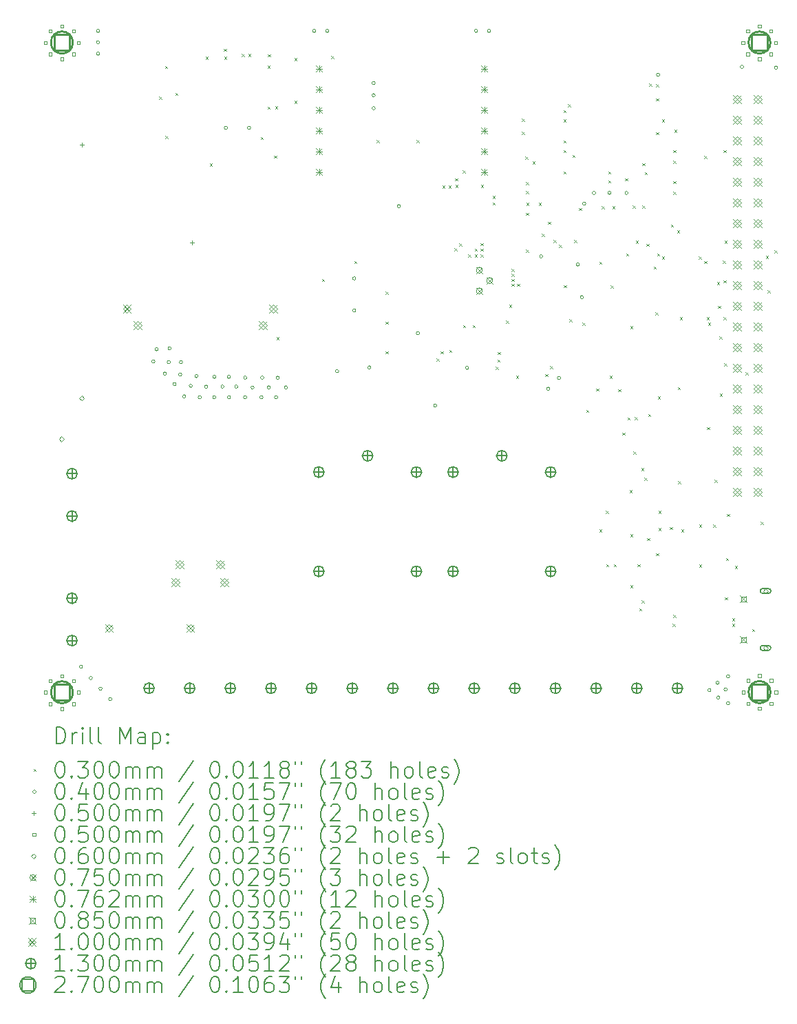
<source format=gbr>
%TF.GenerationSoftware,KiCad,Pcbnew,7.0.1*%
%TF.CreationDate,2023-03-22T21:04:36-04:00*%
%TF.ProjectId,esp32_pro_relay,65737033-325f-4707-926f-5f72656c6179,rev?*%
%TF.SameCoordinates,Original*%
%TF.FileFunction,Drillmap*%
%TF.FilePolarity,Positive*%
%FSLAX45Y45*%
G04 Gerber Fmt 4.5, Leading zero omitted, Abs format (unit mm)*
G04 Created by KiCad (PCBNEW 7.0.1) date 2023-03-22 21:04:36*
%MOMM*%
%LPD*%
G01*
G04 APERTURE LIST*
%ADD10C,0.200000*%
%ADD11C,0.030000*%
%ADD12C,0.040000*%
%ADD13C,0.050000*%
%ADD14C,0.060000*%
%ADD15C,0.075000*%
%ADD16C,0.076200*%
%ADD17C,0.085000*%
%ADD18C,0.100000*%
%ADD19C,0.130000*%
%ADD20C,0.270000*%
G04 APERTURE END LIST*
D10*
D11*
X21412000Y-15046000D02*
X21442000Y-15076000D01*
X21442000Y-15046000D02*
X21412000Y-15076000D01*
X21485000Y-14669000D02*
X21515000Y-14699000D01*
X21515000Y-14669000D02*
X21485000Y-14699000D01*
X21486000Y-15532000D02*
X21516000Y-15562000D01*
X21516000Y-15532000D02*
X21486000Y-15562000D01*
X21609000Y-15001000D02*
X21639000Y-15031000D01*
X21639000Y-15001000D02*
X21609000Y-15031000D01*
X21982000Y-14555000D02*
X22012000Y-14585000D01*
X22012000Y-14555000D02*
X21982000Y-14585000D01*
X22032000Y-15869000D02*
X22062000Y-15899000D01*
X22062000Y-15869000D02*
X22032000Y-15899000D01*
X22206000Y-14457000D02*
X22236000Y-14487000D01*
X22236000Y-14457000D02*
X22206000Y-14487000D01*
X22210000Y-14557000D02*
X22240000Y-14587000D01*
X22240000Y-14557000D02*
X22210000Y-14587000D01*
X22425000Y-14523000D02*
X22455000Y-14553000D01*
X22455000Y-14523000D02*
X22425000Y-14553000D01*
X22509000Y-14524000D02*
X22539000Y-14554000D01*
X22539000Y-14524000D02*
X22509000Y-14554000D01*
X22660000Y-15541000D02*
X22690000Y-15571000D01*
X22690000Y-15541000D02*
X22660000Y-15571000D01*
X22745000Y-14665000D02*
X22775000Y-14695000D01*
X22775000Y-14665000D02*
X22745000Y-14695000D01*
X22745000Y-15170000D02*
X22775000Y-15200000D01*
X22775000Y-15170000D02*
X22745000Y-15200000D01*
X22749000Y-14526000D02*
X22779000Y-14556000D01*
X22779000Y-14526000D02*
X22749000Y-14556000D01*
X22825000Y-15772000D02*
X22855000Y-15802000D01*
X22855000Y-15772000D02*
X22825000Y-15802000D01*
X22836000Y-15166000D02*
X22866000Y-15196000D01*
X22866000Y-15166000D02*
X22836000Y-15196000D01*
X22856000Y-18004000D02*
X22886000Y-18034000D01*
X22886000Y-18004000D02*
X22856000Y-18034000D01*
X23075000Y-14574000D02*
X23105000Y-14604000D01*
X23105000Y-14574000D02*
X23075000Y-14604000D01*
X23075000Y-15097000D02*
X23105000Y-15127000D01*
X23105000Y-15097000D02*
X23075000Y-15127000D01*
X23415000Y-17285000D02*
X23445000Y-17315000D01*
X23445000Y-17285000D02*
X23415000Y-17315000D01*
X23527000Y-14547000D02*
X23557000Y-14577000D01*
X23557000Y-14547000D02*
X23527000Y-14577000D01*
X23810000Y-17067000D02*
X23840000Y-17097000D01*
X23840000Y-17067000D02*
X23810000Y-17097000D01*
X24088000Y-15582000D02*
X24118000Y-15612000D01*
X24118000Y-15582000D02*
X24088000Y-15612000D01*
X24198000Y-17445000D02*
X24228000Y-17475000D01*
X24228000Y-17445000D02*
X24198000Y-17475000D01*
X24198000Y-17810000D02*
X24228000Y-17840000D01*
X24228000Y-17810000D02*
X24198000Y-17840000D01*
X24198000Y-18177000D02*
X24228000Y-18207000D01*
X24228000Y-18177000D02*
X24198000Y-18207000D01*
X24577000Y-15580000D02*
X24607000Y-15610000D01*
X24607000Y-15580000D02*
X24577000Y-15610000D01*
X24824000Y-18265000D02*
X24854000Y-18295000D01*
X24854000Y-18265000D02*
X24824000Y-18295000D01*
X24875000Y-18177000D02*
X24905000Y-18207000D01*
X24905000Y-18177000D02*
X24875000Y-18207000D01*
X24896000Y-16139000D02*
X24926000Y-16169000D01*
X24926000Y-16139000D02*
X24896000Y-16169000D01*
X24973000Y-16138000D02*
X25003000Y-16168000D01*
X25003000Y-16138000D02*
X24973000Y-16168000D01*
X24981000Y-18158000D02*
X25011000Y-18188000D01*
X25011000Y-18158000D02*
X24981000Y-18188000D01*
X25044000Y-16912000D02*
X25074000Y-16942000D01*
X25074000Y-16912000D02*
X25044000Y-16942000D01*
X25050000Y-16049000D02*
X25080000Y-16079000D01*
X25080000Y-16049000D02*
X25050000Y-16079000D01*
X25055000Y-16133000D02*
X25085000Y-16163000D01*
X25085000Y-16133000D02*
X25055000Y-16163000D01*
X25104000Y-16851000D02*
X25134000Y-16881000D01*
X25134000Y-16851000D02*
X25104000Y-16881000D01*
X25144000Y-15953000D02*
X25174000Y-15983000D01*
X25174000Y-15953000D02*
X25144000Y-15983000D01*
X25151000Y-17854000D02*
X25181000Y-17884000D01*
X25181000Y-17854000D02*
X25151000Y-17884000D01*
X25215000Y-16985000D02*
X25245000Y-17015000D01*
X25245000Y-16985000D02*
X25215000Y-17015000D01*
X25267000Y-17852000D02*
X25297000Y-17882000D01*
X25297000Y-17852000D02*
X25267000Y-17882000D01*
X25295000Y-16915000D02*
X25325000Y-16945000D01*
X25325000Y-16915000D02*
X25295000Y-16945000D01*
X25295000Y-16985000D02*
X25325000Y-17015000D01*
X25325000Y-16985000D02*
X25295000Y-17015000D01*
X25365000Y-16845000D02*
X25395000Y-16875000D01*
X25395000Y-16845000D02*
X25365000Y-16875000D01*
X25365000Y-16915000D02*
X25395000Y-16945000D01*
X25395000Y-16915000D02*
X25365000Y-16945000D01*
X25365000Y-16985000D02*
X25395000Y-17015000D01*
X25395000Y-16985000D02*
X25365000Y-17015000D01*
X25368000Y-16133000D02*
X25398000Y-16163000D01*
X25398000Y-16133000D02*
X25368000Y-16163000D01*
X25514000Y-16265000D02*
X25544000Y-16295000D01*
X25544000Y-16265000D02*
X25514000Y-16295000D01*
X25514000Y-16348000D02*
X25544000Y-16378000D01*
X25544000Y-16348000D02*
X25514000Y-16378000D01*
X25552000Y-18364000D02*
X25582000Y-18394000D01*
X25582000Y-18364000D02*
X25552000Y-18394000D01*
X25571000Y-18277000D02*
X25601000Y-18307000D01*
X25601000Y-18277000D02*
X25571000Y-18307000D01*
X25575000Y-18185000D02*
X25605000Y-18215000D01*
X25605000Y-18185000D02*
X25575000Y-18215000D01*
X25678000Y-17797000D02*
X25708000Y-17827000D01*
X25708000Y-17797000D02*
X25678000Y-17827000D01*
X25718046Y-17604094D02*
X25748046Y-17634094D01*
X25748046Y-17604094D02*
X25718046Y-17634094D01*
X25745000Y-17165000D02*
X25775000Y-17195000D01*
X25775000Y-17165000D02*
X25745000Y-17195000D01*
X25745000Y-17225000D02*
X25775000Y-17255000D01*
X25775000Y-17225000D02*
X25745000Y-17255000D01*
X25745000Y-17285000D02*
X25775000Y-17315000D01*
X25775000Y-17285000D02*
X25745000Y-17315000D01*
X25745000Y-17345000D02*
X25775000Y-17375000D01*
X25775000Y-17345000D02*
X25745000Y-17375000D01*
X25801000Y-18478000D02*
X25831000Y-18508000D01*
X25831000Y-18478000D02*
X25801000Y-18508000D01*
X25815000Y-17345000D02*
X25845000Y-17375000D01*
X25845000Y-17345000D02*
X25815000Y-17375000D01*
X25875000Y-15319000D02*
X25905000Y-15349000D01*
X25905000Y-15319000D02*
X25875000Y-15349000D01*
X25875000Y-15480000D02*
X25905000Y-15510000D01*
X25905000Y-15480000D02*
X25875000Y-15510000D01*
X25915000Y-15785000D02*
X25945000Y-15815000D01*
X25945000Y-15785000D02*
X25915000Y-15815000D01*
X25923000Y-16929000D02*
X25953000Y-16959000D01*
X25953000Y-16929000D02*
X25923000Y-16959000D01*
X25925000Y-16095000D02*
X25955000Y-16125000D01*
X25955000Y-16095000D02*
X25925000Y-16125000D01*
X25925000Y-16205000D02*
X25955000Y-16235000D01*
X25955000Y-16205000D02*
X25925000Y-16235000D01*
X25925000Y-16475000D02*
X25955000Y-16505000D01*
X25955000Y-16475000D02*
X25925000Y-16505000D01*
X25927000Y-16350000D02*
X25957000Y-16380000D01*
X25957000Y-16350000D02*
X25927000Y-16380000D01*
X26005000Y-15845000D02*
X26035000Y-15875000D01*
X26035000Y-15845000D02*
X26005000Y-15875000D01*
X26080000Y-16350000D02*
X26110000Y-16380000D01*
X26110000Y-16350000D02*
X26080000Y-16380000D01*
X26119000Y-16733000D02*
X26149000Y-16763000D01*
X26149000Y-16733000D02*
X26119000Y-16763000D01*
X26161000Y-18455000D02*
X26191000Y-18485000D01*
X26191000Y-18455000D02*
X26161000Y-18485000D01*
X26195000Y-16585000D02*
X26225000Y-16615000D01*
X26225000Y-16585000D02*
X26195000Y-16615000D01*
X26222000Y-18356000D02*
X26252000Y-18386000D01*
X26252000Y-18356000D02*
X26222000Y-18386000D01*
X26264000Y-16806000D02*
X26294000Y-16836000D01*
X26294000Y-16806000D02*
X26264000Y-16836000D01*
X26332000Y-16868000D02*
X26362000Y-16898000D01*
X26362000Y-16868000D02*
X26332000Y-16898000D01*
X26385000Y-15325000D02*
X26415000Y-15355000D01*
X26415000Y-15325000D02*
X26385000Y-15355000D01*
X26385000Y-15585000D02*
X26415000Y-15615000D01*
X26415000Y-15585000D02*
X26385000Y-15615000D01*
X26385000Y-15705000D02*
X26415000Y-15735000D01*
X26415000Y-15705000D02*
X26385000Y-15735000D01*
X26385000Y-15965000D02*
X26415000Y-15995000D01*
X26415000Y-15965000D02*
X26385000Y-15995000D01*
X26386000Y-15213000D02*
X26416000Y-15243000D01*
X26416000Y-15213000D02*
X26386000Y-15243000D01*
X26390000Y-17363000D02*
X26420000Y-17393000D01*
X26420000Y-17363000D02*
X26390000Y-17393000D01*
X26440000Y-15139000D02*
X26470000Y-15169000D01*
X26470000Y-15139000D02*
X26440000Y-15169000D01*
X26457000Y-17780000D02*
X26487000Y-17810000D01*
X26487000Y-17780000D02*
X26457000Y-17810000D01*
X26495000Y-15764000D02*
X26525000Y-15794000D01*
X26525000Y-15764000D02*
X26495000Y-15794000D01*
X26515000Y-16808000D02*
X26545000Y-16838000D01*
X26545000Y-16808000D02*
X26515000Y-16838000D01*
X26575000Y-16415000D02*
X26605000Y-16445000D01*
X26605000Y-16415000D02*
X26575000Y-16445000D01*
X26618000Y-17824000D02*
X26648000Y-17854000D01*
X26648000Y-17824000D02*
X26618000Y-17854000D01*
X26665000Y-18895000D02*
X26695000Y-18925000D01*
X26695000Y-18895000D02*
X26665000Y-18925000D01*
X26787000Y-18632000D02*
X26817000Y-18662000D01*
X26817000Y-18632000D02*
X26787000Y-18662000D01*
X26825000Y-17075000D02*
X26855000Y-17105000D01*
X26855000Y-17075000D02*
X26825000Y-17105000D01*
X26825000Y-20365000D02*
X26855000Y-20395000D01*
X26855000Y-20365000D02*
X26825000Y-20395000D01*
X26855000Y-16395000D02*
X26885000Y-16425000D01*
X26885000Y-16395000D02*
X26855000Y-16425000D01*
X26905000Y-20135000D02*
X26935000Y-20165000D01*
X26935000Y-20135000D02*
X26905000Y-20165000D01*
X26910000Y-20790000D02*
X26940000Y-20820000D01*
X26940000Y-20790000D02*
X26910000Y-20820000D01*
X26935000Y-15965000D02*
X26965000Y-15995000D01*
X26965000Y-15965000D02*
X26935000Y-15995000D01*
X26935000Y-16075000D02*
X26965000Y-16105000D01*
X26965000Y-16075000D02*
X26935000Y-16105000D01*
X26951000Y-18474000D02*
X26981000Y-18504000D01*
X26981000Y-18474000D02*
X26951000Y-18504000D01*
X26966000Y-17367000D02*
X26996000Y-17397000D01*
X26996000Y-17367000D02*
X26966000Y-17397000D01*
X26985000Y-16395000D02*
X27015000Y-16425000D01*
X27015000Y-16395000D02*
X26985000Y-16425000D01*
X27005000Y-20790000D02*
X27035000Y-20820000D01*
X27035000Y-20790000D02*
X27005000Y-20820000D01*
X27060000Y-18643000D02*
X27090000Y-18673000D01*
X27090000Y-18643000D02*
X27060000Y-18673000D01*
X27109000Y-19173000D02*
X27139000Y-19203000D01*
X27139000Y-19173000D02*
X27109000Y-19203000D01*
X27145000Y-16051000D02*
X27175000Y-16081000D01*
X27175000Y-16051000D02*
X27145000Y-16081000D01*
X27155000Y-16975000D02*
X27185000Y-17005000D01*
X27185000Y-16975000D02*
X27155000Y-17005000D01*
X27174000Y-18988000D02*
X27204000Y-19018000D01*
X27204000Y-18988000D02*
X27174000Y-19018000D01*
X27197000Y-19882000D02*
X27227000Y-19912000D01*
X27227000Y-19882000D02*
X27197000Y-19912000D01*
X27205000Y-17865000D02*
X27235000Y-17895000D01*
X27235000Y-17865000D02*
X27205000Y-17895000D01*
X27205000Y-20425000D02*
X27235000Y-20455000D01*
X27235000Y-20425000D02*
X27205000Y-20455000D01*
X27205000Y-21050000D02*
X27235000Y-21080000D01*
X27235000Y-21050000D02*
X27205000Y-21080000D01*
X27235000Y-16385000D02*
X27265000Y-16415000D01*
X27265000Y-16385000D02*
X27235000Y-16415000D01*
X27244000Y-19409000D02*
X27274000Y-19439000D01*
X27274000Y-19409000D02*
X27244000Y-19439000D01*
X27261000Y-18986000D02*
X27291000Y-19016000D01*
X27291000Y-18986000D02*
X27261000Y-19016000D01*
X27275000Y-16815000D02*
X27305000Y-16845000D01*
X27305000Y-16815000D02*
X27275000Y-16845000D01*
X27295000Y-20790000D02*
X27325000Y-20820000D01*
X27325000Y-20790000D02*
X27295000Y-20820000D01*
X27315000Y-21335000D02*
X27345000Y-21365000D01*
X27345000Y-21335000D02*
X27315000Y-21365000D01*
X27344000Y-19611000D02*
X27374000Y-19641000D01*
X27374000Y-19611000D02*
X27344000Y-19641000D01*
X27345000Y-21235000D02*
X27375000Y-21265000D01*
X27375000Y-21235000D02*
X27345000Y-21265000D01*
X27355000Y-15865000D02*
X27385000Y-15895000D01*
X27385000Y-15865000D02*
X27355000Y-15895000D01*
X27355000Y-16385000D02*
X27385000Y-16415000D01*
X27385000Y-16385000D02*
X27355000Y-16415000D01*
X27382000Y-19730000D02*
X27412000Y-19760000D01*
X27412000Y-19730000D02*
X27382000Y-19760000D01*
X27385000Y-15975000D02*
X27415000Y-16005000D01*
X27415000Y-15975000D02*
X27385000Y-16005000D01*
X27405000Y-16855000D02*
X27435000Y-16885000D01*
X27435000Y-16855000D02*
X27405000Y-16885000D01*
X27415000Y-20470000D02*
X27445000Y-20500000D01*
X27445000Y-20470000D02*
X27415000Y-20500000D01*
X27426000Y-18947000D02*
X27456000Y-18977000D01*
X27456000Y-18947000D02*
X27426000Y-18977000D01*
X27439000Y-14887000D02*
X27469000Y-14917000D01*
X27469000Y-14887000D02*
X27439000Y-14917000D01*
X27495000Y-17135000D02*
X27525000Y-17165000D01*
X27525000Y-17135000D02*
X27495000Y-17165000D01*
X27515000Y-17695000D02*
X27545000Y-17725000D01*
X27545000Y-17695000D02*
X27515000Y-17725000D01*
X27524000Y-14897000D02*
X27554000Y-14927000D01*
X27554000Y-14897000D02*
X27524000Y-14927000D01*
X27524000Y-15068000D02*
X27554000Y-15098000D01*
X27554000Y-15068000D02*
X27524000Y-15098000D01*
X27525000Y-15485000D02*
X27555000Y-15515000D01*
X27555000Y-15485000D02*
X27525000Y-15515000D01*
X27525000Y-20655000D02*
X27555000Y-20685000D01*
X27555000Y-20655000D02*
X27525000Y-20685000D01*
X27535000Y-16975000D02*
X27565000Y-17005000D01*
X27565000Y-16975000D02*
X27535000Y-17005000D01*
X27544000Y-18730000D02*
X27574000Y-18760000D01*
X27574000Y-18730000D02*
X27544000Y-18760000D01*
X27555000Y-20135000D02*
X27585000Y-20165000D01*
X27585000Y-20135000D02*
X27555000Y-20165000D01*
X27555000Y-20345000D02*
X27585000Y-20375000D01*
X27585000Y-20345000D02*
X27555000Y-20375000D01*
X27595000Y-15325000D02*
X27625000Y-15355000D01*
X27625000Y-15325000D02*
X27595000Y-15355000D01*
X27597000Y-17010000D02*
X27627000Y-17040000D01*
X27627000Y-17010000D02*
X27597000Y-17040000D01*
X27695000Y-20335000D02*
X27725000Y-20365000D01*
X27725000Y-20335000D02*
X27695000Y-20365000D01*
X27707000Y-16619000D02*
X27737000Y-16649000D01*
X27737000Y-16619000D02*
X27707000Y-16649000D01*
X27726000Y-21523000D02*
X27756000Y-21553000D01*
X27756000Y-21523000D02*
X27726000Y-21553000D01*
X27735000Y-15705000D02*
X27765000Y-15735000D01*
X27765000Y-15705000D02*
X27735000Y-15735000D01*
X27735000Y-15835000D02*
X27765000Y-15865000D01*
X27765000Y-15835000D02*
X27735000Y-15865000D01*
X27735000Y-16085000D02*
X27765000Y-16115000D01*
X27765000Y-16085000D02*
X27735000Y-16115000D01*
X27735000Y-16215000D02*
X27765000Y-16245000D01*
X27765000Y-16215000D02*
X27735000Y-16245000D01*
X27736000Y-21414000D02*
X27766000Y-21444000D01*
X27766000Y-21414000D02*
X27736000Y-21444000D01*
X27750000Y-15452000D02*
X27780000Y-15482000D01*
X27780000Y-15452000D02*
X27750000Y-15482000D01*
X27781000Y-16690000D02*
X27811000Y-16720000D01*
X27811000Y-16690000D02*
X27781000Y-16720000D01*
X27789000Y-18617000D02*
X27819000Y-18647000D01*
X27819000Y-18617000D02*
X27789000Y-18647000D01*
X27794000Y-19772000D02*
X27824000Y-19802000D01*
X27824000Y-19772000D02*
X27794000Y-19802000D01*
X27815000Y-17755000D02*
X27845000Y-17785000D01*
X27845000Y-17755000D02*
X27815000Y-17785000D01*
X27834000Y-20362000D02*
X27864000Y-20392000D01*
X27864000Y-20362000D02*
X27834000Y-20392000D01*
X28050000Y-17010000D02*
X28080000Y-17040000D01*
X28080000Y-17010000D02*
X28050000Y-17040000D01*
X28055000Y-20305000D02*
X28085000Y-20335000D01*
X28085000Y-20305000D02*
X28055000Y-20335000D01*
X28055000Y-20795000D02*
X28085000Y-20825000D01*
X28085000Y-20795000D02*
X28055000Y-20825000D01*
X28115000Y-15775000D02*
X28145000Y-15805000D01*
X28145000Y-15775000D02*
X28115000Y-15805000D01*
X28115000Y-17065000D02*
X28145000Y-17095000D01*
X28145000Y-17065000D02*
X28115000Y-17095000D01*
X28145000Y-17755000D02*
X28175000Y-17785000D01*
X28175000Y-17755000D02*
X28145000Y-17785000D01*
X28151000Y-19108000D02*
X28181000Y-19138000D01*
X28181000Y-19108000D02*
X28151000Y-19138000D01*
X28165000Y-17825000D02*
X28195000Y-17855000D01*
X28195000Y-17825000D02*
X28165000Y-17855000D01*
X28225000Y-20305000D02*
X28255000Y-20335000D01*
X28255000Y-20305000D02*
X28225000Y-20335000D01*
X28245000Y-19755000D02*
X28275000Y-19785000D01*
X28275000Y-19755000D02*
X28245000Y-19785000D01*
X28275000Y-17324000D02*
X28305000Y-17354000D01*
X28305000Y-17324000D02*
X28275000Y-17354000D01*
X28287000Y-17615000D02*
X28317000Y-17645000D01*
X28317000Y-17615000D02*
X28287000Y-17645000D01*
X28305000Y-17995000D02*
X28335000Y-18025000D01*
X28335000Y-17995000D02*
X28305000Y-18025000D01*
X28308000Y-18698000D02*
X28338000Y-18728000D01*
X28338000Y-18698000D02*
X28308000Y-18728000D01*
X28347000Y-17061000D02*
X28377000Y-17091000D01*
X28377000Y-17061000D02*
X28347000Y-17091000D01*
X28355000Y-15705000D02*
X28385000Y-15735000D01*
X28385000Y-15705000D02*
X28355000Y-15735000D01*
X28355000Y-17305000D02*
X28385000Y-17335000D01*
X28385000Y-17305000D02*
X28355000Y-17335000D01*
X28355000Y-17755000D02*
X28385000Y-17785000D01*
X28385000Y-17755000D02*
X28355000Y-17785000D01*
X28363000Y-18325000D02*
X28393000Y-18355000D01*
X28393000Y-18325000D02*
X28363000Y-18355000D01*
X28365000Y-16815000D02*
X28395000Y-16845000D01*
X28395000Y-16815000D02*
X28365000Y-16845000D01*
X28369000Y-21199000D02*
X28399000Y-21229000D01*
X28399000Y-21199000D02*
X28369000Y-21229000D01*
X28385000Y-20715000D02*
X28415000Y-20745000D01*
X28415000Y-20715000D02*
X28385000Y-20745000D01*
X28395000Y-20175000D02*
X28425000Y-20205000D01*
X28425000Y-20175000D02*
X28395000Y-20205000D01*
X28458000Y-21456000D02*
X28488000Y-21486000D01*
X28488000Y-21456000D02*
X28458000Y-21486000D01*
X28459000Y-21523000D02*
X28489000Y-21553000D01*
X28489000Y-21523000D02*
X28459000Y-21553000D01*
X28495000Y-20815000D02*
X28525000Y-20845000D01*
X28525000Y-20815000D02*
X28495000Y-20845000D01*
X28625000Y-18435000D02*
X28655000Y-18465000D01*
X28655000Y-18435000D02*
X28625000Y-18465000D01*
X28707000Y-21586000D02*
X28737000Y-21616000D01*
X28737000Y-21586000D02*
X28707000Y-21616000D01*
X28811000Y-20269000D02*
X28841000Y-20299000D01*
X28841000Y-20269000D02*
X28811000Y-20299000D01*
X28874000Y-17003000D02*
X28904000Y-17033000D01*
X28904000Y-17003000D02*
X28874000Y-17033000D01*
X28895000Y-17425000D02*
X28925000Y-17455000D01*
X28925000Y-17425000D02*
X28895000Y-17455000D01*
X28980000Y-16937000D02*
X29010000Y-16967000D01*
X29010000Y-16937000D02*
X28980000Y-16967000D01*
D12*
X20470000Y-22050000D02*
G75*
G03*
X20470000Y-22050000I-20000J0D01*
G01*
X20590000Y-22190000D02*
G75*
G03*
X20590000Y-22190000I-20000J0D01*
G01*
X20680000Y-14240000D02*
G75*
G03*
X20680000Y-14240000I-20000J0D01*
G01*
X20680000Y-14380000D02*
G75*
G03*
X20680000Y-14380000I-20000J0D01*
G01*
X20680000Y-14520000D02*
G75*
G03*
X20680000Y-14520000I-20000J0D01*
G01*
X20710000Y-22320000D02*
G75*
G03*
X20710000Y-22320000I-20000J0D01*
G01*
X20830000Y-22450000D02*
G75*
G03*
X20830000Y-22450000I-20000J0D01*
G01*
X21360000Y-18300000D02*
G75*
G03*
X21360000Y-18300000I-20000J0D01*
G01*
X21400000Y-18150000D02*
G75*
G03*
X21400000Y-18150000I-20000J0D01*
G01*
X21500000Y-18450000D02*
G75*
G03*
X21500000Y-18450000I-20000J0D01*
G01*
X21550000Y-18310000D02*
G75*
G03*
X21550000Y-18310000I-20000J0D01*
G01*
X21560000Y-18140000D02*
G75*
G03*
X21560000Y-18140000I-20000J0D01*
G01*
X21620000Y-18580000D02*
G75*
G03*
X21620000Y-18580000I-20000J0D01*
G01*
X21690000Y-18460000D02*
G75*
G03*
X21690000Y-18460000I-20000J0D01*
G01*
X21700000Y-18310000D02*
G75*
G03*
X21700000Y-18310000I-20000J0D01*
G01*
X21740000Y-18730000D02*
G75*
G03*
X21740000Y-18730000I-20000J0D01*
G01*
X21820000Y-18600000D02*
G75*
G03*
X21820000Y-18600000I-20000J0D01*
G01*
X21890000Y-18480000D02*
G75*
G03*
X21890000Y-18480000I-20000J0D01*
G01*
X21930000Y-18740000D02*
G75*
G03*
X21930000Y-18740000I-20000J0D01*
G01*
X22010000Y-18610000D02*
G75*
G03*
X22010000Y-18610000I-20000J0D01*
G01*
X22110000Y-18490000D02*
G75*
G03*
X22110000Y-18490000I-20000J0D01*
G01*
X22110000Y-18740000D02*
G75*
G03*
X22110000Y-18740000I-20000J0D01*
G01*
X22210000Y-18610000D02*
G75*
G03*
X22210000Y-18610000I-20000J0D01*
G01*
X22253000Y-15429000D02*
G75*
G03*
X22253000Y-15429000I-20000J0D01*
G01*
X22290000Y-18490000D02*
G75*
G03*
X22290000Y-18490000I-20000J0D01*
G01*
X22290000Y-18740000D02*
G75*
G03*
X22290000Y-18740000I-20000J0D01*
G01*
X22380000Y-18610000D02*
G75*
G03*
X22380000Y-18610000I-20000J0D01*
G01*
X22490000Y-18500000D02*
G75*
G03*
X22490000Y-18500000I-20000J0D01*
G01*
X22490000Y-18740000D02*
G75*
G03*
X22490000Y-18740000I-20000J0D01*
G01*
X22537000Y-15430000D02*
G75*
G03*
X22537000Y-15430000I-20000J0D01*
G01*
X22580000Y-18620000D02*
G75*
G03*
X22580000Y-18620000I-20000J0D01*
G01*
X22690000Y-18740000D02*
G75*
G03*
X22690000Y-18740000I-20000J0D01*
G01*
X22700000Y-18500000D02*
G75*
G03*
X22700000Y-18500000I-20000J0D01*
G01*
X22780000Y-18620000D02*
G75*
G03*
X22780000Y-18620000I-20000J0D01*
G01*
X22870000Y-18740000D02*
G75*
G03*
X22870000Y-18740000I-20000J0D01*
G01*
X22890000Y-18500000D02*
G75*
G03*
X22890000Y-18500000I-20000J0D01*
G01*
X22990000Y-18620000D02*
G75*
G03*
X22990000Y-18620000I-20000J0D01*
G01*
X23340000Y-14240000D02*
G75*
G03*
X23340000Y-14240000I-20000J0D01*
G01*
X23500000Y-14240000D02*
G75*
G03*
X23500000Y-14240000I-20000J0D01*
G01*
X23620000Y-18421000D02*
G75*
G03*
X23620000Y-18421000I-20000J0D01*
G01*
X23831000Y-17280000D02*
G75*
G03*
X23831000Y-17280000I-20000J0D01*
G01*
X23831000Y-17675000D02*
G75*
G03*
X23831000Y-17675000I-20000J0D01*
G01*
X24017000Y-18375000D02*
G75*
G03*
X24017000Y-18375000I-20000J0D01*
G01*
X24070000Y-14880000D02*
G75*
G03*
X24070000Y-14880000I-20000J0D01*
G01*
X24070000Y-15030000D02*
G75*
G03*
X24070000Y-15030000I-20000J0D01*
G01*
X24070000Y-15190000D02*
G75*
G03*
X24070000Y-15190000I-20000J0D01*
G01*
X24379000Y-16392000D02*
G75*
G03*
X24379000Y-16392000I-20000J0D01*
G01*
X24615000Y-17953000D02*
G75*
G03*
X24615000Y-17953000I-20000J0D01*
G01*
X24828000Y-18842000D02*
G75*
G03*
X24828000Y-18842000I-20000J0D01*
G01*
X25220000Y-18380000D02*
G75*
G03*
X25220000Y-18380000I-20000J0D01*
G01*
X25330000Y-14240000D02*
G75*
G03*
X25330000Y-14240000I-20000J0D01*
G01*
X25490000Y-14240000D02*
G75*
G03*
X25490000Y-14240000I-20000J0D01*
G01*
X26130000Y-17010000D02*
G75*
G03*
X26130000Y-17010000I-20000J0D01*
G01*
X26217000Y-18636000D02*
G75*
G03*
X26217000Y-18636000I-20000J0D01*
G01*
X26350000Y-18503000D02*
G75*
G03*
X26350000Y-18503000I-20000J0D01*
G01*
X26580000Y-17110000D02*
G75*
G03*
X26580000Y-17110000I-20000J0D01*
G01*
X26630000Y-17510000D02*
G75*
G03*
X26630000Y-17510000I-20000J0D01*
G01*
X26660000Y-16360000D02*
G75*
G03*
X26660000Y-16360000I-20000J0D01*
G01*
X26780000Y-16230000D02*
G75*
G03*
X26780000Y-16230000I-20000J0D01*
G01*
X26970000Y-16230000D02*
G75*
G03*
X26970000Y-16230000I-20000J0D01*
G01*
X27180000Y-16230000D02*
G75*
G03*
X27180000Y-16230000I-20000J0D01*
G01*
X27570000Y-14780000D02*
G75*
G03*
X27570000Y-14780000I-20000J0D01*
G01*
X28200000Y-22340000D02*
G75*
G03*
X28200000Y-22340000I-20000J0D01*
G01*
X28300000Y-22250000D02*
G75*
G03*
X28300000Y-22250000I-20000J0D01*
G01*
X28310000Y-22430000D02*
G75*
G03*
X28310000Y-22430000I-20000J0D01*
G01*
X28400000Y-22330000D02*
G75*
G03*
X28400000Y-22330000I-20000J0D01*
G01*
X28430000Y-22170000D02*
G75*
G03*
X28430000Y-22170000I-20000J0D01*
G01*
X28430000Y-22500000D02*
G75*
G03*
X28430000Y-22500000I-20000J0D01*
G01*
X28600000Y-14680000D02*
G75*
G03*
X28600000Y-14680000I-20000J0D01*
G01*
X29020000Y-14690000D02*
G75*
G03*
X29020000Y-14690000I-20000J0D01*
G01*
D13*
X20459000Y-15614000D02*
X20459000Y-15664000D01*
X20434000Y-15639000D02*
X20484000Y-15639000D01*
X21817000Y-16814000D02*
X21817000Y-16864000D01*
X21792000Y-16839000D02*
X21842000Y-16839000D01*
X20030178Y-14399678D02*
X20030178Y-14364322D01*
X19994822Y-14364322D01*
X19994822Y-14399678D01*
X20030178Y-14399678D01*
X20031178Y-22382678D02*
X20031178Y-22347322D01*
X19995822Y-22347322D01*
X19995822Y-22382678D01*
X20031178Y-22382678D01*
X20089489Y-14256489D02*
X20089489Y-14221133D01*
X20054133Y-14221133D01*
X20054133Y-14256489D01*
X20089489Y-14256489D01*
X20089489Y-14542867D02*
X20089489Y-14507511D01*
X20054133Y-14507511D01*
X20054133Y-14542867D01*
X20089489Y-14542867D01*
X20090489Y-22239489D02*
X20090489Y-22204133D01*
X20055133Y-22204133D01*
X20055133Y-22239489D01*
X20090489Y-22239489D01*
X20090489Y-22525867D02*
X20090489Y-22490511D01*
X20055133Y-22490511D01*
X20055133Y-22525867D01*
X20090489Y-22525867D01*
X20232678Y-14197178D02*
X20232678Y-14161822D01*
X20197322Y-14161822D01*
X20197322Y-14197178D01*
X20232678Y-14197178D01*
X20232678Y-14602178D02*
X20232678Y-14566822D01*
X20197322Y-14566822D01*
X20197322Y-14602178D01*
X20232678Y-14602178D01*
X20233678Y-22180178D02*
X20233678Y-22144822D01*
X20198322Y-22144822D01*
X20198322Y-22180178D01*
X20233678Y-22180178D01*
X20233678Y-22585178D02*
X20233678Y-22549822D01*
X20198322Y-22549822D01*
X20198322Y-22585178D01*
X20233678Y-22585178D01*
X20375867Y-14256489D02*
X20375867Y-14221133D01*
X20340511Y-14221133D01*
X20340511Y-14256489D01*
X20375867Y-14256489D01*
X20375867Y-14542867D02*
X20375867Y-14507511D01*
X20340511Y-14507511D01*
X20340511Y-14542867D01*
X20375867Y-14542867D01*
X20376867Y-22239489D02*
X20376867Y-22204133D01*
X20341511Y-22204133D01*
X20341511Y-22239489D01*
X20376867Y-22239489D01*
X20376867Y-22525867D02*
X20376867Y-22490511D01*
X20341511Y-22490511D01*
X20341511Y-22525867D01*
X20376867Y-22525867D01*
X20435178Y-14399678D02*
X20435178Y-14364322D01*
X20399822Y-14364322D01*
X20399822Y-14399678D01*
X20435178Y-14399678D01*
X20436178Y-22382678D02*
X20436178Y-22347322D01*
X20400822Y-22347322D01*
X20400822Y-22382678D01*
X20436178Y-22382678D01*
X28611178Y-14399678D02*
X28611178Y-14364322D01*
X28575822Y-14364322D01*
X28575822Y-14399678D01*
X28611178Y-14399678D01*
X28612178Y-22381678D02*
X28612178Y-22346322D01*
X28576822Y-22346322D01*
X28576822Y-22381678D01*
X28612178Y-22381678D01*
X28670489Y-14256489D02*
X28670489Y-14221133D01*
X28635133Y-14221133D01*
X28635133Y-14256489D01*
X28670489Y-14256489D01*
X28670489Y-14542867D02*
X28670489Y-14507511D01*
X28635133Y-14507511D01*
X28635133Y-14542867D01*
X28670489Y-14542867D01*
X28671489Y-22238489D02*
X28671489Y-22203133D01*
X28636133Y-22203133D01*
X28636133Y-22238489D01*
X28671489Y-22238489D01*
X28671489Y-22524867D02*
X28671489Y-22489511D01*
X28636133Y-22489511D01*
X28636133Y-22524867D01*
X28671489Y-22524867D01*
X28813678Y-14197178D02*
X28813678Y-14161822D01*
X28778322Y-14161822D01*
X28778322Y-14197178D01*
X28813678Y-14197178D01*
X28813678Y-14602178D02*
X28813678Y-14566822D01*
X28778322Y-14566822D01*
X28778322Y-14602178D01*
X28813678Y-14602178D01*
X28814678Y-22179178D02*
X28814678Y-22143822D01*
X28779322Y-22143822D01*
X28779322Y-22179178D01*
X28814678Y-22179178D01*
X28814678Y-22584178D02*
X28814678Y-22548822D01*
X28779322Y-22548822D01*
X28779322Y-22584178D01*
X28814678Y-22584178D01*
X28956867Y-14256489D02*
X28956867Y-14221133D01*
X28921511Y-14221133D01*
X28921511Y-14256489D01*
X28956867Y-14256489D01*
X28956867Y-14542867D02*
X28956867Y-14507511D01*
X28921511Y-14507511D01*
X28921511Y-14542867D01*
X28956867Y-14542867D01*
X28957867Y-22238489D02*
X28957867Y-22203133D01*
X28922511Y-22203133D01*
X28922511Y-22238489D01*
X28957867Y-22238489D01*
X28957867Y-22524867D02*
X28957867Y-22489511D01*
X28922511Y-22489511D01*
X28922511Y-22524867D01*
X28957867Y-22524867D01*
X29016178Y-14399678D02*
X29016178Y-14364322D01*
X28980822Y-14364322D01*
X28980822Y-14399678D01*
X29016178Y-14399678D01*
X29017178Y-22381678D02*
X29017178Y-22346322D01*
X28981822Y-22346322D01*
X28981822Y-22381678D01*
X29017178Y-22381678D01*
D14*
X20210000Y-19283000D02*
X20240000Y-19253000D01*
X20210000Y-19223000D01*
X20180000Y-19253000D01*
X20210000Y-19283000D01*
X20460000Y-18783000D02*
X20490000Y-18753000D01*
X20460000Y-18723000D01*
X20430000Y-18753000D01*
X20460000Y-18783000D01*
X28870750Y-21151000D02*
X28900750Y-21121000D01*
X28870750Y-21091000D01*
X28840750Y-21121000D01*
X28870750Y-21151000D01*
D10*
X28835750Y-21151000D02*
X28905750Y-21151000D01*
X28905750Y-21151000D02*
G75*
G03*
X28905750Y-21091000I0J30000D01*
G01*
X28905750Y-21091000D02*
X28835750Y-21091000D01*
X28835750Y-21091000D02*
G75*
G03*
X28835750Y-21151000I0J-30000D01*
G01*
D14*
X28870750Y-21851000D02*
X28900750Y-21821000D01*
X28870750Y-21791000D01*
X28840750Y-21821000D01*
X28870750Y-21851000D01*
D10*
X28905750Y-21791000D02*
X28835750Y-21791000D01*
X28835750Y-21791000D02*
G75*
G03*
X28835750Y-21851000I0J-30000D01*
G01*
X28835750Y-21851000D02*
X28905750Y-21851000D01*
X28905750Y-21851000D02*
G75*
G03*
X28905750Y-21791000I0J30000D01*
G01*
D15*
X25312500Y-17142500D02*
X25387500Y-17217500D01*
X25387500Y-17142500D02*
X25312500Y-17217500D01*
X25387500Y-17180000D02*
G75*
G03*
X25387500Y-17180000I-37500J0D01*
G01*
X25312500Y-17396500D02*
X25387500Y-17471500D01*
X25387500Y-17396500D02*
X25312500Y-17471500D01*
X25387500Y-17434000D02*
G75*
G03*
X25387500Y-17434000I-37500J0D01*
G01*
X25439500Y-17269500D02*
X25514500Y-17344500D01*
X25514500Y-17269500D02*
X25439500Y-17344500D01*
X25514500Y-17307000D02*
G75*
G03*
X25514500Y-17307000I-37500J0D01*
G01*
D16*
X23343900Y-14664650D02*
X23420100Y-14740850D01*
X23420100Y-14664650D02*
X23343900Y-14740850D01*
X23382000Y-14664650D02*
X23382000Y-14740850D01*
X23343900Y-14702750D02*
X23420100Y-14702750D01*
X23343900Y-14918650D02*
X23420100Y-14994850D01*
X23420100Y-14918650D02*
X23343900Y-14994850D01*
X23382000Y-14918650D02*
X23382000Y-14994850D01*
X23343900Y-14956750D02*
X23420100Y-14956750D01*
X23343900Y-15172650D02*
X23420100Y-15248850D01*
X23420100Y-15172650D02*
X23343900Y-15248850D01*
X23382000Y-15172650D02*
X23382000Y-15248850D01*
X23343900Y-15210750D02*
X23420100Y-15210750D01*
X23343900Y-15426650D02*
X23420100Y-15502850D01*
X23420100Y-15426650D02*
X23343900Y-15502850D01*
X23382000Y-15426650D02*
X23382000Y-15502850D01*
X23343900Y-15464750D02*
X23420100Y-15464750D01*
X23343900Y-15680650D02*
X23420100Y-15756850D01*
X23420100Y-15680650D02*
X23343900Y-15756850D01*
X23382000Y-15680650D02*
X23382000Y-15756850D01*
X23343900Y-15718750D02*
X23420100Y-15718750D01*
X23343900Y-15934650D02*
X23420100Y-16010850D01*
X23420100Y-15934650D02*
X23343900Y-16010850D01*
X23382000Y-15934650D02*
X23382000Y-16010850D01*
X23343900Y-15972750D02*
X23420100Y-15972750D01*
X25375900Y-14664650D02*
X25452100Y-14740850D01*
X25452100Y-14664650D02*
X25375900Y-14740850D01*
X25414000Y-14664650D02*
X25414000Y-14740850D01*
X25375900Y-14702750D02*
X25452100Y-14702750D01*
X25375900Y-14918650D02*
X25452100Y-14994850D01*
X25452100Y-14918650D02*
X25375900Y-14994850D01*
X25414000Y-14918650D02*
X25414000Y-14994850D01*
X25375900Y-14956750D02*
X25452100Y-14956750D01*
X25375900Y-15172650D02*
X25452100Y-15248850D01*
X25452100Y-15172650D02*
X25375900Y-15248850D01*
X25414000Y-15172650D02*
X25414000Y-15248850D01*
X25375900Y-15210750D02*
X25452100Y-15210750D01*
X25375900Y-15426650D02*
X25452100Y-15502850D01*
X25452100Y-15426650D02*
X25375900Y-15502850D01*
X25414000Y-15426650D02*
X25414000Y-15502850D01*
X25375900Y-15464750D02*
X25452100Y-15464750D01*
X25375900Y-15680650D02*
X25452100Y-15756850D01*
X25452100Y-15680650D02*
X25375900Y-15756850D01*
X25414000Y-15680650D02*
X25414000Y-15756850D01*
X25375900Y-15718750D02*
X25452100Y-15718750D01*
X25375900Y-15934650D02*
X25452100Y-16010850D01*
X25452100Y-15934650D02*
X25375900Y-16010850D01*
X25414000Y-15934650D02*
X25414000Y-16010850D01*
X25375900Y-15972750D02*
X25452100Y-15972750D01*
D17*
X28558250Y-21178500D02*
X28643250Y-21263500D01*
X28643250Y-21178500D02*
X28558250Y-21263500D01*
X28630802Y-21251052D02*
X28630802Y-21190948D01*
X28570698Y-21190948D01*
X28570698Y-21251052D01*
X28630802Y-21251052D01*
X28558250Y-21678500D02*
X28643250Y-21763500D01*
X28643250Y-21678500D02*
X28558250Y-21763500D01*
X28630802Y-21751052D02*
X28630802Y-21690948D01*
X28570698Y-21690948D01*
X28570698Y-21751052D01*
X28630802Y-21751052D01*
D18*
X20745000Y-21527000D02*
X20845000Y-21627000D01*
X20845000Y-21527000D02*
X20745000Y-21627000D01*
X20795000Y-21627000D02*
X20845000Y-21577000D01*
X20795000Y-21527000D01*
X20745000Y-21577000D01*
X20795000Y-21627000D01*
X20965000Y-17601000D02*
X21065000Y-17701000D01*
X21065000Y-17601000D02*
X20965000Y-17701000D01*
X21015000Y-17701000D02*
X21065000Y-17651000D01*
X21015000Y-17601000D01*
X20965000Y-17651000D01*
X21015000Y-17701000D01*
X21095000Y-17806250D02*
X21195000Y-17906250D01*
X21195000Y-17806250D02*
X21095000Y-17906250D01*
X21145000Y-17906250D02*
X21195000Y-17856250D01*
X21145000Y-17806250D01*
X21095000Y-17856250D01*
X21145000Y-17906250D01*
X21565000Y-20961000D02*
X21665000Y-21061000D01*
X21665000Y-20961000D02*
X21565000Y-21061000D01*
X21615000Y-21061000D02*
X21665000Y-21011000D01*
X21615000Y-20961000D01*
X21565000Y-21011000D01*
X21615000Y-21061000D01*
X21615000Y-20746250D02*
X21715000Y-20846250D01*
X21715000Y-20746250D02*
X21615000Y-20846250D01*
X21665000Y-20846250D02*
X21715000Y-20796250D01*
X21665000Y-20746250D01*
X21615000Y-20796250D01*
X21665000Y-20846250D01*
X21745000Y-21527000D02*
X21845000Y-21627000D01*
X21845000Y-21527000D02*
X21745000Y-21627000D01*
X21795000Y-21627000D02*
X21845000Y-21577000D01*
X21795000Y-21527000D01*
X21745000Y-21577000D01*
X21795000Y-21627000D01*
X22115000Y-20746250D02*
X22215000Y-20846250D01*
X22215000Y-20746250D02*
X22115000Y-20846250D01*
X22165000Y-20846250D02*
X22215000Y-20796250D01*
X22165000Y-20746250D01*
X22115000Y-20796250D01*
X22165000Y-20846250D01*
X22165000Y-20961000D02*
X22265000Y-21061000D01*
X22265000Y-20961000D02*
X22165000Y-21061000D01*
X22215000Y-21061000D02*
X22265000Y-21011000D01*
X22215000Y-20961000D01*
X22165000Y-21011000D01*
X22215000Y-21061000D01*
X22635000Y-17806250D02*
X22735000Y-17906250D01*
X22735000Y-17806250D02*
X22635000Y-17906250D01*
X22685000Y-17906250D02*
X22735000Y-17856250D01*
X22685000Y-17806250D01*
X22635000Y-17856250D01*
X22685000Y-17906250D01*
X22765000Y-17601000D02*
X22865000Y-17701000D01*
X22865000Y-17601000D02*
X22765000Y-17701000D01*
X22815000Y-17701000D02*
X22865000Y-17651000D01*
X22815000Y-17601000D01*
X22765000Y-17651000D01*
X22815000Y-17701000D01*
X28469500Y-15027500D02*
X28569500Y-15127500D01*
X28569500Y-15027500D02*
X28469500Y-15127500D01*
X28519500Y-15127500D02*
X28569500Y-15077500D01*
X28519500Y-15027500D01*
X28469500Y-15077500D01*
X28519500Y-15127500D01*
X28469500Y-15281500D02*
X28569500Y-15381500D01*
X28569500Y-15281500D02*
X28469500Y-15381500D01*
X28519500Y-15381500D02*
X28569500Y-15331500D01*
X28519500Y-15281500D01*
X28469500Y-15331500D01*
X28519500Y-15381500D01*
X28469500Y-15535500D02*
X28569500Y-15635500D01*
X28569500Y-15535500D02*
X28469500Y-15635500D01*
X28519500Y-15635500D02*
X28569500Y-15585500D01*
X28519500Y-15535500D01*
X28469500Y-15585500D01*
X28519500Y-15635500D01*
X28469500Y-15789500D02*
X28569500Y-15889500D01*
X28569500Y-15789500D02*
X28469500Y-15889500D01*
X28519500Y-15889500D02*
X28569500Y-15839500D01*
X28519500Y-15789500D01*
X28469500Y-15839500D01*
X28519500Y-15889500D01*
X28469500Y-16043500D02*
X28569500Y-16143500D01*
X28569500Y-16043500D02*
X28469500Y-16143500D01*
X28519500Y-16143500D02*
X28569500Y-16093500D01*
X28519500Y-16043500D01*
X28469500Y-16093500D01*
X28519500Y-16143500D01*
X28469500Y-16297500D02*
X28569500Y-16397500D01*
X28569500Y-16297500D02*
X28469500Y-16397500D01*
X28519500Y-16397500D02*
X28569500Y-16347500D01*
X28519500Y-16297500D01*
X28469500Y-16347500D01*
X28519500Y-16397500D01*
X28469500Y-16551500D02*
X28569500Y-16651500D01*
X28569500Y-16551500D02*
X28469500Y-16651500D01*
X28519500Y-16651500D02*
X28569500Y-16601500D01*
X28519500Y-16551500D01*
X28469500Y-16601500D01*
X28519500Y-16651500D01*
X28469500Y-16805500D02*
X28569500Y-16905500D01*
X28569500Y-16805500D02*
X28469500Y-16905500D01*
X28519500Y-16905500D02*
X28569500Y-16855500D01*
X28519500Y-16805500D01*
X28469500Y-16855500D01*
X28519500Y-16905500D01*
X28469500Y-17059500D02*
X28569500Y-17159500D01*
X28569500Y-17059500D02*
X28469500Y-17159500D01*
X28519500Y-17159500D02*
X28569500Y-17109500D01*
X28519500Y-17059500D01*
X28469500Y-17109500D01*
X28519500Y-17159500D01*
X28469500Y-17313500D02*
X28569500Y-17413500D01*
X28569500Y-17313500D02*
X28469500Y-17413500D01*
X28519500Y-17413500D02*
X28569500Y-17363500D01*
X28519500Y-17313500D01*
X28469500Y-17363500D01*
X28519500Y-17413500D01*
X28469500Y-17567500D02*
X28569500Y-17667500D01*
X28569500Y-17567500D02*
X28469500Y-17667500D01*
X28519500Y-17667500D02*
X28569500Y-17617500D01*
X28519500Y-17567500D01*
X28469500Y-17617500D01*
X28519500Y-17667500D01*
X28469500Y-17821500D02*
X28569500Y-17921500D01*
X28569500Y-17821500D02*
X28469500Y-17921500D01*
X28519500Y-17921500D02*
X28569500Y-17871500D01*
X28519500Y-17821500D01*
X28469500Y-17871500D01*
X28519500Y-17921500D01*
X28469500Y-18075500D02*
X28569500Y-18175500D01*
X28569500Y-18075500D02*
X28469500Y-18175500D01*
X28519500Y-18175500D02*
X28569500Y-18125500D01*
X28519500Y-18075500D01*
X28469500Y-18125500D01*
X28519500Y-18175500D01*
X28469500Y-18329500D02*
X28569500Y-18429500D01*
X28569500Y-18329500D02*
X28469500Y-18429500D01*
X28519500Y-18429500D02*
X28569500Y-18379500D01*
X28519500Y-18329500D01*
X28469500Y-18379500D01*
X28519500Y-18429500D01*
X28469500Y-18583500D02*
X28569500Y-18683500D01*
X28569500Y-18583500D02*
X28469500Y-18683500D01*
X28519500Y-18683500D02*
X28569500Y-18633500D01*
X28519500Y-18583500D01*
X28469500Y-18633500D01*
X28519500Y-18683500D01*
X28469500Y-18837500D02*
X28569500Y-18937500D01*
X28569500Y-18837500D02*
X28469500Y-18937500D01*
X28519500Y-18937500D02*
X28569500Y-18887500D01*
X28519500Y-18837500D01*
X28469500Y-18887500D01*
X28519500Y-18937500D01*
X28469500Y-19091500D02*
X28569500Y-19191500D01*
X28569500Y-19091500D02*
X28469500Y-19191500D01*
X28519500Y-19191500D02*
X28569500Y-19141500D01*
X28519500Y-19091500D01*
X28469500Y-19141500D01*
X28519500Y-19191500D01*
X28469500Y-19345500D02*
X28569500Y-19445500D01*
X28569500Y-19345500D02*
X28469500Y-19445500D01*
X28519500Y-19445500D02*
X28569500Y-19395500D01*
X28519500Y-19345500D01*
X28469500Y-19395500D01*
X28519500Y-19445500D01*
X28469500Y-19599500D02*
X28569500Y-19699500D01*
X28569500Y-19599500D02*
X28469500Y-19699500D01*
X28519500Y-19699500D02*
X28569500Y-19649500D01*
X28519500Y-19599500D01*
X28469500Y-19649500D01*
X28519500Y-19699500D01*
X28469500Y-19853500D02*
X28569500Y-19953500D01*
X28569500Y-19853500D02*
X28469500Y-19953500D01*
X28519500Y-19953500D02*
X28569500Y-19903500D01*
X28519500Y-19853500D01*
X28469500Y-19903500D01*
X28519500Y-19953500D01*
X28723500Y-15027500D02*
X28823500Y-15127500D01*
X28823500Y-15027500D02*
X28723500Y-15127500D01*
X28773500Y-15127500D02*
X28823500Y-15077500D01*
X28773500Y-15027500D01*
X28723500Y-15077500D01*
X28773500Y-15127500D01*
X28723500Y-15281500D02*
X28823500Y-15381500D01*
X28823500Y-15281500D02*
X28723500Y-15381500D01*
X28773500Y-15381500D02*
X28823500Y-15331500D01*
X28773500Y-15281500D01*
X28723500Y-15331500D01*
X28773500Y-15381500D01*
X28723500Y-15535500D02*
X28823500Y-15635500D01*
X28823500Y-15535500D02*
X28723500Y-15635500D01*
X28773500Y-15635500D02*
X28823500Y-15585500D01*
X28773500Y-15535500D01*
X28723500Y-15585500D01*
X28773500Y-15635500D01*
X28723500Y-15789500D02*
X28823500Y-15889500D01*
X28823500Y-15789500D02*
X28723500Y-15889500D01*
X28773500Y-15889500D02*
X28823500Y-15839500D01*
X28773500Y-15789500D01*
X28723500Y-15839500D01*
X28773500Y-15889500D01*
X28723500Y-16043500D02*
X28823500Y-16143500D01*
X28823500Y-16043500D02*
X28723500Y-16143500D01*
X28773500Y-16143500D02*
X28823500Y-16093500D01*
X28773500Y-16043500D01*
X28723500Y-16093500D01*
X28773500Y-16143500D01*
X28723500Y-16297500D02*
X28823500Y-16397500D01*
X28823500Y-16297500D02*
X28723500Y-16397500D01*
X28773500Y-16397500D02*
X28823500Y-16347500D01*
X28773500Y-16297500D01*
X28723500Y-16347500D01*
X28773500Y-16397500D01*
X28723500Y-16551500D02*
X28823500Y-16651500D01*
X28823500Y-16551500D02*
X28723500Y-16651500D01*
X28773500Y-16651500D02*
X28823500Y-16601500D01*
X28773500Y-16551500D01*
X28723500Y-16601500D01*
X28773500Y-16651500D01*
X28723500Y-16805500D02*
X28823500Y-16905500D01*
X28823500Y-16805500D02*
X28723500Y-16905500D01*
X28773500Y-16905500D02*
X28823500Y-16855500D01*
X28773500Y-16805500D01*
X28723500Y-16855500D01*
X28773500Y-16905500D01*
X28723500Y-17059500D02*
X28823500Y-17159500D01*
X28823500Y-17059500D02*
X28723500Y-17159500D01*
X28773500Y-17159500D02*
X28823500Y-17109500D01*
X28773500Y-17059500D01*
X28723500Y-17109500D01*
X28773500Y-17159500D01*
X28723500Y-17313500D02*
X28823500Y-17413500D01*
X28823500Y-17313500D02*
X28723500Y-17413500D01*
X28773500Y-17413500D02*
X28823500Y-17363500D01*
X28773500Y-17313500D01*
X28723500Y-17363500D01*
X28773500Y-17413500D01*
X28723500Y-17567500D02*
X28823500Y-17667500D01*
X28823500Y-17567500D02*
X28723500Y-17667500D01*
X28773500Y-17667500D02*
X28823500Y-17617500D01*
X28773500Y-17567500D01*
X28723500Y-17617500D01*
X28773500Y-17667500D01*
X28723500Y-17821500D02*
X28823500Y-17921500D01*
X28823500Y-17821500D02*
X28723500Y-17921500D01*
X28773500Y-17921500D02*
X28823500Y-17871500D01*
X28773500Y-17821500D01*
X28723500Y-17871500D01*
X28773500Y-17921500D01*
X28723500Y-18075500D02*
X28823500Y-18175500D01*
X28823500Y-18075500D02*
X28723500Y-18175500D01*
X28773500Y-18175500D02*
X28823500Y-18125500D01*
X28773500Y-18075500D01*
X28723500Y-18125500D01*
X28773500Y-18175500D01*
X28723500Y-18329500D02*
X28823500Y-18429500D01*
X28823500Y-18329500D02*
X28723500Y-18429500D01*
X28773500Y-18429500D02*
X28823500Y-18379500D01*
X28773500Y-18329500D01*
X28723500Y-18379500D01*
X28773500Y-18429500D01*
X28723500Y-18583500D02*
X28823500Y-18683500D01*
X28823500Y-18583500D02*
X28723500Y-18683500D01*
X28773500Y-18683500D02*
X28823500Y-18633500D01*
X28773500Y-18583500D01*
X28723500Y-18633500D01*
X28773500Y-18683500D01*
X28723500Y-18837500D02*
X28823500Y-18937500D01*
X28823500Y-18837500D02*
X28723500Y-18937500D01*
X28773500Y-18937500D02*
X28823500Y-18887500D01*
X28773500Y-18837500D01*
X28723500Y-18887500D01*
X28773500Y-18937500D01*
X28723500Y-19091500D02*
X28823500Y-19191500D01*
X28823500Y-19091500D02*
X28723500Y-19191500D01*
X28773500Y-19191500D02*
X28823500Y-19141500D01*
X28773500Y-19091500D01*
X28723500Y-19141500D01*
X28773500Y-19191500D01*
X28723500Y-19345500D02*
X28823500Y-19445500D01*
X28823500Y-19345500D02*
X28723500Y-19445500D01*
X28773500Y-19445500D02*
X28823500Y-19395500D01*
X28773500Y-19345500D01*
X28723500Y-19395500D01*
X28773500Y-19445500D01*
X28723500Y-19599500D02*
X28823500Y-19699500D01*
X28823500Y-19599500D02*
X28723500Y-19699500D01*
X28773500Y-19699500D02*
X28823500Y-19649500D01*
X28773500Y-19599500D01*
X28723500Y-19649500D01*
X28773500Y-19699500D01*
X28723500Y-19853500D02*
X28823500Y-19953500D01*
X28823500Y-19853500D02*
X28723500Y-19953500D01*
X28773500Y-19953500D02*
X28823500Y-19903500D01*
X28773500Y-19853500D01*
X28723500Y-19903500D01*
X28773500Y-19953500D01*
D19*
X20339000Y-19615000D02*
X20339000Y-19745000D01*
X20274000Y-19680000D02*
X20404000Y-19680000D01*
X20404000Y-19680000D02*
G75*
G03*
X20404000Y-19680000I-65000J0D01*
G01*
X20339000Y-20135000D02*
X20339000Y-20265000D01*
X20274000Y-20200000D02*
X20404000Y-20200000D01*
X20404000Y-20200000D02*
G75*
G03*
X20404000Y-20200000I-65000J0D01*
G01*
X20339000Y-21145000D02*
X20339000Y-21275000D01*
X20274000Y-21210000D02*
X20404000Y-21210000D01*
X20404000Y-21210000D02*
G75*
G03*
X20404000Y-21210000I-65000J0D01*
G01*
X20339000Y-21665000D02*
X20339000Y-21795000D01*
X20274000Y-21730000D02*
X20404000Y-21730000D01*
X20404000Y-21730000D02*
G75*
G03*
X20404000Y-21730000I-65000J0D01*
G01*
X21287000Y-22251000D02*
X21287000Y-22381000D01*
X21222000Y-22316000D02*
X21352000Y-22316000D01*
X21352000Y-22316000D02*
G75*
G03*
X21352000Y-22316000I-65000J0D01*
G01*
X21787000Y-22251000D02*
X21787000Y-22381000D01*
X21722000Y-22316000D02*
X21852000Y-22316000D01*
X21852000Y-22316000D02*
G75*
G03*
X21852000Y-22316000I-65000J0D01*
G01*
X22287000Y-22251000D02*
X22287000Y-22381000D01*
X22222000Y-22316000D02*
X22352000Y-22316000D01*
X22352000Y-22316000D02*
G75*
G03*
X22352000Y-22316000I-65000J0D01*
G01*
X22787000Y-22251000D02*
X22787000Y-22381000D01*
X22722000Y-22316000D02*
X22852000Y-22316000D01*
X22852000Y-22316000D02*
G75*
G03*
X22852000Y-22316000I-65000J0D01*
G01*
X23287000Y-22251000D02*
X23287000Y-22381000D01*
X23222000Y-22316000D02*
X23352000Y-22316000D01*
X23352000Y-22316000D02*
G75*
G03*
X23352000Y-22316000I-65000J0D01*
G01*
X23376000Y-19595000D02*
X23376000Y-19725000D01*
X23311000Y-19660000D02*
X23441000Y-19660000D01*
X23441000Y-19660000D02*
G75*
G03*
X23441000Y-19660000I-65000J0D01*
G01*
X23376000Y-20815000D02*
X23376000Y-20945000D01*
X23311000Y-20880000D02*
X23441000Y-20880000D01*
X23441000Y-20880000D02*
G75*
G03*
X23441000Y-20880000I-65000J0D01*
G01*
X23787000Y-22251000D02*
X23787000Y-22381000D01*
X23722000Y-22316000D02*
X23852000Y-22316000D01*
X23852000Y-22316000D02*
G75*
G03*
X23852000Y-22316000I-65000J0D01*
G01*
X23976000Y-19395000D02*
X23976000Y-19525000D01*
X23911000Y-19460000D02*
X24041000Y-19460000D01*
X24041000Y-19460000D02*
G75*
G03*
X24041000Y-19460000I-65000J0D01*
G01*
X24287000Y-22251000D02*
X24287000Y-22381000D01*
X24222000Y-22316000D02*
X24352000Y-22316000D01*
X24352000Y-22316000D02*
G75*
G03*
X24352000Y-22316000I-65000J0D01*
G01*
X24576000Y-19595000D02*
X24576000Y-19725000D01*
X24511000Y-19660000D02*
X24641000Y-19660000D01*
X24641000Y-19660000D02*
G75*
G03*
X24641000Y-19660000I-65000J0D01*
G01*
X24576000Y-20815000D02*
X24576000Y-20945000D01*
X24511000Y-20880000D02*
X24641000Y-20880000D01*
X24641000Y-20880000D02*
G75*
G03*
X24641000Y-20880000I-65000J0D01*
G01*
X24787000Y-22251000D02*
X24787000Y-22381000D01*
X24722000Y-22316000D02*
X24852000Y-22316000D01*
X24852000Y-22316000D02*
G75*
G03*
X24852000Y-22316000I-65000J0D01*
G01*
X25027000Y-19595000D02*
X25027000Y-19725000D01*
X24962000Y-19660000D02*
X25092000Y-19660000D01*
X25092000Y-19660000D02*
G75*
G03*
X25092000Y-19660000I-65000J0D01*
G01*
X25027000Y-20815000D02*
X25027000Y-20945000D01*
X24962000Y-20880000D02*
X25092000Y-20880000D01*
X25092000Y-20880000D02*
G75*
G03*
X25092000Y-20880000I-65000J0D01*
G01*
X25287000Y-22251000D02*
X25287000Y-22381000D01*
X25222000Y-22316000D02*
X25352000Y-22316000D01*
X25352000Y-22316000D02*
G75*
G03*
X25352000Y-22316000I-65000J0D01*
G01*
X25627000Y-19395000D02*
X25627000Y-19525000D01*
X25562000Y-19460000D02*
X25692000Y-19460000D01*
X25692000Y-19460000D02*
G75*
G03*
X25692000Y-19460000I-65000J0D01*
G01*
X25787000Y-22251000D02*
X25787000Y-22381000D01*
X25722000Y-22316000D02*
X25852000Y-22316000D01*
X25852000Y-22316000D02*
G75*
G03*
X25852000Y-22316000I-65000J0D01*
G01*
X26227000Y-19595000D02*
X26227000Y-19725000D01*
X26162000Y-19660000D02*
X26292000Y-19660000D01*
X26292000Y-19660000D02*
G75*
G03*
X26292000Y-19660000I-65000J0D01*
G01*
X26227000Y-20815000D02*
X26227000Y-20945000D01*
X26162000Y-20880000D02*
X26292000Y-20880000D01*
X26292000Y-20880000D02*
G75*
G03*
X26292000Y-20880000I-65000J0D01*
G01*
X26287000Y-22251000D02*
X26287000Y-22381000D01*
X26222000Y-22316000D02*
X26352000Y-22316000D01*
X26352000Y-22316000D02*
G75*
G03*
X26352000Y-22316000I-65000J0D01*
G01*
X26787000Y-22251000D02*
X26787000Y-22381000D01*
X26722000Y-22316000D02*
X26852000Y-22316000D01*
X26852000Y-22316000D02*
G75*
G03*
X26852000Y-22316000I-65000J0D01*
G01*
X27287000Y-22251000D02*
X27287000Y-22381000D01*
X27222000Y-22316000D02*
X27352000Y-22316000D01*
X27352000Y-22316000D02*
G75*
G03*
X27352000Y-22316000I-65000J0D01*
G01*
X27787000Y-22251000D02*
X27787000Y-22381000D01*
X27722000Y-22316000D02*
X27852000Y-22316000D01*
X27852000Y-22316000D02*
G75*
G03*
X27852000Y-22316000I-65000J0D01*
G01*
D20*
X20310460Y-14477460D02*
X20310460Y-14286540D01*
X20119540Y-14286540D01*
X20119540Y-14477460D01*
X20310460Y-14477460D01*
X20350000Y-14382000D02*
G75*
G03*
X20350000Y-14382000I-135000J0D01*
G01*
X20311460Y-22460460D02*
X20311460Y-22269540D01*
X20120540Y-22269540D01*
X20120540Y-22460460D01*
X20311460Y-22460460D01*
X20351000Y-22365000D02*
G75*
G03*
X20351000Y-22365000I-135000J0D01*
G01*
X28891460Y-14477460D02*
X28891460Y-14286540D01*
X28700540Y-14286540D01*
X28700540Y-14477460D01*
X28891460Y-14477460D01*
X28931000Y-14382000D02*
G75*
G03*
X28931000Y-14382000I-135000J0D01*
G01*
X28892460Y-22459460D02*
X28892460Y-22268540D01*
X28701540Y-22268540D01*
X28701540Y-22459460D01*
X28892460Y-22459460D01*
X28932000Y-22364000D02*
G75*
G03*
X28932000Y-22364000I-135000J0D01*
G01*
D10*
X20144619Y-22995524D02*
X20144619Y-22795524D01*
X20144619Y-22795524D02*
X20192238Y-22795524D01*
X20192238Y-22795524D02*
X20220810Y-22805048D01*
X20220810Y-22805048D02*
X20239857Y-22824095D01*
X20239857Y-22824095D02*
X20249381Y-22843143D01*
X20249381Y-22843143D02*
X20258905Y-22881238D01*
X20258905Y-22881238D02*
X20258905Y-22909809D01*
X20258905Y-22909809D02*
X20249381Y-22947905D01*
X20249381Y-22947905D02*
X20239857Y-22966952D01*
X20239857Y-22966952D02*
X20220810Y-22986000D01*
X20220810Y-22986000D02*
X20192238Y-22995524D01*
X20192238Y-22995524D02*
X20144619Y-22995524D01*
X20344619Y-22995524D02*
X20344619Y-22862190D01*
X20344619Y-22900286D02*
X20354143Y-22881238D01*
X20354143Y-22881238D02*
X20363667Y-22871714D01*
X20363667Y-22871714D02*
X20382714Y-22862190D01*
X20382714Y-22862190D02*
X20401762Y-22862190D01*
X20468429Y-22995524D02*
X20468429Y-22862190D01*
X20468429Y-22795524D02*
X20458905Y-22805048D01*
X20458905Y-22805048D02*
X20468429Y-22814571D01*
X20468429Y-22814571D02*
X20477952Y-22805048D01*
X20477952Y-22805048D02*
X20468429Y-22795524D01*
X20468429Y-22795524D02*
X20468429Y-22814571D01*
X20592238Y-22995524D02*
X20573190Y-22986000D01*
X20573190Y-22986000D02*
X20563667Y-22966952D01*
X20563667Y-22966952D02*
X20563667Y-22795524D01*
X20697000Y-22995524D02*
X20677952Y-22986000D01*
X20677952Y-22986000D02*
X20668429Y-22966952D01*
X20668429Y-22966952D02*
X20668429Y-22795524D01*
X20925571Y-22995524D02*
X20925571Y-22795524D01*
X20925571Y-22795524D02*
X20992238Y-22938381D01*
X20992238Y-22938381D02*
X21058905Y-22795524D01*
X21058905Y-22795524D02*
X21058905Y-22995524D01*
X21239857Y-22995524D02*
X21239857Y-22890762D01*
X21239857Y-22890762D02*
X21230333Y-22871714D01*
X21230333Y-22871714D02*
X21211286Y-22862190D01*
X21211286Y-22862190D02*
X21173190Y-22862190D01*
X21173190Y-22862190D02*
X21154143Y-22871714D01*
X21239857Y-22986000D02*
X21220810Y-22995524D01*
X21220810Y-22995524D02*
X21173190Y-22995524D01*
X21173190Y-22995524D02*
X21154143Y-22986000D01*
X21154143Y-22986000D02*
X21144619Y-22966952D01*
X21144619Y-22966952D02*
X21144619Y-22947905D01*
X21144619Y-22947905D02*
X21154143Y-22928857D01*
X21154143Y-22928857D02*
X21173190Y-22919333D01*
X21173190Y-22919333D02*
X21220810Y-22919333D01*
X21220810Y-22919333D02*
X21239857Y-22909809D01*
X21335095Y-22862190D02*
X21335095Y-23062190D01*
X21335095Y-22871714D02*
X21354143Y-22862190D01*
X21354143Y-22862190D02*
X21392238Y-22862190D01*
X21392238Y-22862190D02*
X21411286Y-22871714D01*
X21411286Y-22871714D02*
X21420810Y-22881238D01*
X21420810Y-22881238D02*
X21430333Y-22900286D01*
X21430333Y-22900286D02*
X21430333Y-22957428D01*
X21430333Y-22957428D02*
X21420810Y-22976476D01*
X21420810Y-22976476D02*
X21411286Y-22986000D01*
X21411286Y-22986000D02*
X21392238Y-22995524D01*
X21392238Y-22995524D02*
X21354143Y-22995524D01*
X21354143Y-22995524D02*
X21335095Y-22986000D01*
X21516048Y-22976476D02*
X21525571Y-22986000D01*
X21525571Y-22986000D02*
X21516048Y-22995524D01*
X21516048Y-22995524D02*
X21506524Y-22986000D01*
X21506524Y-22986000D02*
X21516048Y-22976476D01*
X21516048Y-22976476D02*
X21516048Y-22995524D01*
X21516048Y-22871714D02*
X21525571Y-22881238D01*
X21525571Y-22881238D02*
X21516048Y-22890762D01*
X21516048Y-22890762D02*
X21506524Y-22881238D01*
X21506524Y-22881238D02*
X21516048Y-22871714D01*
X21516048Y-22871714D02*
X21516048Y-22890762D01*
D11*
X19867000Y-23308000D02*
X19897000Y-23338000D01*
X19897000Y-23308000D02*
X19867000Y-23338000D01*
D10*
X20182714Y-23215524D02*
X20201762Y-23215524D01*
X20201762Y-23215524D02*
X20220810Y-23225048D01*
X20220810Y-23225048D02*
X20230333Y-23234571D01*
X20230333Y-23234571D02*
X20239857Y-23253619D01*
X20239857Y-23253619D02*
X20249381Y-23291714D01*
X20249381Y-23291714D02*
X20249381Y-23339333D01*
X20249381Y-23339333D02*
X20239857Y-23377428D01*
X20239857Y-23377428D02*
X20230333Y-23396476D01*
X20230333Y-23396476D02*
X20220810Y-23406000D01*
X20220810Y-23406000D02*
X20201762Y-23415524D01*
X20201762Y-23415524D02*
X20182714Y-23415524D01*
X20182714Y-23415524D02*
X20163667Y-23406000D01*
X20163667Y-23406000D02*
X20154143Y-23396476D01*
X20154143Y-23396476D02*
X20144619Y-23377428D01*
X20144619Y-23377428D02*
X20135095Y-23339333D01*
X20135095Y-23339333D02*
X20135095Y-23291714D01*
X20135095Y-23291714D02*
X20144619Y-23253619D01*
X20144619Y-23253619D02*
X20154143Y-23234571D01*
X20154143Y-23234571D02*
X20163667Y-23225048D01*
X20163667Y-23225048D02*
X20182714Y-23215524D01*
X20335095Y-23396476D02*
X20344619Y-23406000D01*
X20344619Y-23406000D02*
X20335095Y-23415524D01*
X20335095Y-23415524D02*
X20325571Y-23406000D01*
X20325571Y-23406000D02*
X20335095Y-23396476D01*
X20335095Y-23396476D02*
X20335095Y-23415524D01*
X20411286Y-23215524D02*
X20535095Y-23215524D01*
X20535095Y-23215524D02*
X20468429Y-23291714D01*
X20468429Y-23291714D02*
X20497000Y-23291714D01*
X20497000Y-23291714D02*
X20516048Y-23301238D01*
X20516048Y-23301238D02*
X20525571Y-23310762D01*
X20525571Y-23310762D02*
X20535095Y-23329809D01*
X20535095Y-23329809D02*
X20535095Y-23377428D01*
X20535095Y-23377428D02*
X20525571Y-23396476D01*
X20525571Y-23396476D02*
X20516048Y-23406000D01*
X20516048Y-23406000D02*
X20497000Y-23415524D01*
X20497000Y-23415524D02*
X20439857Y-23415524D01*
X20439857Y-23415524D02*
X20420810Y-23406000D01*
X20420810Y-23406000D02*
X20411286Y-23396476D01*
X20658905Y-23215524D02*
X20677952Y-23215524D01*
X20677952Y-23215524D02*
X20697000Y-23225048D01*
X20697000Y-23225048D02*
X20706524Y-23234571D01*
X20706524Y-23234571D02*
X20716048Y-23253619D01*
X20716048Y-23253619D02*
X20725571Y-23291714D01*
X20725571Y-23291714D02*
X20725571Y-23339333D01*
X20725571Y-23339333D02*
X20716048Y-23377428D01*
X20716048Y-23377428D02*
X20706524Y-23396476D01*
X20706524Y-23396476D02*
X20697000Y-23406000D01*
X20697000Y-23406000D02*
X20677952Y-23415524D01*
X20677952Y-23415524D02*
X20658905Y-23415524D01*
X20658905Y-23415524D02*
X20639857Y-23406000D01*
X20639857Y-23406000D02*
X20630333Y-23396476D01*
X20630333Y-23396476D02*
X20620810Y-23377428D01*
X20620810Y-23377428D02*
X20611286Y-23339333D01*
X20611286Y-23339333D02*
X20611286Y-23291714D01*
X20611286Y-23291714D02*
X20620810Y-23253619D01*
X20620810Y-23253619D02*
X20630333Y-23234571D01*
X20630333Y-23234571D02*
X20639857Y-23225048D01*
X20639857Y-23225048D02*
X20658905Y-23215524D01*
X20849381Y-23215524D02*
X20868429Y-23215524D01*
X20868429Y-23215524D02*
X20887476Y-23225048D01*
X20887476Y-23225048D02*
X20897000Y-23234571D01*
X20897000Y-23234571D02*
X20906524Y-23253619D01*
X20906524Y-23253619D02*
X20916048Y-23291714D01*
X20916048Y-23291714D02*
X20916048Y-23339333D01*
X20916048Y-23339333D02*
X20906524Y-23377428D01*
X20906524Y-23377428D02*
X20897000Y-23396476D01*
X20897000Y-23396476D02*
X20887476Y-23406000D01*
X20887476Y-23406000D02*
X20868429Y-23415524D01*
X20868429Y-23415524D02*
X20849381Y-23415524D01*
X20849381Y-23415524D02*
X20830333Y-23406000D01*
X20830333Y-23406000D02*
X20820810Y-23396476D01*
X20820810Y-23396476D02*
X20811286Y-23377428D01*
X20811286Y-23377428D02*
X20801762Y-23339333D01*
X20801762Y-23339333D02*
X20801762Y-23291714D01*
X20801762Y-23291714D02*
X20811286Y-23253619D01*
X20811286Y-23253619D02*
X20820810Y-23234571D01*
X20820810Y-23234571D02*
X20830333Y-23225048D01*
X20830333Y-23225048D02*
X20849381Y-23215524D01*
X21001762Y-23415524D02*
X21001762Y-23282190D01*
X21001762Y-23301238D02*
X21011286Y-23291714D01*
X21011286Y-23291714D02*
X21030333Y-23282190D01*
X21030333Y-23282190D02*
X21058905Y-23282190D01*
X21058905Y-23282190D02*
X21077952Y-23291714D01*
X21077952Y-23291714D02*
X21087476Y-23310762D01*
X21087476Y-23310762D02*
X21087476Y-23415524D01*
X21087476Y-23310762D02*
X21097000Y-23291714D01*
X21097000Y-23291714D02*
X21116048Y-23282190D01*
X21116048Y-23282190D02*
X21144619Y-23282190D01*
X21144619Y-23282190D02*
X21163667Y-23291714D01*
X21163667Y-23291714D02*
X21173191Y-23310762D01*
X21173191Y-23310762D02*
X21173191Y-23415524D01*
X21268429Y-23415524D02*
X21268429Y-23282190D01*
X21268429Y-23301238D02*
X21277952Y-23291714D01*
X21277952Y-23291714D02*
X21297000Y-23282190D01*
X21297000Y-23282190D02*
X21325572Y-23282190D01*
X21325572Y-23282190D02*
X21344619Y-23291714D01*
X21344619Y-23291714D02*
X21354143Y-23310762D01*
X21354143Y-23310762D02*
X21354143Y-23415524D01*
X21354143Y-23310762D02*
X21363667Y-23291714D01*
X21363667Y-23291714D02*
X21382714Y-23282190D01*
X21382714Y-23282190D02*
X21411286Y-23282190D01*
X21411286Y-23282190D02*
X21430333Y-23291714D01*
X21430333Y-23291714D02*
X21439857Y-23310762D01*
X21439857Y-23310762D02*
X21439857Y-23415524D01*
X21830333Y-23206000D02*
X21658905Y-23463143D01*
X22087476Y-23215524D02*
X22106524Y-23215524D01*
X22106524Y-23215524D02*
X22125572Y-23225048D01*
X22125572Y-23225048D02*
X22135095Y-23234571D01*
X22135095Y-23234571D02*
X22144619Y-23253619D01*
X22144619Y-23253619D02*
X22154143Y-23291714D01*
X22154143Y-23291714D02*
X22154143Y-23339333D01*
X22154143Y-23339333D02*
X22144619Y-23377428D01*
X22144619Y-23377428D02*
X22135095Y-23396476D01*
X22135095Y-23396476D02*
X22125572Y-23406000D01*
X22125572Y-23406000D02*
X22106524Y-23415524D01*
X22106524Y-23415524D02*
X22087476Y-23415524D01*
X22087476Y-23415524D02*
X22068429Y-23406000D01*
X22068429Y-23406000D02*
X22058905Y-23396476D01*
X22058905Y-23396476D02*
X22049381Y-23377428D01*
X22049381Y-23377428D02*
X22039857Y-23339333D01*
X22039857Y-23339333D02*
X22039857Y-23291714D01*
X22039857Y-23291714D02*
X22049381Y-23253619D01*
X22049381Y-23253619D02*
X22058905Y-23234571D01*
X22058905Y-23234571D02*
X22068429Y-23225048D01*
X22068429Y-23225048D02*
X22087476Y-23215524D01*
X22239857Y-23396476D02*
X22249381Y-23406000D01*
X22249381Y-23406000D02*
X22239857Y-23415524D01*
X22239857Y-23415524D02*
X22230334Y-23406000D01*
X22230334Y-23406000D02*
X22239857Y-23396476D01*
X22239857Y-23396476D02*
X22239857Y-23415524D01*
X22373191Y-23215524D02*
X22392238Y-23215524D01*
X22392238Y-23215524D02*
X22411286Y-23225048D01*
X22411286Y-23225048D02*
X22420810Y-23234571D01*
X22420810Y-23234571D02*
X22430333Y-23253619D01*
X22430333Y-23253619D02*
X22439857Y-23291714D01*
X22439857Y-23291714D02*
X22439857Y-23339333D01*
X22439857Y-23339333D02*
X22430333Y-23377428D01*
X22430333Y-23377428D02*
X22420810Y-23396476D01*
X22420810Y-23396476D02*
X22411286Y-23406000D01*
X22411286Y-23406000D02*
X22392238Y-23415524D01*
X22392238Y-23415524D02*
X22373191Y-23415524D01*
X22373191Y-23415524D02*
X22354143Y-23406000D01*
X22354143Y-23406000D02*
X22344619Y-23396476D01*
X22344619Y-23396476D02*
X22335095Y-23377428D01*
X22335095Y-23377428D02*
X22325572Y-23339333D01*
X22325572Y-23339333D02*
X22325572Y-23291714D01*
X22325572Y-23291714D02*
X22335095Y-23253619D01*
X22335095Y-23253619D02*
X22344619Y-23234571D01*
X22344619Y-23234571D02*
X22354143Y-23225048D01*
X22354143Y-23225048D02*
X22373191Y-23215524D01*
X22630333Y-23415524D02*
X22516048Y-23415524D01*
X22573191Y-23415524D02*
X22573191Y-23215524D01*
X22573191Y-23215524D02*
X22554143Y-23244095D01*
X22554143Y-23244095D02*
X22535095Y-23263143D01*
X22535095Y-23263143D02*
X22516048Y-23272667D01*
X22820810Y-23415524D02*
X22706524Y-23415524D01*
X22763667Y-23415524D02*
X22763667Y-23215524D01*
X22763667Y-23215524D02*
X22744619Y-23244095D01*
X22744619Y-23244095D02*
X22725572Y-23263143D01*
X22725572Y-23263143D02*
X22706524Y-23272667D01*
X22935095Y-23301238D02*
X22916048Y-23291714D01*
X22916048Y-23291714D02*
X22906524Y-23282190D01*
X22906524Y-23282190D02*
X22897000Y-23263143D01*
X22897000Y-23263143D02*
X22897000Y-23253619D01*
X22897000Y-23253619D02*
X22906524Y-23234571D01*
X22906524Y-23234571D02*
X22916048Y-23225048D01*
X22916048Y-23225048D02*
X22935095Y-23215524D01*
X22935095Y-23215524D02*
X22973191Y-23215524D01*
X22973191Y-23215524D02*
X22992238Y-23225048D01*
X22992238Y-23225048D02*
X23001762Y-23234571D01*
X23001762Y-23234571D02*
X23011286Y-23253619D01*
X23011286Y-23253619D02*
X23011286Y-23263143D01*
X23011286Y-23263143D02*
X23001762Y-23282190D01*
X23001762Y-23282190D02*
X22992238Y-23291714D01*
X22992238Y-23291714D02*
X22973191Y-23301238D01*
X22973191Y-23301238D02*
X22935095Y-23301238D01*
X22935095Y-23301238D02*
X22916048Y-23310762D01*
X22916048Y-23310762D02*
X22906524Y-23320286D01*
X22906524Y-23320286D02*
X22897000Y-23339333D01*
X22897000Y-23339333D02*
X22897000Y-23377428D01*
X22897000Y-23377428D02*
X22906524Y-23396476D01*
X22906524Y-23396476D02*
X22916048Y-23406000D01*
X22916048Y-23406000D02*
X22935095Y-23415524D01*
X22935095Y-23415524D02*
X22973191Y-23415524D01*
X22973191Y-23415524D02*
X22992238Y-23406000D01*
X22992238Y-23406000D02*
X23001762Y-23396476D01*
X23001762Y-23396476D02*
X23011286Y-23377428D01*
X23011286Y-23377428D02*
X23011286Y-23339333D01*
X23011286Y-23339333D02*
X23001762Y-23320286D01*
X23001762Y-23320286D02*
X22992238Y-23310762D01*
X22992238Y-23310762D02*
X22973191Y-23301238D01*
X23087476Y-23215524D02*
X23087476Y-23253619D01*
X23163667Y-23215524D02*
X23163667Y-23253619D01*
X23458905Y-23491714D02*
X23449381Y-23482190D01*
X23449381Y-23482190D02*
X23430334Y-23453619D01*
X23430334Y-23453619D02*
X23420810Y-23434571D01*
X23420810Y-23434571D02*
X23411286Y-23406000D01*
X23411286Y-23406000D02*
X23401762Y-23358381D01*
X23401762Y-23358381D02*
X23401762Y-23320286D01*
X23401762Y-23320286D02*
X23411286Y-23272667D01*
X23411286Y-23272667D02*
X23420810Y-23244095D01*
X23420810Y-23244095D02*
X23430334Y-23225048D01*
X23430334Y-23225048D02*
X23449381Y-23196476D01*
X23449381Y-23196476D02*
X23458905Y-23186952D01*
X23639857Y-23415524D02*
X23525572Y-23415524D01*
X23582714Y-23415524D02*
X23582714Y-23215524D01*
X23582714Y-23215524D02*
X23563667Y-23244095D01*
X23563667Y-23244095D02*
X23544619Y-23263143D01*
X23544619Y-23263143D02*
X23525572Y-23272667D01*
X23754143Y-23301238D02*
X23735095Y-23291714D01*
X23735095Y-23291714D02*
X23725572Y-23282190D01*
X23725572Y-23282190D02*
X23716048Y-23263143D01*
X23716048Y-23263143D02*
X23716048Y-23253619D01*
X23716048Y-23253619D02*
X23725572Y-23234571D01*
X23725572Y-23234571D02*
X23735095Y-23225048D01*
X23735095Y-23225048D02*
X23754143Y-23215524D01*
X23754143Y-23215524D02*
X23792238Y-23215524D01*
X23792238Y-23215524D02*
X23811286Y-23225048D01*
X23811286Y-23225048D02*
X23820810Y-23234571D01*
X23820810Y-23234571D02*
X23830334Y-23253619D01*
X23830334Y-23253619D02*
X23830334Y-23263143D01*
X23830334Y-23263143D02*
X23820810Y-23282190D01*
X23820810Y-23282190D02*
X23811286Y-23291714D01*
X23811286Y-23291714D02*
X23792238Y-23301238D01*
X23792238Y-23301238D02*
X23754143Y-23301238D01*
X23754143Y-23301238D02*
X23735095Y-23310762D01*
X23735095Y-23310762D02*
X23725572Y-23320286D01*
X23725572Y-23320286D02*
X23716048Y-23339333D01*
X23716048Y-23339333D02*
X23716048Y-23377428D01*
X23716048Y-23377428D02*
X23725572Y-23396476D01*
X23725572Y-23396476D02*
X23735095Y-23406000D01*
X23735095Y-23406000D02*
X23754143Y-23415524D01*
X23754143Y-23415524D02*
X23792238Y-23415524D01*
X23792238Y-23415524D02*
X23811286Y-23406000D01*
X23811286Y-23406000D02*
X23820810Y-23396476D01*
X23820810Y-23396476D02*
X23830334Y-23377428D01*
X23830334Y-23377428D02*
X23830334Y-23339333D01*
X23830334Y-23339333D02*
X23820810Y-23320286D01*
X23820810Y-23320286D02*
X23811286Y-23310762D01*
X23811286Y-23310762D02*
X23792238Y-23301238D01*
X23897000Y-23215524D02*
X24020810Y-23215524D01*
X24020810Y-23215524D02*
X23954143Y-23291714D01*
X23954143Y-23291714D02*
X23982715Y-23291714D01*
X23982715Y-23291714D02*
X24001762Y-23301238D01*
X24001762Y-23301238D02*
X24011286Y-23310762D01*
X24011286Y-23310762D02*
X24020810Y-23329809D01*
X24020810Y-23329809D02*
X24020810Y-23377428D01*
X24020810Y-23377428D02*
X24011286Y-23396476D01*
X24011286Y-23396476D02*
X24001762Y-23406000D01*
X24001762Y-23406000D02*
X23982715Y-23415524D01*
X23982715Y-23415524D02*
X23925572Y-23415524D01*
X23925572Y-23415524D02*
X23906524Y-23406000D01*
X23906524Y-23406000D02*
X23897000Y-23396476D01*
X24258905Y-23415524D02*
X24258905Y-23215524D01*
X24344619Y-23415524D02*
X24344619Y-23310762D01*
X24344619Y-23310762D02*
X24335096Y-23291714D01*
X24335096Y-23291714D02*
X24316048Y-23282190D01*
X24316048Y-23282190D02*
X24287476Y-23282190D01*
X24287476Y-23282190D02*
X24268429Y-23291714D01*
X24268429Y-23291714D02*
X24258905Y-23301238D01*
X24468429Y-23415524D02*
X24449381Y-23406000D01*
X24449381Y-23406000D02*
X24439857Y-23396476D01*
X24439857Y-23396476D02*
X24430334Y-23377428D01*
X24430334Y-23377428D02*
X24430334Y-23320286D01*
X24430334Y-23320286D02*
X24439857Y-23301238D01*
X24439857Y-23301238D02*
X24449381Y-23291714D01*
X24449381Y-23291714D02*
X24468429Y-23282190D01*
X24468429Y-23282190D02*
X24497000Y-23282190D01*
X24497000Y-23282190D02*
X24516048Y-23291714D01*
X24516048Y-23291714D02*
X24525572Y-23301238D01*
X24525572Y-23301238D02*
X24535096Y-23320286D01*
X24535096Y-23320286D02*
X24535096Y-23377428D01*
X24535096Y-23377428D02*
X24525572Y-23396476D01*
X24525572Y-23396476D02*
X24516048Y-23406000D01*
X24516048Y-23406000D02*
X24497000Y-23415524D01*
X24497000Y-23415524D02*
X24468429Y-23415524D01*
X24649381Y-23415524D02*
X24630334Y-23406000D01*
X24630334Y-23406000D02*
X24620810Y-23386952D01*
X24620810Y-23386952D02*
X24620810Y-23215524D01*
X24801762Y-23406000D02*
X24782715Y-23415524D01*
X24782715Y-23415524D02*
X24744619Y-23415524D01*
X24744619Y-23415524D02*
X24725572Y-23406000D01*
X24725572Y-23406000D02*
X24716048Y-23386952D01*
X24716048Y-23386952D02*
X24716048Y-23310762D01*
X24716048Y-23310762D02*
X24725572Y-23291714D01*
X24725572Y-23291714D02*
X24744619Y-23282190D01*
X24744619Y-23282190D02*
X24782715Y-23282190D01*
X24782715Y-23282190D02*
X24801762Y-23291714D01*
X24801762Y-23291714D02*
X24811286Y-23310762D01*
X24811286Y-23310762D02*
X24811286Y-23329809D01*
X24811286Y-23329809D02*
X24716048Y-23348857D01*
X24887477Y-23406000D02*
X24906524Y-23415524D01*
X24906524Y-23415524D02*
X24944619Y-23415524D01*
X24944619Y-23415524D02*
X24963667Y-23406000D01*
X24963667Y-23406000D02*
X24973191Y-23386952D01*
X24973191Y-23386952D02*
X24973191Y-23377428D01*
X24973191Y-23377428D02*
X24963667Y-23358381D01*
X24963667Y-23358381D02*
X24944619Y-23348857D01*
X24944619Y-23348857D02*
X24916048Y-23348857D01*
X24916048Y-23348857D02*
X24897000Y-23339333D01*
X24897000Y-23339333D02*
X24887477Y-23320286D01*
X24887477Y-23320286D02*
X24887477Y-23310762D01*
X24887477Y-23310762D02*
X24897000Y-23291714D01*
X24897000Y-23291714D02*
X24916048Y-23282190D01*
X24916048Y-23282190D02*
X24944619Y-23282190D01*
X24944619Y-23282190D02*
X24963667Y-23291714D01*
X25039858Y-23491714D02*
X25049381Y-23482190D01*
X25049381Y-23482190D02*
X25068429Y-23453619D01*
X25068429Y-23453619D02*
X25077953Y-23434571D01*
X25077953Y-23434571D02*
X25087477Y-23406000D01*
X25087477Y-23406000D02*
X25097000Y-23358381D01*
X25097000Y-23358381D02*
X25097000Y-23320286D01*
X25097000Y-23320286D02*
X25087477Y-23272667D01*
X25087477Y-23272667D02*
X25077953Y-23244095D01*
X25077953Y-23244095D02*
X25068429Y-23225048D01*
X25068429Y-23225048D02*
X25049381Y-23196476D01*
X25049381Y-23196476D02*
X25039858Y-23186952D01*
D12*
X19897000Y-23587000D02*
G75*
G03*
X19897000Y-23587000I-20000J0D01*
G01*
D10*
X20182714Y-23479524D02*
X20201762Y-23479524D01*
X20201762Y-23479524D02*
X20220810Y-23489048D01*
X20220810Y-23489048D02*
X20230333Y-23498571D01*
X20230333Y-23498571D02*
X20239857Y-23517619D01*
X20239857Y-23517619D02*
X20249381Y-23555714D01*
X20249381Y-23555714D02*
X20249381Y-23603333D01*
X20249381Y-23603333D02*
X20239857Y-23641428D01*
X20239857Y-23641428D02*
X20230333Y-23660476D01*
X20230333Y-23660476D02*
X20220810Y-23670000D01*
X20220810Y-23670000D02*
X20201762Y-23679524D01*
X20201762Y-23679524D02*
X20182714Y-23679524D01*
X20182714Y-23679524D02*
X20163667Y-23670000D01*
X20163667Y-23670000D02*
X20154143Y-23660476D01*
X20154143Y-23660476D02*
X20144619Y-23641428D01*
X20144619Y-23641428D02*
X20135095Y-23603333D01*
X20135095Y-23603333D02*
X20135095Y-23555714D01*
X20135095Y-23555714D02*
X20144619Y-23517619D01*
X20144619Y-23517619D02*
X20154143Y-23498571D01*
X20154143Y-23498571D02*
X20163667Y-23489048D01*
X20163667Y-23489048D02*
X20182714Y-23479524D01*
X20335095Y-23660476D02*
X20344619Y-23670000D01*
X20344619Y-23670000D02*
X20335095Y-23679524D01*
X20335095Y-23679524D02*
X20325571Y-23670000D01*
X20325571Y-23670000D02*
X20335095Y-23660476D01*
X20335095Y-23660476D02*
X20335095Y-23679524D01*
X20516048Y-23546190D02*
X20516048Y-23679524D01*
X20468429Y-23470000D02*
X20420810Y-23612857D01*
X20420810Y-23612857D02*
X20544619Y-23612857D01*
X20658905Y-23479524D02*
X20677952Y-23479524D01*
X20677952Y-23479524D02*
X20697000Y-23489048D01*
X20697000Y-23489048D02*
X20706524Y-23498571D01*
X20706524Y-23498571D02*
X20716048Y-23517619D01*
X20716048Y-23517619D02*
X20725571Y-23555714D01*
X20725571Y-23555714D02*
X20725571Y-23603333D01*
X20725571Y-23603333D02*
X20716048Y-23641428D01*
X20716048Y-23641428D02*
X20706524Y-23660476D01*
X20706524Y-23660476D02*
X20697000Y-23670000D01*
X20697000Y-23670000D02*
X20677952Y-23679524D01*
X20677952Y-23679524D02*
X20658905Y-23679524D01*
X20658905Y-23679524D02*
X20639857Y-23670000D01*
X20639857Y-23670000D02*
X20630333Y-23660476D01*
X20630333Y-23660476D02*
X20620810Y-23641428D01*
X20620810Y-23641428D02*
X20611286Y-23603333D01*
X20611286Y-23603333D02*
X20611286Y-23555714D01*
X20611286Y-23555714D02*
X20620810Y-23517619D01*
X20620810Y-23517619D02*
X20630333Y-23498571D01*
X20630333Y-23498571D02*
X20639857Y-23489048D01*
X20639857Y-23489048D02*
X20658905Y-23479524D01*
X20849381Y-23479524D02*
X20868429Y-23479524D01*
X20868429Y-23479524D02*
X20887476Y-23489048D01*
X20887476Y-23489048D02*
X20897000Y-23498571D01*
X20897000Y-23498571D02*
X20906524Y-23517619D01*
X20906524Y-23517619D02*
X20916048Y-23555714D01*
X20916048Y-23555714D02*
X20916048Y-23603333D01*
X20916048Y-23603333D02*
X20906524Y-23641428D01*
X20906524Y-23641428D02*
X20897000Y-23660476D01*
X20897000Y-23660476D02*
X20887476Y-23670000D01*
X20887476Y-23670000D02*
X20868429Y-23679524D01*
X20868429Y-23679524D02*
X20849381Y-23679524D01*
X20849381Y-23679524D02*
X20830333Y-23670000D01*
X20830333Y-23670000D02*
X20820810Y-23660476D01*
X20820810Y-23660476D02*
X20811286Y-23641428D01*
X20811286Y-23641428D02*
X20801762Y-23603333D01*
X20801762Y-23603333D02*
X20801762Y-23555714D01*
X20801762Y-23555714D02*
X20811286Y-23517619D01*
X20811286Y-23517619D02*
X20820810Y-23498571D01*
X20820810Y-23498571D02*
X20830333Y-23489048D01*
X20830333Y-23489048D02*
X20849381Y-23479524D01*
X21001762Y-23679524D02*
X21001762Y-23546190D01*
X21001762Y-23565238D02*
X21011286Y-23555714D01*
X21011286Y-23555714D02*
X21030333Y-23546190D01*
X21030333Y-23546190D02*
X21058905Y-23546190D01*
X21058905Y-23546190D02*
X21077952Y-23555714D01*
X21077952Y-23555714D02*
X21087476Y-23574762D01*
X21087476Y-23574762D02*
X21087476Y-23679524D01*
X21087476Y-23574762D02*
X21097000Y-23555714D01*
X21097000Y-23555714D02*
X21116048Y-23546190D01*
X21116048Y-23546190D02*
X21144619Y-23546190D01*
X21144619Y-23546190D02*
X21163667Y-23555714D01*
X21163667Y-23555714D02*
X21173191Y-23574762D01*
X21173191Y-23574762D02*
X21173191Y-23679524D01*
X21268429Y-23679524D02*
X21268429Y-23546190D01*
X21268429Y-23565238D02*
X21277952Y-23555714D01*
X21277952Y-23555714D02*
X21297000Y-23546190D01*
X21297000Y-23546190D02*
X21325572Y-23546190D01*
X21325572Y-23546190D02*
X21344619Y-23555714D01*
X21344619Y-23555714D02*
X21354143Y-23574762D01*
X21354143Y-23574762D02*
X21354143Y-23679524D01*
X21354143Y-23574762D02*
X21363667Y-23555714D01*
X21363667Y-23555714D02*
X21382714Y-23546190D01*
X21382714Y-23546190D02*
X21411286Y-23546190D01*
X21411286Y-23546190D02*
X21430333Y-23555714D01*
X21430333Y-23555714D02*
X21439857Y-23574762D01*
X21439857Y-23574762D02*
X21439857Y-23679524D01*
X21830333Y-23470000D02*
X21658905Y-23727143D01*
X22087476Y-23479524D02*
X22106524Y-23479524D01*
X22106524Y-23479524D02*
X22125572Y-23489048D01*
X22125572Y-23489048D02*
X22135095Y-23498571D01*
X22135095Y-23498571D02*
X22144619Y-23517619D01*
X22144619Y-23517619D02*
X22154143Y-23555714D01*
X22154143Y-23555714D02*
X22154143Y-23603333D01*
X22154143Y-23603333D02*
X22144619Y-23641428D01*
X22144619Y-23641428D02*
X22135095Y-23660476D01*
X22135095Y-23660476D02*
X22125572Y-23670000D01*
X22125572Y-23670000D02*
X22106524Y-23679524D01*
X22106524Y-23679524D02*
X22087476Y-23679524D01*
X22087476Y-23679524D02*
X22068429Y-23670000D01*
X22068429Y-23670000D02*
X22058905Y-23660476D01*
X22058905Y-23660476D02*
X22049381Y-23641428D01*
X22049381Y-23641428D02*
X22039857Y-23603333D01*
X22039857Y-23603333D02*
X22039857Y-23555714D01*
X22039857Y-23555714D02*
X22049381Y-23517619D01*
X22049381Y-23517619D02*
X22058905Y-23498571D01*
X22058905Y-23498571D02*
X22068429Y-23489048D01*
X22068429Y-23489048D02*
X22087476Y-23479524D01*
X22239857Y-23660476D02*
X22249381Y-23670000D01*
X22249381Y-23670000D02*
X22239857Y-23679524D01*
X22239857Y-23679524D02*
X22230334Y-23670000D01*
X22230334Y-23670000D02*
X22239857Y-23660476D01*
X22239857Y-23660476D02*
X22239857Y-23679524D01*
X22373191Y-23479524D02*
X22392238Y-23479524D01*
X22392238Y-23479524D02*
X22411286Y-23489048D01*
X22411286Y-23489048D02*
X22420810Y-23498571D01*
X22420810Y-23498571D02*
X22430333Y-23517619D01*
X22430333Y-23517619D02*
X22439857Y-23555714D01*
X22439857Y-23555714D02*
X22439857Y-23603333D01*
X22439857Y-23603333D02*
X22430333Y-23641428D01*
X22430333Y-23641428D02*
X22420810Y-23660476D01*
X22420810Y-23660476D02*
X22411286Y-23670000D01*
X22411286Y-23670000D02*
X22392238Y-23679524D01*
X22392238Y-23679524D02*
X22373191Y-23679524D01*
X22373191Y-23679524D02*
X22354143Y-23670000D01*
X22354143Y-23670000D02*
X22344619Y-23660476D01*
X22344619Y-23660476D02*
X22335095Y-23641428D01*
X22335095Y-23641428D02*
X22325572Y-23603333D01*
X22325572Y-23603333D02*
X22325572Y-23555714D01*
X22325572Y-23555714D02*
X22335095Y-23517619D01*
X22335095Y-23517619D02*
X22344619Y-23498571D01*
X22344619Y-23498571D02*
X22354143Y-23489048D01*
X22354143Y-23489048D02*
X22373191Y-23479524D01*
X22630333Y-23679524D02*
X22516048Y-23679524D01*
X22573191Y-23679524D02*
X22573191Y-23479524D01*
X22573191Y-23479524D02*
X22554143Y-23508095D01*
X22554143Y-23508095D02*
X22535095Y-23527143D01*
X22535095Y-23527143D02*
X22516048Y-23536667D01*
X22811286Y-23479524D02*
X22716048Y-23479524D01*
X22716048Y-23479524D02*
X22706524Y-23574762D01*
X22706524Y-23574762D02*
X22716048Y-23565238D01*
X22716048Y-23565238D02*
X22735095Y-23555714D01*
X22735095Y-23555714D02*
X22782714Y-23555714D01*
X22782714Y-23555714D02*
X22801762Y-23565238D01*
X22801762Y-23565238D02*
X22811286Y-23574762D01*
X22811286Y-23574762D02*
X22820810Y-23593809D01*
X22820810Y-23593809D02*
X22820810Y-23641428D01*
X22820810Y-23641428D02*
X22811286Y-23660476D01*
X22811286Y-23660476D02*
X22801762Y-23670000D01*
X22801762Y-23670000D02*
X22782714Y-23679524D01*
X22782714Y-23679524D02*
X22735095Y-23679524D01*
X22735095Y-23679524D02*
X22716048Y-23670000D01*
X22716048Y-23670000D02*
X22706524Y-23660476D01*
X22887476Y-23479524D02*
X23020810Y-23479524D01*
X23020810Y-23479524D02*
X22935095Y-23679524D01*
X23087476Y-23479524D02*
X23087476Y-23517619D01*
X23163667Y-23479524D02*
X23163667Y-23517619D01*
X23458905Y-23755714D02*
X23449381Y-23746190D01*
X23449381Y-23746190D02*
X23430334Y-23717619D01*
X23430334Y-23717619D02*
X23420810Y-23698571D01*
X23420810Y-23698571D02*
X23411286Y-23670000D01*
X23411286Y-23670000D02*
X23401762Y-23622381D01*
X23401762Y-23622381D02*
X23401762Y-23584286D01*
X23401762Y-23584286D02*
X23411286Y-23536667D01*
X23411286Y-23536667D02*
X23420810Y-23508095D01*
X23420810Y-23508095D02*
X23430334Y-23489048D01*
X23430334Y-23489048D02*
X23449381Y-23460476D01*
X23449381Y-23460476D02*
X23458905Y-23450952D01*
X23516048Y-23479524D02*
X23649381Y-23479524D01*
X23649381Y-23479524D02*
X23563667Y-23679524D01*
X23763667Y-23479524D02*
X23782715Y-23479524D01*
X23782715Y-23479524D02*
X23801762Y-23489048D01*
X23801762Y-23489048D02*
X23811286Y-23498571D01*
X23811286Y-23498571D02*
X23820810Y-23517619D01*
X23820810Y-23517619D02*
X23830334Y-23555714D01*
X23830334Y-23555714D02*
X23830334Y-23603333D01*
X23830334Y-23603333D02*
X23820810Y-23641428D01*
X23820810Y-23641428D02*
X23811286Y-23660476D01*
X23811286Y-23660476D02*
X23801762Y-23670000D01*
X23801762Y-23670000D02*
X23782715Y-23679524D01*
X23782715Y-23679524D02*
X23763667Y-23679524D01*
X23763667Y-23679524D02*
X23744619Y-23670000D01*
X23744619Y-23670000D02*
X23735095Y-23660476D01*
X23735095Y-23660476D02*
X23725572Y-23641428D01*
X23725572Y-23641428D02*
X23716048Y-23603333D01*
X23716048Y-23603333D02*
X23716048Y-23555714D01*
X23716048Y-23555714D02*
X23725572Y-23517619D01*
X23725572Y-23517619D02*
X23735095Y-23498571D01*
X23735095Y-23498571D02*
X23744619Y-23489048D01*
X23744619Y-23489048D02*
X23763667Y-23479524D01*
X24068429Y-23679524D02*
X24068429Y-23479524D01*
X24154143Y-23679524D02*
X24154143Y-23574762D01*
X24154143Y-23574762D02*
X24144619Y-23555714D01*
X24144619Y-23555714D02*
X24125572Y-23546190D01*
X24125572Y-23546190D02*
X24097000Y-23546190D01*
X24097000Y-23546190D02*
X24077953Y-23555714D01*
X24077953Y-23555714D02*
X24068429Y-23565238D01*
X24277953Y-23679524D02*
X24258905Y-23670000D01*
X24258905Y-23670000D02*
X24249381Y-23660476D01*
X24249381Y-23660476D02*
X24239857Y-23641428D01*
X24239857Y-23641428D02*
X24239857Y-23584286D01*
X24239857Y-23584286D02*
X24249381Y-23565238D01*
X24249381Y-23565238D02*
X24258905Y-23555714D01*
X24258905Y-23555714D02*
X24277953Y-23546190D01*
X24277953Y-23546190D02*
X24306524Y-23546190D01*
X24306524Y-23546190D02*
X24325572Y-23555714D01*
X24325572Y-23555714D02*
X24335096Y-23565238D01*
X24335096Y-23565238D02*
X24344619Y-23584286D01*
X24344619Y-23584286D02*
X24344619Y-23641428D01*
X24344619Y-23641428D02*
X24335096Y-23660476D01*
X24335096Y-23660476D02*
X24325572Y-23670000D01*
X24325572Y-23670000D02*
X24306524Y-23679524D01*
X24306524Y-23679524D02*
X24277953Y-23679524D01*
X24458905Y-23679524D02*
X24439857Y-23670000D01*
X24439857Y-23670000D02*
X24430334Y-23650952D01*
X24430334Y-23650952D02*
X24430334Y-23479524D01*
X24611286Y-23670000D02*
X24592238Y-23679524D01*
X24592238Y-23679524D02*
X24554143Y-23679524D01*
X24554143Y-23679524D02*
X24535096Y-23670000D01*
X24535096Y-23670000D02*
X24525572Y-23650952D01*
X24525572Y-23650952D02*
X24525572Y-23574762D01*
X24525572Y-23574762D02*
X24535096Y-23555714D01*
X24535096Y-23555714D02*
X24554143Y-23546190D01*
X24554143Y-23546190D02*
X24592238Y-23546190D01*
X24592238Y-23546190D02*
X24611286Y-23555714D01*
X24611286Y-23555714D02*
X24620810Y-23574762D01*
X24620810Y-23574762D02*
X24620810Y-23593809D01*
X24620810Y-23593809D02*
X24525572Y-23612857D01*
X24697000Y-23670000D02*
X24716048Y-23679524D01*
X24716048Y-23679524D02*
X24754143Y-23679524D01*
X24754143Y-23679524D02*
X24773191Y-23670000D01*
X24773191Y-23670000D02*
X24782715Y-23650952D01*
X24782715Y-23650952D02*
X24782715Y-23641428D01*
X24782715Y-23641428D02*
X24773191Y-23622381D01*
X24773191Y-23622381D02*
X24754143Y-23612857D01*
X24754143Y-23612857D02*
X24725572Y-23612857D01*
X24725572Y-23612857D02*
X24706524Y-23603333D01*
X24706524Y-23603333D02*
X24697000Y-23584286D01*
X24697000Y-23584286D02*
X24697000Y-23574762D01*
X24697000Y-23574762D02*
X24706524Y-23555714D01*
X24706524Y-23555714D02*
X24725572Y-23546190D01*
X24725572Y-23546190D02*
X24754143Y-23546190D01*
X24754143Y-23546190D02*
X24773191Y-23555714D01*
X24849381Y-23755714D02*
X24858905Y-23746190D01*
X24858905Y-23746190D02*
X24877953Y-23717619D01*
X24877953Y-23717619D02*
X24887477Y-23698571D01*
X24887477Y-23698571D02*
X24897000Y-23670000D01*
X24897000Y-23670000D02*
X24906524Y-23622381D01*
X24906524Y-23622381D02*
X24906524Y-23584286D01*
X24906524Y-23584286D02*
X24897000Y-23536667D01*
X24897000Y-23536667D02*
X24887477Y-23508095D01*
X24887477Y-23508095D02*
X24877953Y-23489048D01*
X24877953Y-23489048D02*
X24858905Y-23460476D01*
X24858905Y-23460476D02*
X24849381Y-23450952D01*
D13*
X19872000Y-23826000D02*
X19872000Y-23876000D01*
X19847000Y-23851000D02*
X19897000Y-23851000D01*
D10*
X20182714Y-23743524D02*
X20201762Y-23743524D01*
X20201762Y-23743524D02*
X20220810Y-23753048D01*
X20220810Y-23753048D02*
X20230333Y-23762571D01*
X20230333Y-23762571D02*
X20239857Y-23781619D01*
X20239857Y-23781619D02*
X20249381Y-23819714D01*
X20249381Y-23819714D02*
X20249381Y-23867333D01*
X20249381Y-23867333D02*
X20239857Y-23905428D01*
X20239857Y-23905428D02*
X20230333Y-23924476D01*
X20230333Y-23924476D02*
X20220810Y-23934000D01*
X20220810Y-23934000D02*
X20201762Y-23943524D01*
X20201762Y-23943524D02*
X20182714Y-23943524D01*
X20182714Y-23943524D02*
X20163667Y-23934000D01*
X20163667Y-23934000D02*
X20154143Y-23924476D01*
X20154143Y-23924476D02*
X20144619Y-23905428D01*
X20144619Y-23905428D02*
X20135095Y-23867333D01*
X20135095Y-23867333D02*
X20135095Y-23819714D01*
X20135095Y-23819714D02*
X20144619Y-23781619D01*
X20144619Y-23781619D02*
X20154143Y-23762571D01*
X20154143Y-23762571D02*
X20163667Y-23753048D01*
X20163667Y-23753048D02*
X20182714Y-23743524D01*
X20335095Y-23924476D02*
X20344619Y-23934000D01*
X20344619Y-23934000D02*
X20335095Y-23943524D01*
X20335095Y-23943524D02*
X20325571Y-23934000D01*
X20325571Y-23934000D02*
X20335095Y-23924476D01*
X20335095Y-23924476D02*
X20335095Y-23943524D01*
X20525571Y-23743524D02*
X20430333Y-23743524D01*
X20430333Y-23743524D02*
X20420810Y-23838762D01*
X20420810Y-23838762D02*
X20430333Y-23829238D01*
X20430333Y-23829238D02*
X20449381Y-23819714D01*
X20449381Y-23819714D02*
X20497000Y-23819714D01*
X20497000Y-23819714D02*
X20516048Y-23829238D01*
X20516048Y-23829238D02*
X20525571Y-23838762D01*
X20525571Y-23838762D02*
X20535095Y-23857809D01*
X20535095Y-23857809D02*
X20535095Y-23905428D01*
X20535095Y-23905428D02*
X20525571Y-23924476D01*
X20525571Y-23924476D02*
X20516048Y-23934000D01*
X20516048Y-23934000D02*
X20497000Y-23943524D01*
X20497000Y-23943524D02*
X20449381Y-23943524D01*
X20449381Y-23943524D02*
X20430333Y-23934000D01*
X20430333Y-23934000D02*
X20420810Y-23924476D01*
X20658905Y-23743524D02*
X20677952Y-23743524D01*
X20677952Y-23743524D02*
X20697000Y-23753048D01*
X20697000Y-23753048D02*
X20706524Y-23762571D01*
X20706524Y-23762571D02*
X20716048Y-23781619D01*
X20716048Y-23781619D02*
X20725571Y-23819714D01*
X20725571Y-23819714D02*
X20725571Y-23867333D01*
X20725571Y-23867333D02*
X20716048Y-23905428D01*
X20716048Y-23905428D02*
X20706524Y-23924476D01*
X20706524Y-23924476D02*
X20697000Y-23934000D01*
X20697000Y-23934000D02*
X20677952Y-23943524D01*
X20677952Y-23943524D02*
X20658905Y-23943524D01*
X20658905Y-23943524D02*
X20639857Y-23934000D01*
X20639857Y-23934000D02*
X20630333Y-23924476D01*
X20630333Y-23924476D02*
X20620810Y-23905428D01*
X20620810Y-23905428D02*
X20611286Y-23867333D01*
X20611286Y-23867333D02*
X20611286Y-23819714D01*
X20611286Y-23819714D02*
X20620810Y-23781619D01*
X20620810Y-23781619D02*
X20630333Y-23762571D01*
X20630333Y-23762571D02*
X20639857Y-23753048D01*
X20639857Y-23753048D02*
X20658905Y-23743524D01*
X20849381Y-23743524D02*
X20868429Y-23743524D01*
X20868429Y-23743524D02*
X20887476Y-23753048D01*
X20887476Y-23753048D02*
X20897000Y-23762571D01*
X20897000Y-23762571D02*
X20906524Y-23781619D01*
X20906524Y-23781619D02*
X20916048Y-23819714D01*
X20916048Y-23819714D02*
X20916048Y-23867333D01*
X20916048Y-23867333D02*
X20906524Y-23905428D01*
X20906524Y-23905428D02*
X20897000Y-23924476D01*
X20897000Y-23924476D02*
X20887476Y-23934000D01*
X20887476Y-23934000D02*
X20868429Y-23943524D01*
X20868429Y-23943524D02*
X20849381Y-23943524D01*
X20849381Y-23943524D02*
X20830333Y-23934000D01*
X20830333Y-23934000D02*
X20820810Y-23924476D01*
X20820810Y-23924476D02*
X20811286Y-23905428D01*
X20811286Y-23905428D02*
X20801762Y-23867333D01*
X20801762Y-23867333D02*
X20801762Y-23819714D01*
X20801762Y-23819714D02*
X20811286Y-23781619D01*
X20811286Y-23781619D02*
X20820810Y-23762571D01*
X20820810Y-23762571D02*
X20830333Y-23753048D01*
X20830333Y-23753048D02*
X20849381Y-23743524D01*
X21001762Y-23943524D02*
X21001762Y-23810190D01*
X21001762Y-23829238D02*
X21011286Y-23819714D01*
X21011286Y-23819714D02*
X21030333Y-23810190D01*
X21030333Y-23810190D02*
X21058905Y-23810190D01*
X21058905Y-23810190D02*
X21077952Y-23819714D01*
X21077952Y-23819714D02*
X21087476Y-23838762D01*
X21087476Y-23838762D02*
X21087476Y-23943524D01*
X21087476Y-23838762D02*
X21097000Y-23819714D01*
X21097000Y-23819714D02*
X21116048Y-23810190D01*
X21116048Y-23810190D02*
X21144619Y-23810190D01*
X21144619Y-23810190D02*
X21163667Y-23819714D01*
X21163667Y-23819714D02*
X21173191Y-23838762D01*
X21173191Y-23838762D02*
X21173191Y-23943524D01*
X21268429Y-23943524D02*
X21268429Y-23810190D01*
X21268429Y-23829238D02*
X21277952Y-23819714D01*
X21277952Y-23819714D02*
X21297000Y-23810190D01*
X21297000Y-23810190D02*
X21325572Y-23810190D01*
X21325572Y-23810190D02*
X21344619Y-23819714D01*
X21344619Y-23819714D02*
X21354143Y-23838762D01*
X21354143Y-23838762D02*
X21354143Y-23943524D01*
X21354143Y-23838762D02*
X21363667Y-23819714D01*
X21363667Y-23819714D02*
X21382714Y-23810190D01*
X21382714Y-23810190D02*
X21411286Y-23810190D01*
X21411286Y-23810190D02*
X21430333Y-23819714D01*
X21430333Y-23819714D02*
X21439857Y-23838762D01*
X21439857Y-23838762D02*
X21439857Y-23943524D01*
X21830333Y-23734000D02*
X21658905Y-23991143D01*
X22087476Y-23743524D02*
X22106524Y-23743524D01*
X22106524Y-23743524D02*
X22125572Y-23753048D01*
X22125572Y-23753048D02*
X22135095Y-23762571D01*
X22135095Y-23762571D02*
X22144619Y-23781619D01*
X22144619Y-23781619D02*
X22154143Y-23819714D01*
X22154143Y-23819714D02*
X22154143Y-23867333D01*
X22154143Y-23867333D02*
X22144619Y-23905428D01*
X22144619Y-23905428D02*
X22135095Y-23924476D01*
X22135095Y-23924476D02*
X22125572Y-23934000D01*
X22125572Y-23934000D02*
X22106524Y-23943524D01*
X22106524Y-23943524D02*
X22087476Y-23943524D01*
X22087476Y-23943524D02*
X22068429Y-23934000D01*
X22068429Y-23934000D02*
X22058905Y-23924476D01*
X22058905Y-23924476D02*
X22049381Y-23905428D01*
X22049381Y-23905428D02*
X22039857Y-23867333D01*
X22039857Y-23867333D02*
X22039857Y-23819714D01*
X22039857Y-23819714D02*
X22049381Y-23781619D01*
X22049381Y-23781619D02*
X22058905Y-23762571D01*
X22058905Y-23762571D02*
X22068429Y-23753048D01*
X22068429Y-23753048D02*
X22087476Y-23743524D01*
X22239857Y-23924476D02*
X22249381Y-23934000D01*
X22249381Y-23934000D02*
X22239857Y-23943524D01*
X22239857Y-23943524D02*
X22230334Y-23934000D01*
X22230334Y-23934000D02*
X22239857Y-23924476D01*
X22239857Y-23924476D02*
X22239857Y-23943524D01*
X22373191Y-23743524D02*
X22392238Y-23743524D01*
X22392238Y-23743524D02*
X22411286Y-23753048D01*
X22411286Y-23753048D02*
X22420810Y-23762571D01*
X22420810Y-23762571D02*
X22430333Y-23781619D01*
X22430333Y-23781619D02*
X22439857Y-23819714D01*
X22439857Y-23819714D02*
X22439857Y-23867333D01*
X22439857Y-23867333D02*
X22430333Y-23905428D01*
X22430333Y-23905428D02*
X22420810Y-23924476D01*
X22420810Y-23924476D02*
X22411286Y-23934000D01*
X22411286Y-23934000D02*
X22392238Y-23943524D01*
X22392238Y-23943524D02*
X22373191Y-23943524D01*
X22373191Y-23943524D02*
X22354143Y-23934000D01*
X22354143Y-23934000D02*
X22344619Y-23924476D01*
X22344619Y-23924476D02*
X22335095Y-23905428D01*
X22335095Y-23905428D02*
X22325572Y-23867333D01*
X22325572Y-23867333D02*
X22325572Y-23819714D01*
X22325572Y-23819714D02*
X22335095Y-23781619D01*
X22335095Y-23781619D02*
X22344619Y-23762571D01*
X22344619Y-23762571D02*
X22354143Y-23753048D01*
X22354143Y-23753048D02*
X22373191Y-23743524D01*
X22630333Y-23943524D02*
X22516048Y-23943524D01*
X22573191Y-23943524D02*
X22573191Y-23743524D01*
X22573191Y-23743524D02*
X22554143Y-23772095D01*
X22554143Y-23772095D02*
X22535095Y-23791143D01*
X22535095Y-23791143D02*
X22516048Y-23800667D01*
X22725572Y-23943524D02*
X22763667Y-23943524D01*
X22763667Y-23943524D02*
X22782714Y-23934000D01*
X22782714Y-23934000D02*
X22792238Y-23924476D01*
X22792238Y-23924476D02*
X22811286Y-23895905D01*
X22811286Y-23895905D02*
X22820810Y-23857809D01*
X22820810Y-23857809D02*
X22820810Y-23781619D01*
X22820810Y-23781619D02*
X22811286Y-23762571D01*
X22811286Y-23762571D02*
X22801762Y-23753048D01*
X22801762Y-23753048D02*
X22782714Y-23743524D01*
X22782714Y-23743524D02*
X22744619Y-23743524D01*
X22744619Y-23743524D02*
X22725572Y-23753048D01*
X22725572Y-23753048D02*
X22716048Y-23762571D01*
X22716048Y-23762571D02*
X22706524Y-23781619D01*
X22706524Y-23781619D02*
X22706524Y-23829238D01*
X22706524Y-23829238D02*
X22716048Y-23848286D01*
X22716048Y-23848286D02*
X22725572Y-23857809D01*
X22725572Y-23857809D02*
X22744619Y-23867333D01*
X22744619Y-23867333D02*
X22782714Y-23867333D01*
X22782714Y-23867333D02*
X22801762Y-23857809D01*
X22801762Y-23857809D02*
X22811286Y-23848286D01*
X22811286Y-23848286D02*
X22820810Y-23829238D01*
X22887476Y-23743524D02*
X23020810Y-23743524D01*
X23020810Y-23743524D02*
X22935095Y-23943524D01*
X23087476Y-23743524D02*
X23087476Y-23781619D01*
X23163667Y-23743524D02*
X23163667Y-23781619D01*
X23458905Y-24019714D02*
X23449381Y-24010190D01*
X23449381Y-24010190D02*
X23430334Y-23981619D01*
X23430334Y-23981619D02*
X23420810Y-23962571D01*
X23420810Y-23962571D02*
X23411286Y-23934000D01*
X23411286Y-23934000D02*
X23401762Y-23886381D01*
X23401762Y-23886381D02*
X23401762Y-23848286D01*
X23401762Y-23848286D02*
X23411286Y-23800667D01*
X23411286Y-23800667D02*
X23420810Y-23772095D01*
X23420810Y-23772095D02*
X23430334Y-23753048D01*
X23430334Y-23753048D02*
X23449381Y-23724476D01*
X23449381Y-23724476D02*
X23458905Y-23714952D01*
X23525572Y-23762571D02*
X23535095Y-23753048D01*
X23535095Y-23753048D02*
X23554143Y-23743524D01*
X23554143Y-23743524D02*
X23601762Y-23743524D01*
X23601762Y-23743524D02*
X23620810Y-23753048D01*
X23620810Y-23753048D02*
X23630334Y-23762571D01*
X23630334Y-23762571D02*
X23639857Y-23781619D01*
X23639857Y-23781619D02*
X23639857Y-23800667D01*
X23639857Y-23800667D02*
X23630334Y-23829238D01*
X23630334Y-23829238D02*
X23516048Y-23943524D01*
X23516048Y-23943524D02*
X23639857Y-23943524D01*
X23877953Y-23943524D02*
X23877953Y-23743524D01*
X23963667Y-23943524D02*
X23963667Y-23838762D01*
X23963667Y-23838762D02*
X23954143Y-23819714D01*
X23954143Y-23819714D02*
X23935096Y-23810190D01*
X23935096Y-23810190D02*
X23906524Y-23810190D01*
X23906524Y-23810190D02*
X23887476Y-23819714D01*
X23887476Y-23819714D02*
X23877953Y-23829238D01*
X24087476Y-23943524D02*
X24068429Y-23934000D01*
X24068429Y-23934000D02*
X24058905Y-23924476D01*
X24058905Y-23924476D02*
X24049381Y-23905428D01*
X24049381Y-23905428D02*
X24049381Y-23848286D01*
X24049381Y-23848286D02*
X24058905Y-23829238D01*
X24058905Y-23829238D02*
X24068429Y-23819714D01*
X24068429Y-23819714D02*
X24087476Y-23810190D01*
X24087476Y-23810190D02*
X24116048Y-23810190D01*
X24116048Y-23810190D02*
X24135096Y-23819714D01*
X24135096Y-23819714D02*
X24144619Y-23829238D01*
X24144619Y-23829238D02*
X24154143Y-23848286D01*
X24154143Y-23848286D02*
X24154143Y-23905428D01*
X24154143Y-23905428D02*
X24144619Y-23924476D01*
X24144619Y-23924476D02*
X24135096Y-23934000D01*
X24135096Y-23934000D02*
X24116048Y-23943524D01*
X24116048Y-23943524D02*
X24087476Y-23943524D01*
X24268429Y-23943524D02*
X24249381Y-23934000D01*
X24249381Y-23934000D02*
X24239857Y-23914952D01*
X24239857Y-23914952D02*
X24239857Y-23743524D01*
X24420810Y-23934000D02*
X24401762Y-23943524D01*
X24401762Y-23943524D02*
X24363667Y-23943524D01*
X24363667Y-23943524D02*
X24344619Y-23934000D01*
X24344619Y-23934000D02*
X24335096Y-23914952D01*
X24335096Y-23914952D02*
X24335096Y-23838762D01*
X24335096Y-23838762D02*
X24344619Y-23819714D01*
X24344619Y-23819714D02*
X24363667Y-23810190D01*
X24363667Y-23810190D02*
X24401762Y-23810190D01*
X24401762Y-23810190D02*
X24420810Y-23819714D01*
X24420810Y-23819714D02*
X24430334Y-23838762D01*
X24430334Y-23838762D02*
X24430334Y-23857809D01*
X24430334Y-23857809D02*
X24335096Y-23876857D01*
X24506524Y-23934000D02*
X24525572Y-23943524D01*
X24525572Y-23943524D02*
X24563667Y-23943524D01*
X24563667Y-23943524D02*
X24582715Y-23934000D01*
X24582715Y-23934000D02*
X24592238Y-23914952D01*
X24592238Y-23914952D02*
X24592238Y-23905428D01*
X24592238Y-23905428D02*
X24582715Y-23886381D01*
X24582715Y-23886381D02*
X24563667Y-23876857D01*
X24563667Y-23876857D02*
X24535096Y-23876857D01*
X24535096Y-23876857D02*
X24516048Y-23867333D01*
X24516048Y-23867333D02*
X24506524Y-23848286D01*
X24506524Y-23848286D02*
X24506524Y-23838762D01*
X24506524Y-23838762D02*
X24516048Y-23819714D01*
X24516048Y-23819714D02*
X24535096Y-23810190D01*
X24535096Y-23810190D02*
X24563667Y-23810190D01*
X24563667Y-23810190D02*
X24582715Y-23819714D01*
X24658905Y-24019714D02*
X24668429Y-24010190D01*
X24668429Y-24010190D02*
X24687477Y-23981619D01*
X24687477Y-23981619D02*
X24697000Y-23962571D01*
X24697000Y-23962571D02*
X24706524Y-23934000D01*
X24706524Y-23934000D02*
X24716048Y-23886381D01*
X24716048Y-23886381D02*
X24716048Y-23848286D01*
X24716048Y-23848286D02*
X24706524Y-23800667D01*
X24706524Y-23800667D02*
X24697000Y-23772095D01*
X24697000Y-23772095D02*
X24687477Y-23753048D01*
X24687477Y-23753048D02*
X24668429Y-23724476D01*
X24668429Y-23724476D02*
X24658905Y-23714952D01*
D13*
X19889678Y-24132678D02*
X19889678Y-24097322D01*
X19854322Y-24097322D01*
X19854322Y-24132678D01*
X19889678Y-24132678D01*
D10*
X20182714Y-24007524D02*
X20201762Y-24007524D01*
X20201762Y-24007524D02*
X20220810Y-24017048D01*
X20220810Y-24017048D02*
X20230333Y-24026571D01*
X20230333Y-24026571D02*
X20239857Y-24045619D01*
X20239857Y-24045619D02*
X20249381Y-24083714D01*
X20249381Y-24083714D02*
X20249381Y-24131333D01*
X20249381Y-24131333D02*
X20239857Y-24169428D01*
X20239857Y-24169428D02*
X20230333Y-24188476D01*
X20230333Y-24188476D02*
X20220810Y-24198000D01*
X20220810Y-24198000D02*
X20201762Y-24207524D01*
X20201762Y-24207524D02*
X20182714Y-24207524D01*
X20182714Y-24207524D02*
X20163667Y-24198000D01*
X20163667Y-24198000D02*
X20154143Y-24188476D01*
X20154143Y-24188476D02*
X20144619Y-24169428D01*
X20144619Y-24169428D02*
X20135095Y-24131333D01*
X20135095Y-24131333D02*
X20135095Y-24083714D01*
X20135095Y-24083714D02*
X20144619Y-24045619D01*
X20144619Y-24045619D02*
X20154143Y-24026571D01*
X20154143Y-24026571D02*
X20163667Y-24017048D01*
X20163667Y-24017048D02*
X20182714Y-24007524D01*
X20335095Y-24188476D02*
X20344619Y-24198000D01*
X20344619Y-24198000D02*
X20335095Y-24207524D01*
X20335095Y-24207524D02*
X20325571Y-24198000D01*
X20325571Y-24198000D02*
X20335095Y-24188476D01*
X20335095Y-24188476D02*
X20335095Y-24207524D01*
X20525571Y-24007524D02*
X20430333Y-24007524D01*
X20430333Y-24007524D02*
X20420810Y-24102762D01*
X20420810Y-24102762D02*
X20430333Y-24093238D01*
X20430333Y-24093238D02*
X20449381Y-24083714D01*
X20449381Y-24083714D02*
X20497000Y-24083714D01*
X20497000Y-24083714D02*
X20516048Y-24093238D01*
X20516048Y-24093238D02*
X20525571Y-24102762D01*
X20525571Y-24102762D02*
X20535095Y-24121809D01*
X20535095Y-24121809D02*
X20535095Y-24169428D01*
X20535095Y-24169428D02*
X20525571Y-24188476D01*
X20525571Y-24188476D02*
X20516048Y-24198000D01*
X20516048Y-24198000D02*
X20497000Y-24207524D01*
X20497000Y-24207524D02*
X20449381Y-24207524D01*
X20449381Y-24207524D02*
X20430333Y-24198000D01*
X20430333Y-24198000D02*
X20420810Y-24188476D01*
X20658905Y-24007524D02*
X20677952Y-24007524D01*
X20677952Y-24007524D02*
X20697000Y-24017048D01*
X20697000Y-24017048D02*
X20706524Y-24026571D01*
X20706524Y-24026571D02*
X20716048Y-24045619D01*
X20716048Y-24045619D02*
X20725571Y-24083714D01*
X20725571Y-24083714D02*
X20725571Y-24131333D01*
X20725571Y-24131333D02*
X20716048Y-24169428D01*
X20716048Y-24169428D02*
X20706524Y-24188476D01*
X20706524Y-24188476D02*
X20697000Y-24198000D01*
X20697000Y-24198000D02*
X20677952Y-24207524D01*
X20677952Y-24207524D02*
X20658905Y-24207524D01*
X20658905Y-24207524D02*
X20639857Y-24198000D01*
X20639857Y-24198000D02*
X20630333Y-24188476D01*
X20630333Y-24188476D02*
X20620810Y-24169428D01*
X20620810Y-24169428D02*
X20611286Y-24131333D01*
X20611286Y-24131333D02*
X20611286Y-24083714D01*
X20611286Y-24083714D02*
X20620810Y-24045619D01*
X20620810Y-24045619D02*
X20630333Y-24026571D01*
X20630333Y-24026571D02*
X20639857Y-24017048D01*
X20639857Y-24017048D02*
X20658905Y-24007524D01*
X20849381Y-24007524D02*
X20868429Y-24007524D01*
X20868429Y-24007524D02*
X20887476Y-24017048D01*
X20887476Y-24017048D02*
X20897000Y-24026571D01*
X20897000Y-24026571D02*
X20906524Y-24045619D01*
X20906524Y-24045619D02*
X20916048Y-24083714D01*
X20916048Y-24083714D02*
X20916048Y-24131333D01*
X20916048Y-24131333D02*
X20906524Y-24169428D01*
X20906524Y-24169428D02*
X20897000Y-24188476D01*
X20897000Y-24188476D02*
X20887476Y-24198000D01*
X20887476Y-24198000D02*
X20868429Y-24207524D01*
X20868429Y-24207524D02*
X20849381Y-24207524D01*
X20849381Y-24207524D02*
X20830333Y-24198000D01*
X20830333Y-24198000D02*
X20820810Y-24188476D01*
X20820810Y-24188476D02*
X20811286Y-24169428D01*
X20811286Y-24169428D02*
X20801762Y-24131333D01*
X20801762Y-24131333D02*
X20801762Y-24083714D01*
X20801762Y-24083714D02*
X20811286Y-24045619D01*
X20811286Y-24045619D02*
X20820810Y-24026571D01*
X20820810Y-24026571D02*
X20830333Y-24017048D01*
X20830333Y-24017048D02*
X20849381Y-24007524D01*
X21001762Y-24207524D02*
X21001762Y-24074190D01*
X21001762Y-24093238D02*
X21011286Y-24083714D01*
X21011286Y-24083714D02*
X21030333Y-24074190D01*
X21030333Y-24074190D02*
X21058905Y-24074190D01*
X21058905Y-24074190D02*
X21077952Y-24083714D01*
X21077952Y-24083714D02*
X21087476Y-24102762D01*
X21087476Y-24102762D02*
X21087476Y-24207524D01*
X21087476Y-24102762D02*
X21097000Y-24083714D01*
X21097000Y-24083714D02*
X21116048Y-24074190D01*
X21116048Y-24074190D02*
X21144619Y-24074190D01*
X21144619Y-24074190D02*
X21163667Y-24083714D01*
X21163667Y-24083714D02*
X21173191Y-24102762D01*
X21173191Y-24102762D02*
X21173191Y-24207524D01*
X21268429Y-24207524D02*
X21268429Y-24074190D01*
X21268429Y-24093238D02*
X21277952Y-24083714D01*
X21277952Y-24083714D02*
X21297000Y-24074190D01*
X21297000Y-24074190D02*
X21325572Y-24074190D01*
X21325572Y-24074190D02*
X21344619Y-24083714D01*
X21344619Y-24083714D02*
X21354143Y-24102762D01*
X21354143Y-24102762D02*
X21354143Y-24207524D01*
X21354143Y-24102762D02*
X21363667Y-24083714D01*
X21363667Y-24083714D02*
X21382714Y-24074190D01*
X21382714Y-24074190D02*
X21411286Y-24074190D01*
X21411286Y-24074190D02*
X21430333Y-24083714D01*
X21430333Y-24083714D02*
X21439857Y-24102762D01*
X21439857Y-24102762D02*
X21439857Y-24207524D01*
X21830333Y-23998000D02*
X21658905Y-24255143D01*
X22087476Y-24007524D02*
X22106524Y-24007524D01*
X22106524Y-24007524D02*
X22125572Y-24017048D01*
X22125572Y-24017048D02*
X22135095Y-24026571D01*
X22135095Y-24026571D02*
X22144619Y-24045619D01*
X22144619Y-24045619D02*
X22154143Y-24083714D01*
X22154143Y-24083714D02*
X22154143Y-24131333D01*
X22154143Y-24131333D02*
X22144619Y-24169428D01*
X22144619Y-24169428D02*
X22135095Y-24188476D01*
X22135095Y-24188476D02*
X22125572Y-24198000D01*
X22125572Y-24198000D02*
X22106524Y-24207524D01*
X22106524Y-24207524D02*
X22087476Y-24207524D01*
X22087476Y-24207524D02*
X22068429Y-24198000D01*
X22068429Y-24198000D02*
X22058905Y-24188476D01*
X22058905Y-24188476D02*
X22049381Y-24169428D01*
X22049381Y-24169428D02*
X22039857Y-24131333D01*
X22039857Y-24131333D02*
X22039857Y-24083714D01*
X22039857Y-24083714D02*
X22049381Y-24045619D01*
X22049381Y-24045619D02*
X22058905Y-24026571D01*
X22058905Y-24026571D02*
X22068429Y-24017048D01*
X22068429Y-24017048D02*
X22087476Y-24007524D01*
X22239857Y-24188476D02*
X22249381Y-24198000D01*
X22249381Y-24198000D02*
X22239857Y-24207524D01*
X22239857Y-24207524D02*
X22230334Y-24198000D01*
X22230334Y-24198000D02*
X22239857Y-24188476D01*
X22239857Y-24188476D02*
X22239857Y-24207524D01*
X22373191Y-24007524D02*
X22392238Y-24007524D01*
X22392238Y-24007524D02*
X22411286Y-24017048D01*
X22411286Y-24017048D02*
X22420810Y-24026571D01*
X22420810Y-24026571D02*
X22430333Y-24045619D01*
X22430333Y-24045619D02*
X22439857Y-24083714D01*
X22439857Y-24083714D02*
X22439857Y-24131333D01*
X22439857Y-24131333D02*
X22430333Y-24169428D01*
X22430333Y-24169428D02*
X22420810Y-24188476D01*
X22420810Y-24188476D02*
X22411286Y-24198000D01*
X22411286Y-24198000D02*
X22392238Y-24207524D01*
X22392238Y-24207524D02*
X22373191Y-24207524D01*
X22373191Y-24207524D02*
X22354143Y-24198000D01*
X22354143Y-24198000D02*
X22344619Y-24188476D01*
X22344619Y-24188476D02*
X22335095Y-24169428D01*
X22335095Y-24169428D02*
X22325572Y-24131333D01*
X22325572Y-24131333D02*
X22325572Y-24083714D01*
X22325572Y-24083714D02*
X22335095Y-24045619D01*
X22335095Y-24045619D02*
X22344619Y-24026571D01*
X22344619Y-24026571D02*
X22354143Y-24017048D01*
X22354143Y-24017048D02*
X22373191Y-24007524D01*
X22630333Y-24207524D02*
X22516048Y-24207524D01*
X22573191Y-24207524D02*
X22573191Y-24007524D01*
X22573191Y-24007524D02*
X22554143Y-24036095D01*
X22554143Y-24036095D02*
X22535095Y-24055143D01*
X22535095Y-24055143D02*
X22516048Y-24064667D01*
X22725572Y-24207524D02*
X22763667Y-24207524D01*
X22763667Y-24207524D02*
X22782714Y-24198000D01*
X22782714Y-24198000D02*
X22792238Y-24188476D01*
X22792238Y-24188476D02*
X22811286Y-24159905D01*
X22811286Y-24159905D02*
X22820810Y-24121809D01*
X22820810Y-24121809D02*
X22820810Y-24045619D01*
X22820810Y-24045619D02*
X22811286Y-24026571D01*
X22811286Y-24026571D02*
X22801762Y-24017048D01*
X22801762Y-24017048D02*
X22782714Y-24007524D01*
X22782714Y-24007524D02*
X22744619Y-24007524D01*
X22744619Y-24007524D02*
X22725572Y-24017048D01*
X22725572Y-24017048D02*
X22716048Y-24026571D01*
X22716048Y-24026571D02*
X22706524Y-24045619D01*
X22706524Y-24045619D02*
X22706524Y-24093238D01*
X22706524Y-24093238D02*
X22716048Y-24112286D01*
X22716048Y-24112286D02*
X22725572Y-24121809D01*
X22725572Y-24121809D02*
X22744619Y-24131333D01*
X22744619Y-24131333D02*
X22782714Y-24131333D01*
X22782714Y-24131333D02*
X22801762Y-24121809D01*
X22801762Y-24121809D02*
X22811286Y-24112286D01*
X22811286Y-24112286D02*
X22820810Y-24093238D01*
X22887476Y-24007524D02*
X23020810Y-24007524D01*
X23020810Y-24007524D02*
X22935095Y-24207524D01*
X23087476Y-24007524D02*
X23087476Y-24045619D01*
X23163667Y-24007524D02*
X23163667Y-24045619D01*
X23458905Y-24283714D02*
X23449381Y-24274190D01*
X23449381Y-24274190D02*
X23430334Y-24245619D01*
X23430334Y-24245619D02*
X23420810Y-24226571D01*
X23420810Y-24226571D02*
X23411286Y-24198000D01*
X23411286Y-24198000D02*
X23401762Y-24150381D01*
X23401762Y-24150381D02*
X23401762Y-24112286D01*
X23401762Y-24112286D02*
X23411286Y-24064667D01*
X23411286Y-24064667D02*
X23420810Y-24036095D01*
X23420810Y-24036095D02*
X23430334Y-24017048D01*
X23430334Y-24017048D02*
X23449381Y-23988476D01*
X23449381Y-23988476D02*
X23458905Y-23978952D01*
X23516048Y-24007524D02*
X23639857Y-24007524D01*
X23639857Y-24007524D02*
X23573191Y-24083714D01*
X23573191Y-24083714D02*
X23601762Y-24083714D01*
X23601762Y-24083714D02*
X23620810Y-24093238D01*
X23620810Y-24093238D02*
X23630334Y-24102762D01*
X23630334Y-24102762D02*
X23639857Y-24121809D01*
X23639857Y-24121809D02*
X23639857Y-24169428D01*
X23639857Y-24169428D02*
X23630334Y-24188476D01*
X23630334Y-24188476D02*
X23620810Y-24198000D01*
X23620810Y-24198000D02*
X23601762Y-24207524D01*
X23601762Y-24207524D02*
X23544619Y-24207524D01*
X23544619Y-24207524D02*
X23525572Y-24198000D01*
X23525572Y-24198000D02*
X23516048Y-24188476D01*
X23716048Y-24026571D02*
X23725572Y-24017048D01*
X23725572Y-24017048D02*
X23744619Y-24007524D01*
X23744619Y-24007524D02*
X23792238Y-24007524D01*
X23792238Y-24007524D02*
X23811286Y-24017048D01*
X23811286Y-24017048D02*
X23820810Y-24026571D01*
X23820810Y-24026571D02*
X23830334Y-24045619D01*
X23830334Y-24045619D02*
X23830334Y-24064667D01*
X23830334Y-24064667D02*
X23820810Y-24093238D01*
X23820810Y-24093238D02*
X23706524Y-24207524D01*
X23706524Y-24207524D02*
X23830334Y-24207524D01*
X24068429Y-24207524D02*
X24068429Y-24007524D01*
X24154143Y-24207524D02*
X24154143Y-24102762D01*
X24154143Y-24102762D02*
X24144619Y-24083714D01*
X24144619Y-24083714D02*
X24125572Y-24074190D01*
X24125572Y-24074190D02*
X24097000Y-24074190D01*
X24097000Y-24074190D02*
X24077953Y-24083714D01*
X24077953Y-24083714D02*
X24068429Y-24093238D01*
X24277953Y-24207524D02*
X24258905Y-24198000D01*
X24258905Y-24198000D02*
X24249381Y-24188476D01*
X24249381Y-24188476D02*
X24239857Y-24169428D01*
X24239857Y-24169428D02*
X24239857Y-24112286D01*
X24239857Y-24112286D02*
X24249381Y-24093238D01*
X24249381Y-24093238D02*
X24258905Y-24083714D01*
X24258905Y-24083714D02*
X24277953Y-24074190D01*
X24277953Y-24074190D02*
X24306524Y-24074190D01*
X24306524Y-24074190D02*
X24325572Y-24083714D01*
X24325572Y-24083714D02*
X24335096Y-24093238D01*
X24335096Y-24093238D02*
X24344619Y-24112286D01*
X24344619Y-24112286D02*
X24344619Y-24169428D01*
X24344619Y-24169428D02*
X24335096Y-24188476D01*
X24335096Y-24188476D02*
X24325572Y-24198000D01*
X24325572Y-24198000D02*
X24306524Y-24207524D01*
X24306524Y-24207524D02*
X24277953Y-24207524D01*
X24458905Y-24207524D02*
X24439857Y-24198000D01*
X24439857Y-24198000D02*
X24430334Y-24178952D01*
X24430334Y-24178952D02*
X24430334Y-24007524D01*
X24611286Y-24198000D02*
X24592238Y-24207524D01*
X24592238Y-24207524D02*
X24554143Y-24207524D01*
X24554143Y-24207524D02*
X24535096Y-24198000D01*
X24535096Y-24198000D02*
X24525572Y-24178952D01*
X24525572Y-24178952D02*
X24525572Y-24102762D01*
X24525572Y-24102762D02*
X24535096Y-24083714D01*
X24535096Y-24083714D02*
X24554143Y-24074190D01*
X24554143Y-24074190D02*
X24592238Y-24074190D01*
X24592238Y-24074190D02*
X24611286Y-24083714D01*
X24611286Y-24083714D02*
X24620810Y-24102762D01*
X24620810Y-24102762D02*
X24620810Y-24121809D01*
X24620810Y-24121809D02*
X24525572Y-24140857D01*
X24697000Y-24198000D02*
X24716048Y-24207524D01*
X24716048Y-24207524D02*
X24754143Y-24207524D01*
X24754143Y-24207524D02*
X24773191Y-24198000D01*
X24773191Y-24198000D02*
X24782715Y-24178952D01*
X24782715Y-24178952D02*
X24782715Y-24169428D01*
X24782715Y-24169428D02*
X24773191Y-24150381D01*
X24773191Y-24150381D02*
X24754143Y-24140857D01*
X24754143Y-24140857D02*
X24725572Y-24140857D01*
X24725572Y-24140857D02*
X24706524Y-24131333D01*
X24706524Y-24131333D02*
X24697000Y-24112286D01*
X24697000Y-24112286D02*
X24697000Y-24102762D01*
X24697000Y-24102762D02*
X24706524Y-24083714D01*
X24706524Y-24083714D02*
X24725572Y-24074190D01*
X24725572Y-24074190D02*
X24754143Y-24074190D01*
X24754143Y-24074190D02*
X24773191Y-24083714D01*
X24849381Y-24283714D02*
X24858905Y-24274190D01*
X24858905Y-24274190D02*
X24877953Y-24245619D01*
X24877953Y-24245619D02*
X24887477Y-24226571D01*
X24887477Y-24226571D02*
X24897000Y-24198000D01*
X24897000Y-24198000D02*
X24906524Y-24150381D01*
X24906524Y-24150381D02*
X24906524Y-24112286D01*
X24906524Y-24112286D02*
X24897000Y-24064667D01*
X24897000Y-24064667D02*
X24887477Y-24036095D01*
X24887477Y-24036095D02*
X24877953Y-24017048D01*
X24877953Y-24017048D02*
X24858905Y-23988476D01*
X24858905Y-23988476D02*
X24849381Y-23978952D01*
D14*
X19867000Y-24409000D02*
X19897000Y-24379000D01*
X19867000Y-24349000D01*
X19837000Y-24379000D01*
X19867000Y-24409000D01*
D10*
X20182714Y-24271524D02*
X20201762Y-24271524D01*
X20201762Y-24271524D02*
X20220810Y-24281048D01*
X20220810Y-24281048D02*
X20230333Y-24290571D01*
X20230333Y-24290571D02*
X20239857Y-24309619D01*
X20239857Y-24309619D02*
X20249381Y-24347714D01*
X20249381Y-24347714D02*
X20249381Y-24395333D01*
X20249381Y-24395333D02*
X20239857Y-24433428D01*
X20239857Y-24433428D02*
X20230333Y-24452476D01*
X20230333Y-24452476D02*
X20220810Y-24462000D01*
X20220810Y-24462000D02*
X20201762Y-24471524D01*
X20201762Y-24471524D02*
X20182714Y-24471524D01*
X20182714Y-24471524D02*
X20163667Y-24462000D01*
X20163667Y-24462000D02*
X20154143Y-24452476D01*
X20154143Y-24452476D02*
X20144619Y-24433428D01*
X20144619Y-24433428D02*
X20135095Y-24395333D01*
X20135095Y-24395333D02*
X20135095Y-24347714D01*
X20135095Y-24347714D02*
X20144619Y-24309619D01*
X20144619Y-24309619D02*
X20154143Y-24290571D01*
X20154143Y-24290571D02*
X20163667Y-24281048D01*
X20163667Y-24281048D02*
X20182714Y-24271524D01*
X20335095Y-24452476D02*
X20344619Y-24462000D01*
X20344619Y-24462000D02*
X20335095Y-24471524D01*
X20335095Y-24471524D02*
X20325571Y-24462000D01*
X20325571Y-24462000D02*
X20335095Y-24452476D01*
X20335095Y-24452476D02*
X20335095Y-24471524D01*
X20516048Y-24271524D02*
X20477952Y-24271524D01*
X20477952Y-24271524D02*
X20458905Y-24281048D01*
X20458905Y-24281048D02*
X20449381Y-24290571D01*
X20449381Y-24290571D02*
X20430333Y-24319143D01*
X20430333Y-24319143D02*
X20420810Y-24357238D01*
X20420810Y-24357238D02*
X20420810Y-24433428D01*
X20420810Y-24433428D02*
X20430333Y-24452476D01*
X20430333Y-24452476D02*
X20439857Y-24462000D01*
X20439857Y-24462000D02*
X20458905Y-24471524D01*
X20458905Y-24471524D02*
X20497000Y-24471524D01*
X20497000Y-24471524D02*
X20516048Y-24462000D01*
X20516048Y-24462000D02*
X20525571Y-24452476D01*
X20525571Y-24452476D02*
X20535095Y-24433428D01*
X20535095Y-24433428D02*
X20535095Y-24385809D01*
X20535095Y-24385809D02*
X20525571Y-24366762D01*
X20525571Y-24366762D02*
X20516048Y-24357238D01*
X20516048Y-24357238D02*
X20497000Y-24347714D01*
X20497000Y-24347714D02*
X20458905Y-24347714D01*
X20458905Y-24347714D02*
X20439857Y-24357238D01*
X20439857Y-24357238D02*
X20430333Y-24366762D01*
X20430333Y-24366762D02*
X20420810Y-24385809D01*
X20658905Y-24271524D02*
X20677952Y-24271524D01*
X20677952Y-24271524D02*
X20697000Y-24281048D01*
X20697000Y-24281048D02*
X20706524Y-24290571D01*
X20706524Y-24290571D02*
X20716048Y-24309619D01*
X20716048Y-24309619D02*
X20725571Y-24347714D01*
X20725571Y-24347714D02*
X20725571Y-24395333D01*
X20725571Y-24395333D02*
X20716048Y-24433428D01*
X20716048Y-24433428D02*
X20706524Y-24452476D01*
X20706524Y-24452476D02*
X20697000Y-24462000D01*
X20697000Y-24462000D02*
X20677952Y-24471524D01*
X20677952Y-24471524D02*
X20658905Y-24471524D01*
X20658905Y-24471524D02*
X20639857Y-24462000D01*
X20639857Y-24462000D02*
X20630333Y-24452476D01*
X20630333Y-24452476D02*
X20620810Y-24433428D01*
X20620810Y-24433428D02*
X20611286Y-24395333D01*
X20611286Y-24395333D02*
X20611286Y-24347714D01*
X20611286Y-24347714D02*
X20620810Y-24309619D01*
X20620810Y-24309619D02*
X20630333Y-24290571D01*
X20630333Y-24290571D02*
X20639857Y-24281048D01*
X20639857Y-24281048D02*
X20658905Y-24271524D01*
X20849381Y-24271524D02*
X20868429Y-24271524D01*
X20868429Y-24271524D02*
X20887476Y-24281048D01*
X20887476Y-24281048D02*
X20897000Y-24290571D01*
X20897000Y-24290571D02*
X20906524Y-24309619D01*
X20906524Y-24309619D02*
X20916048Y-24347714D01*
X20916048Y-24347714D02*
X20916048Y-24395333D01*
X20916048Y-24395333D02*
X20906524Y-24433428D01*
X20906524Y-24433428D02*
X20897000Y-24452476D01*
X20897000Y-24452476D02*
X20887476Y-24462000D01*
X20887476Y-24462000D02*
X20868429Y-24471524D01*
X20868429Y-24471524D02*
X20849381Y-24471524D01*
X20849381Y-24471524D02*
X20830333Y-24462000D01*
X20830333Y-24462000D02*
X20820810Y-24452476D01*
X20820810Y-24452476D02*
X20811286Y-24433428D01*
X20811286Y-24433428D02*
X20801762Y-24395333D01*
X20801762Y-24395333D02*
X20801762Y-24347714D01*
X20801762Y-24347714D02*
X20811286Y-24309619D01*
X20811286Y-24309619D02*
X20820810Y-24290571D01*
X20820810Y-24290571D02*
X20830333Y-24281048D01*
X20830333Y-24281048D02*
X20849381Y-24271524D01*
X21001762Y-24471524D02*
X21001762Y-24338190D01*
X21001762Y-24357238D02*
X21011286Y-24347714D01*
X21011286Y-24347714D02*
X21030333Y-24338190D01*
X21030333Y-24338190D02*
X21058905Y-24338190D01*
X21058905Y-24338190D02*
X21077952Y-24347714D01*
X21077952Y-24347714D02*
X21087476Y-24366762D01*
X21087476Y-24366762D02*
X21087476Y-24471524D01*
X21087476Y-24366762D02*
X21097000Y-24347714D01*
X21097000Y-24347714D02*
X21116048Y-24338190D01*
X21116048Y-24338190D02*
X21144619Y-24338190D01*
X21144619Y-24338190D02*
X21163667Y-24347714D01*
X21163667Y-24347714D02*
X21173191Y-24366762D01*
X21173191Y-24366762D02*
X21173191Y-24471524D01*
X21268429Y-24471524D02*
X21268429Y-24338190D01*
X21268429Y-24357238D02*
X21277952Y-24347714D01*
X21277952Y-24347714D02*
X21297000Y-24338190D01*
X21297000Y-24338190D02*
X21325572Y-24338190D01*
X21325572Y-24338190D02*
X21344619Y-24347714D01*
X21344619Y-24347714D02*
X21354143Y-24366762D01*
X21354143Y-24366762D02*
X21354143Y-24471524D01*
X21354143Y-24366762D02*
X21363667Y-24347714D01*
X21363667Y-24347714D02*
X21382714Y-24338190D01*
X21382714Y-24338190D02*
X21411286Y-24338190D01*
X21411286Y-24338190D02*
X21430333Y-24347714D01*
X21430333Y-24347714D02*
X21439857Y-24366762D01*
X21439857Y-24366762D02*
X21439857Y-24471524D01*
X21830333Y-24262000D02*
X21658905Y-24519143D01*
X22087476Y-24271524D02*
X22106524Y-24271524D01*
X22106524Y-24271524D02*
X22125572Y-24281048D01*
X22125572Y-24281048D02*
X22135095Y-24290571D01*
X22135095Y-24290571D02*
X22144619Y-24309619D01*
X22144619Y-24309619D02*
X22154143Y-24347714D01*
X22154143Y-24347714D02*
X22154143Y-24395333D01*
X22154143Y-24395333D02*
X22144619Y-24433428D01*
X22144619Y-24433428D02*
X22135095Y-24452476D01*
X22135095Y-24452476D02*
X22125572Y-24462000D01*
X22125572Y-24462000D02*
X22106524Y-24471524D01*
X22106524Y-24471524D02*
X22087476Y-24471524D01*
X22087476Y-24471524D02*
X22068429Y-24462000D01*
X22068429Y-24462000D02*
X22058905Y-24452476D01*
X22058905Y-24452476D02*
X22049381Y-24433428D01*
X22049381Y-24433428D02*
X22039857Y-24395333D01*
X22039857Y-24395333D02*
X22039857Y-24347714D01*
X22039857Y-24347714D02*
X22049381Y-24309619D01*
X22049381Y-24309619D02*
X22058905Y-24290571D01*
X22058905Y-24290571D02*
X22068429Y-24281048D01*
X22068429Y-24281048D02*
X22087476Y-24271524D01*
X22239857Y-24452476D02*
X22249381Y-24462000D01*
X22249381Y-24462000D02*
X22239857Y-24471524D01*
X22239857Y-24471524D02*
X22230334Y-24462000D01*
X22230334Y-24462000D02*
X22239857Y-24452476D01*
X22239857Y-24452476D02*
X22239857Y-24471524D01*
X22373191Y-24271524D02*
X22392238Y-24271524D01*
X22392238Y-24271524D02*
X22411286Y-24281048D01*
X22411286Y-24281048D02*
X22420810Y-24290571D01*
X22420810Y-24290571D02*
X22430333Y-24309619D01*
X22430333Y-24309619D02*
X22439857Y-24347714D01*
X22439857Y-24347714D02*
X22439857Y-24395333D01*
X22439857Y-24395333D02*
X22430333Y-24433428D01*
X22430333Y-24433428D02*
X22420810Y-24452476D01*
X22420810Y-24452476D02*
X22411286Y-24462000D01*
X22411286Y-24462000D02*
X22392238Y-24471524D01*
X22392238Y-24471524D02*
X22373191Y-24471524D01*
X22373191Y-24471524D02*
X22354143Y-24462000D01*
X22354143Y-24462000D02*
X22344619Y-24452476D01*
X22344619Y-24452476D02*
X22335095Y-24433428D01*
X22335095Y-24433428D02*
X22325572Y-24395333D01*
X22325572Y-24395333D02*
X22325572Y-24347714D01*
X22325572Y-24347714D02*
X22335095Y-24309619D01*
X22335095Y-24309619D02*
X22344619Y-24290571D01*
X22344619Y-24290571D02*
X22354143Y-24281048D01*
X22354143Y-24281048D02*
X22373191Y-24271524D01*
X22516048Y-24290571D02*
X22525572Y-24281048D01*
X22525572Y-24281048D02*
X22544619Y-24271524D01*
X22544619Y-24271524D02*
X22592238Y-24271524D01*
X22592238Y-24271524D02*
X22611286Y-24281048D01*
X22611286Y-24281048D02*
X22620810Y-24290571D01*
X22620810Y-24290571D02*
X22630333Y-24309619D01*
X22630333Y-24309619D02*
X22630333Y-24328667D01*
X22630333Y-24328667D02*
X22620810Y-24357238D01*
X22620810Y-24357238D02*
X22506524Y-24471524D01*
X22506524Y-24471524D02*
X22630333Y-24471524D01*
X22697000Y-24271524D02*
X22820810Y-24271524D01*
X22820810Y-24271524D02*
X22754143Y-24347714D01*
X22754143Y-24347714D02*
X22782714Y-24347714D01*
X22782714Y-24347714D02*
X22801762Y-24357238D01*
X22801762Y-24357238D02*
X22811286Y-24366762D01*
X22811286Y-24366762D02*
X22820810Y-24385809D01*
X22820810Y-24385809D02*
X22820810Y-24433428D01*
X22820810Y-24433428D02*
X22811286Y-24452476D01*
X22811286Y-24452476D02*
X22801762Y-24462000D01*
X22801762Y-24462000D02*
X22782714Y-24471524D01*
X22782714Y-24471524D02*
X22725572Y-24471524D01*
X22725572Y-24471524D02*
X22706524Y-24462000D01*
X22706524Y-24462000D02*
X22697000Y-24452476D01*
X22992238Y-24271524D02*
X22954143Y-24271524D01*
X22954143Y-24271524D02*
X22935095Y-24281048D01*
X22935095Y-24281048D02*
X22925572Y-24290571D01*
X22925572Y-24290571D02*
X22906524Y-24319143D01*
X22906524Y-24319143D02*
X22897000Y-24357238D01*
X22897000Y-24357238D02*
X22897000Y-24433428D01*
X22897000Y-24433428D02*
X22906524Y-24452476D01*
X22906524Y-24452476D02*
X22916048Y-24462000D01*
X22916048Y-24462000D02*
X22935095Y-24471524D01*
X22935095Y-24471524D02*
X22973191Y-24471524D01*
X22973191Y-24471524D02*
X22992238Y-24462000D01*
X22992238Y-24462000D02*
X23001762Y-24452476D01*
X23001762Y-24452476D02*
X23011286Y-24433428D01*
X23011286Y-24433428D02*
X23011286Y-24385809D01*
X23011286Y-24385809D02*
X23001762Y-24366762D01*
X23001762Y-24366762D02*
X22992238Y-24357238D01*
X22992238Y-24357238D02*
X22973191Y-24347714D01*
X22973191Y-24347714D02*
X22935095Y-24347714D01*
X22935095Y-24347714D02*
X22916048Y-24357238D01*
X22916048Y-24357238D02*
X22906524Y-24366762D01*
X22906524Y-24366762D02*
X22897000Y-24385809D01*
X23087476Y-24271524D02*
X23087476Y-24309619D01*
X23163667Y-24271524D02*
X23163667Y-24309619D01*
X23458905Y-24547714D02*
X23449381Y-24538190D01*
X23449381Y-24538190D02*
X23430334Y-24509619D01*
X23430334Y-24509619D02*
X23420810Y-24490571D01*
X23420810Y-24490571D02*
X23411286Y-24462000D01*
X23411286Y-24462000D02*
X23401762Y-24414381D01*
X23401762Y-24414381D02*
X23401762Y-24376286D01*
X23401762Y-24376286D02*
X23411286Y-24328667D01*
X23411286Y-24328667D02*
X23420810Y-24300095D01*
X23420810Y-24300095D02*
X23430334Y-24281048D01*
X23430334Y-24281048D02*
X23449381Y-24252476D01*
X23449381Y-24252476D02*
X23458905Y-24242952D01*
X23525572Y-24290571D02*
X23535095Y-24281048D01*
X23535095Y-24281048D02*
X23554143Y-24271524D01*
X23554143Y-24271524D02*
X23601762Y-24271524D01*
X23601762Y-24271524D02*
X23620810Y-24281048D01*
X23620810Y-24281048D02*
X23630334Y-24290571D01*
X23630334Y-24290571D02*
X23639857Y-24309619D01*
X23639857Y-24309619D02*
X23639857Y-24328667D01*
X23639857Y-24328667D02*
X23630334Y-24357238D01*
X23630334Y-24357238D02*
X23516048Y-24471524D01*
X23516048Y-24471524D02*
X23639857Y-24471524D01*
X23877953Y-24471524D02*
X23877953Y-24271524D01*
X23963667Y-24471524D02*
X23963667Y-24366762D01*
X23963667Y-24366762D02*
X23954143Y-24347714D01*
X23954143Y-24347714D02*
X23935096Y-24338190D01*
X23935096Y-24338190D02*
X23906524Y-24338190D01*
X23906524Y-24338190D02*
X23887476Y-24347714D01*
X23887476Y-24347714D02*
X23877953Y-24357238D01*
X24087476Y-24471524D02*
X24068429Y-24462000D01*
X24068429Y-24462000D02*
X24058905Y-24452476D01*
X24058905Y-24452476D02*
X24049381Y-24433428D01*
X24049381Y-24433428D02*
X24049381Y-24376286D01*
X24049381Y-24376286D02*
X24058905Y-24357238D01*
X24058905Y-24357238D02*
X24068429Y-24347714D01*
X24068429Y-24347714D02*
X24087476Y-24338190D01*
X24087476Y-24338190D02*
X24116048Y-24338190D01*
X24116048Y-24338190D02*
X24135096Y-24347714D01*
X24135096Y-24347714D02*
X24144619Y-24357238D01*
X24144619Y-24357238D02*
X24154143Y-24376286D01*
X24154143Y-24376286D02*
X24154143Y-24433428D01*
X24154143Y-24433428D02*
X24144619Y-24452476D01*
X24144619Y-24452476D02*
X24135096Y-24462000D01*
X24135096Y-24462000D02*
X24116048Y-24471524D01*
X24116048Y-24471524D02*
X24087476Y-24471524D01*
X24268429Y-24471524D02*
X24249381Y-24462000D01*
X24249381Y-24462000D02*
X24239857Y-24442952D01*
X24239857Y-24442952D02*
X24239857Y-24271524D01*
X24420810Y-24462000D02*
X24401762Y-24471524D01*
X24401762Y-24471524D02*
X24363667Y-24471524D01*
X24363667Y-24471524D02*
X24344619Y-24462000D01*
X24344619Y-24462000D02*
X24335096Y-24442952D01*
X24335096Y-24442952D02*
X24335096Y-24366762D01*
X24335096Y-24366762D02*
X24344619Y-24347714D01*
X24344619Y-24347714D02*
X24363667Y-24338190D01*
X24363667Y-24338190D02*
X24401762Y-24338190D01*
X24401762Y-24338190D02*
X24420810Y-24347714D01*
X24420810Y-24347714D02*
X24430334Y-24366762D01*
X24430334Y-24366762D02*
X24430334Y-24385809D01*
X24430334Y-24385809D02*
X24335096Y-24404857D01*
X24506524Y-24462000D02*
X24525572Y-24471524D01*
X24525572Y-24471524D02*
X24563667Y-24471524D01*
X24563667Y-24471524D02*
X24582715Y-24462000D01*
X24582715Y-24462000D02*
X24592238Y-24442952D01*
X24592238Y-24442952D02*
X24592238Y-24433428D01*
X24592238Y-24433428D02*
X24582715Y-24414381D01*
X24582715Y-24414381D02*
X24563667Y-24404857D01*
X24563667Y-24404857D02*
X24535096Y-24404857D01*
X24535096Y-24404857D02*
X24516048Y-24395333D01*
X24516048Y-24395333D02*
X24506524Y-24376286D01*
X24506524Y-24376286D02*
X24506524Y-24366762D01*
X24506524Y-24366762D02*
X24516048Y-24347714D01*
X24516048Y-24347714D02*
X24535096Y-24338190D01*
X24535096Y-24338190D02*
X24563667Y-24338190D01*
X24563667Y-24338190D02*
X24582715Y-24347714D01*
X24830334Y-24395333D02*
X24982715Y-24395333D01*
X24906524Y-24471524D02*
X24906524Y-24319143D01*
X25220810Y-24290571D02*
X25230334Y-24281048D01*
X25230334Y-24281048D02*
X25249381Y-24271524D01*
X25249381Y-24271524D02*
X25297000Y-24271524D01*
X25297000Y-24271524D02*
X25316048Y-24281048D01*
X25316048Y-24281048D02*
X25325572Y-24290571D01*
X25325572Y-24290571D02*
X25335096Y-24309619D01*
X25335096Y-24309619D02*
X25335096Y-24328667D01*
X25335096Y-24328667D02*
X25325572Y-24357238D01*
X25325572Y-24357238D02*
X25211286Y-24471524D01*
X25211286Y-24471524D02*
X25335096Y-24471524D01*
X25563667Y-24462000D02*
X25582715Y-24471524D01*
X25582715Y-24471524D02*
X25620810Y-24471524D01*
X25620810Y-24471524D02*
X25639858Y-24462000D01*
X25639858Y-24462000D02*
X25649381Y-24442952D01*
X25649381Y-24442952D02*
X25649381Y-24433428D01*
X25649381Y-24433428D02*
X25639858Y-24414381D01*
X25639858Y-24414381D02*
X25620810Y-24404857D01*
X25620810Y-24404857D02*
X25592239Y-24404857D01*
X25592239Y-24404857D02*
X25573191Y-24395333D01*
X25573191Y-24395333D02*
X25563667Y-24376286D01*
X25563667Y-24376286D02*
X25563667Y-24366762D01*
X25563667Y-24366762D02*
X25573191Y-24347714D01*
X25573191Y-24347714D02*
X25592239Y-24338190D01*
X25592239Y-24338190D02*
X25620810Y-24338190D01*
X25620810Y-24338190D02*
X25639858Y-24347714D01*
X25763667Y-24471524D02*
X25744620Y-24462000D01*
X25744620Y-24462000D02*
X25735096Y-24442952D01*
X25735096Y-24442952D02*
X25735096Y-24271524D01*
X25868429Y-24471524D02*
X25849381Y-24462000D01*
X25849381Y-24462000D02*
X25839858Y-24452476D01*
X25839858Y-24452476D02*
X25830334Y-24433428D01*
X25830334Y-24433428D02*
X25830334Y-24376286D01*
X25830334Y-24376286D02*
X25839858Y-24357238D01*
X25839858Y-24357238D02*
X25849381Y-24347714D01*
X25849381Y-24347714D02*
X25868429Y-24338190D01*
X25868429Y-24338190D02*
X25897001Y-24338190D01*
X25897001Y-24338190D02*
X25916048Y-24347714D01*
X25916048Y-24347714D02*
X25925572Y-24357238D01*
X25925572Y-24357238D02*
X25935096Y-24376286D01*
X25935096Y-24376286D02*
X25935096Y-24433428D01*
X25935096Y-24433428D02*
X25925572Y-24452476D01*
X25925572Y-24452476D02*
X25916048Y-24462000D01*
X25916048Y-24462000D02*
X25897001Y-24471524D01*
X25897001Y-24471524D02*
X25868429Y-24471524D01*
X25992239Y-24338190D02*
X26068429Y-24338190D01*
X26020810Y-24271524D02*
X26020810Y-24442952D01*
X26020810Y-24442952D02*
X26030334Y-24462000D01*
X26030334Y-24462000D02*
X26049381Y-24471524D01*
X26049381Y-24471524D02*
X26068429Y-24471524D01*
X26125572Y-24462000D02*
X26144620Y-24471524D01*
X26144620Y-24471524D02*
X26182715Y-24471524D01*
X26182715Y-24471524D02*
X26201762Y-24462000D01*
X26201762Y-24462000D02*
X26211286Y-24442952D01*
X26211286Y-24442952D02*
X26211286Y-24433428D01*
X26211286Y-24433428D02*
X26201762Y-24414381D01*
X26201762Y-24414381D02*
X26182715Y-24404857D01*
X26182715Y-24404857D02*
X26154143Y-24404857D01*
X26154143Y-24404857D02*
X26135096Y-24395333D01*
X26135096Y-24395333D02*
X26125572Y-24376286D01*
X26125572Y-24376286D02*
X26125572Y-24366762D01*
X26125572Y-24366762D02*
X26135096Y-24347714D01*
X26135096Y-24347714D02*
X26154143Y-24338190D01*
X26154143Y-24338190D02*
X26182715Y-24338190D01*
X26182715Y-24338190D02*
X26201762Y-24347714D01*
X26277953Y-24547714D02*
X26287477Y-24538190D01*
X26287477Y-24538190D02*
X26306524Y-24509619D01*
X26306524Y-24509619D02*
X26316048Y-24490571D01*
X26316048Y-24490571D02*
X26325572Y-24462000D01*
X26325572Y-24462000D02*
X26335096Y-24414381D01*
X26335096Y-24414381D02*
X26335096Y-24376286D01*
X26335096Y-24376286D02*
X26325572Y-24328667D01*
X26325572Y-24328667D02*
X26316048Y-24300095D01*
X26316048Y-24300095D02*
X26306524Y-24281048D01*
X26306524Y-24281048D02*
X26287477Y-24252476D01*
X26287477Y-24252476D02*
X26277953Y-24242952D01*
D15*
X19822000Y-24605500D02*
X19897000Y-24680500D01*
X19897000Y-24605500D02*
X19822000Y-24680500D01*
X19897000Y-24643000D02*
G75*
G03*
X19897000Y-24643000I-37500J0D01*
G01*
D10*
X20182714Y-24535524D02*
X20201762Y-24535524D01*
X20201762Y-24535524D02*
X20220810Y-24545048D01*
X20220810Y-24545048D02*
X20230333Y-24554571D01*
X20230333Y-24554571D02*
X20239857Y-24573619D01*
X20239857Y-24573619D02*
X20249381Y-24611714D01*
X20249381Y-24611714D02*
X20249381Y-24659333D01*
X20249381Y-24659333D02*
X20239857Y-24697428D01*
X20239857Y-24697428D02*
X20230333Y-24716476D01*
X20230333Y-24716476D02*
X20220810Y-24726000D01*
X20220810Y-24726000D02*
X20201762Y-24735524D01*
X20201762Y-24735524D02*
X20182714Y-24735524D01*
X20182714Y-24735524D02*
X20163667Y-24726000D01*
X20163667Y-24726000D02*
X20154143Y-24716476D01*
X20154143Y-24716476D02*
X20144619Y-24697428D01*
X20144619Y-24697428D02*
X20135095Y-24659333D01*
X20135095Y-24659333D02*
X20135095Y-24611714D01*
X20135095Y-24611714D02*
X20144619Y-24573619D01*
X20144619Y-24573619D02*
X20154143Y-24554571D01*
X20154143Y-24554571D02*
X20163667Y-24545048D01*
X20163667Y-24545048D02*
X20182714Y-24535524D01*
X20335095Y-24716476D02*
X20344619Y-24726000D01*
X20344619Y-24726000D02*
X20335095Y-24735524D01*
X20335095Y-24735524D02*
X20325571Y-24726000D01*
X20325571Y-24726000D02*
X20335095Y-24716476D01*
X20335095Y-24716476D02*
X20335095Y-24735524D01*
X20411286Y-24535524D02*
X20544619Y-24535524D01*
X20544619Y-24535524D02*
X20458905Y-24735524D01*
X20716048Y-24535524D02*
X20620810Y-24535524D01*
X20620810Y-24535524D02*
X20611286Y-24630762D01*
X20611286Y-24630762D02*
X20620810Y-24621238D01*
X20620810Y-24621238D02*
X20639857Y-24611714D01*
X20639857Y-24611714D02*
X20687476Y-24611714D01*
X20687476Y-24611714D02*
X20706524Y-24621238D01*
X20706524Y-24621238D02*
X20716048Y-24630762D01*
X20716048Y-24630762D02*
X20725571Y-24649809D01*
X20725571Y-24649809D02*
X20725571Y-24697428D01*
X20725571Y-24697428D02*
X20716048Y-24716476D01*
X20716048Y-24716476D02*
X20706524Y-24726000D01*
X20706524Y-24726000D02*
X20687476Y-24735524D01*
X20687476Y-24735524D02*
X20639857Y-24735524D01*
X20639857Y-24735524D02*
X20620810Y-24726000D01*
X20620810Y-24726000D02*
X20611286Y-24716476D01*
X20849381Y-24535524D02*
X20868429Y-24535524D01*
X20868429Y-24535524D02*
X20887476Y-24545048D01*
X20887476Y-24545048D02*
X20897000Y-24554571D01*
X20897000Y-24554571D02*
X20906524Y-24573619D01*
X20906524Y-24573619D02*
X20916048Y-24611714D01*
X20916048Y-24611714D02*
X20916048Y-24659333D01*
X20916048Y-24659333D02*
X20906524Y-24697428D01*
X20906524Y-24697428D02*
X20897000Y-24716476D01*
X20897000Y-24716476D02*
X20887476Y-24726000D01*
X20887476Y-24726000D02*
X20868429Y-24735524D01*
X20868429Y-24735524D02*
X20849381Y-24735524D01*
X20849381Y-24735524D02*
X20830333Y-24726000D01*
X20830333Y-24726000D02*
X20820810Y-24716476D01*
X20820810Y-24716476D02*
X20811286Y-24697428D01*
X20811286Y-24697428D02*
X20801762Y-24659333D01*
X20801762Y-24659333D02*
X20801762Y-24611714D01*
X20801762Y-24611714D02*
X20811286Y-24573619D01*
X20811286Y-24573619D02*
X20820810Y-24554571D01*
X20820810Y-24554571D02*
X20830333Y-24545048D01*
X20830333Y-24545048D02*
X20849381Y-24535524D01*
X21001762Y-24735524D02*
X21001762Y-24602190D01*
X21001762Y-24621238D02*
X21011286Y-24611714D01*
X21011286Y-24611714D02*
X21030333Y-24602190D01*
X21030333Y-24602190D02*
X21058905Y-24602190D01*
X21058905Y-24602190D02*
X21077952Y-24611714D01*
X21077952Y-24611714D02*
X21087476Y-24630762D01*
X21087476Y-24630762D02*
X21087476Y-24735524D01*
X21087476Y-24630762D02*
X21097000Y-24611714D01*
X21097000Y-24611714D02*
X21116048Y-24602190D01*
X21116048Y-24602190D02*
X21144619Y-24602190D01*
X21144619Y-24602190D02*
X21163667Y-24611714D01*
X21163667Y-24611714D02*
X21173191Y-24630762D01*
X21173191Y-24630762D02*
X21173191Y-24735524D01*
X21268429Y-24735524D02*
X21268429Y-24602190D01*
X21268429Y-24621238D02*
X21277952Y-24611714D01*
X21277952Y-24611714D02*
X21297000Y-24602190D01*
X21297000Y-24602190D02*
X21325572Y-24602190D01*
X21325572Y-24602190D02*
X21344619Y-24611714D01*
X21344619Y-24611714D02*
X21354143Y-24630762D01*
X21354143Y-24630762D02*
X21354143Y-24735524D01*
X21354143Y-24630762D02*
X21363667Y-24611714D01*
X21363667Y-24611714D02*
X21382714Y-24602190D01*
X21382714Y-24602190D02*
X21411286Y-24602190D01*
X21411286Y-24602190D02*
X21430333Y-24611714D01*
X21430333Y-24611714D02*
X21439857Y-24630762D01*
X21439857Y-24630762D02*
X21439857Y-24735524D01*
X21830333Y-24526000D02*
X21658905Y-24783143D01*
X22087476Y-24535524D02*
X22106524Y-24535524D01*
X22106524Y-24535524D02*
X22125572Y-24545048D01*
X22125572Y-24545048D02*
X22135095Y-24554571D01*
X22135095Y-24554571D02*
X22144619Y-24573619D01*
X22144619Y-24573619D02*
X22154143Y-24611714D01*
X22154143Y-24611714D02*
X22154143Y-24659333D01*
X22154143Y-24659333D02*
X22144619Y-24697428D01*
X22144619Y-24697428D02*
X22135095Y-24716476D01*
X22135095Y-24716476D02*
X22125572Y-24726000D01*
X22125572Y-24726000D02*
X22106524Y-24735524D01*
X22106524Y-24735524D02*
X22087476Y-24735524D01*
X22087476Y-24735524D02*
X22068429Y-24726000D01*
X22068429Y-24726000D02*
X22058905Y-24716476D01*
X22058905Y-24716476D02*
X22049381Y-24697428D01*
X22049381Y-24697428D02*
X22039857Y-24659333D01*
X22039857Y-24659333D02*
X22039857Y-24611714D01*
X22039857Y-24611714D02*
X22049381Y-24573619D01*
X22049381Y-24573619D02*
X22058905Y-24554571D01*
X22058905Y-24554571D02*
X22068429Y-24545048D01*
X22068429Y-24545048D02*
X22087476Y-24535524D01*
X22239857Y-24716476D02*
X22249381Y-24726000D01*
X22249381Y-24726000D02*
X22239857Y-24735524D01*
X22239857Y-24735524D02*
X22230334Y-24726000D01*
X22230334Y-24726000D02*
X22239857Y-24716476D01*
X22239857Y-24716476D02*
X22239857Y-24735524D01*
X22373191Y-24535524D02*
X22392238Y-24535524D01*
X22392238Y-24535524D02*
X22411286Y-24545048D01*
X22411286Y-24545048D02*
X22420810Y-24554571D01*
X22420810Y-24554571D02*
X22430333Y-24573619D01*
X22430333Y-24573619D02*
X22439857Y-24611714D01*
X22439857Y-24611714D02*
X22439857Y-24659333D01*
X22439857Y-24659333D02*
X22430333Y-24697428D01*
X22430333Y-24697428D02*
X22420810Y-24716476D01*
X22420810Y-24716476D02*
X22411286Y-24726000D01*
X22411286Y-24726000D02*
X22392238Y-24735524D01*
X22392238Y-24735524D02*
X22373191Y-24735524D01*
X22373191Y-24735524D02*
X22354143Y-24726000D01*
X22354143Y-24726000D02*
X22344619Y-24716476D01*
X22344619Y-24716476D02*
X22335095Y-24697428D01*
X22335095Y-24697428D02*
X22325572Y-24659333D01*
X22325572Y-24659333D02*
X22325572Y-24611714D01*
X22325572Y-24611714D02*
X22335095Y-24573619D01*
X22335095Y-24573619D02*
X22344619Y-24554571D01*
X22344619Y-24554571D02*
X22354143Y-24545048D01*
X22354143Y-24545048D02*
X22373191Y-24535524D01*
X22516048Y-24554571D02*
X22525572Y-24545048D01*
X22525572Y-24545048D02*
X22544619Y-24535524D01*
X22544619Y-24535524D02*
X22592238Y-24535524D01*
X22592238Y-24535524D02*
X22611286Y-24545048D01*
X22611286Y-24545048D02*
X22620810Y-24554571D01*
X22620810Y-24554571D02*
X22630333Y-24573619D01*
X22630333Y-24573619D02*
X22630333Y-24592667D01*
X22630333Y-24592667D02*
X22620810Y-24621238D01*
X22620810Y-24621238D02*
X22506524Y-24735524D01*
X22506524Y-24735524D02*
X22630333Y-24735524D01*
X22725572Y-24735524D02*
X22763667Y-24735524D01*
X22763667Y-24735524D02*
X22782714Y-24726000D01*
X22782714Y-24726000D02*
X22792238Y-24716476D01*
X22792238Y-24716476D02*
X22811286Y-24687905D01*
X22811286Y-24687905D02*
X22820810Y-24649809D01*
X22820810Y-24649809D02*
X22820810Y-24573619D01*
X22820810Y-24573619D02*
X22811286Y-24554571D01*
X22811286Y-24554571D02*
X22801762Y-24545048D01*
X22801762Y-24545048D02*
X22782714Y-24535524D01*
X22782714Y-24535524D02*
X22744619Y-24535524D01*
X22744619Y-24535524D02*
X22725572Y-24545048D01*
X22725572Y-24545048D02*
X22716048Y-24554571D01*
X22716048Y-24554571D02*
X22706524Y-24573619D01*
X22706524Y-24573619D02*
X22706524Y-24621238D01*
X22706524Y-24621238D02*
X22716048Y-24640286D01*
X22716048Y-24640286D02*
X22725572Y-24649809D01*
X22725572Y-24649809D02*
X22744619Y-24659333D01*
X22744619Y-24659333D02*
X22782714Y-24659333D01*
X22782714Y-24659333D02*
X22801762Y-24649809D01*
X22801762Y-24649809D02*
X22811286Y-24640286D01*
X22811286Y-24640286D02*
X22820810Y-24621238D01*
X23001762Y-24535524D02*
X22906524Y-24535524D01*
X22906524Y-24535524D02*
X22897000Y-24630762D01*
X22897000Y-24630762D02*
X22906524Y-24621238D01*
X22906524Y-24621238D02*
X22925572Y-24611714D01*
X22925572Y-24611714D02*
X22973191Y-24611714D01*
X22973191Y-24611714D02*
X22992238Y-24621238D01*
X22992238Y-24621238D02*
X23001762Y-24630762D01*
X23001762Y-24630762D02*
X23011286Y-24649809D01*
X23011286Y-24649809D02*
X23011286Y-24697428D01*
X23011286Y-24697428D02*
X23001762Y-24716476D01*
X23001762Y-24716476D02*
X22992238Y-24726000D01*
X22992238Y-24726000D02*
X22973191Y-24735524D01*
X22973191Y-24735524D02*
X22925572Y-24735524D01*
X22925572Y-24735524D02*
X22906524Y-24726000D01*
X22906524Y-24726000D02*
X22897000Y-24716476D01*
X23087476Y-24535524D02*
X23087476Y-24573619D01*
X23163667Y-24535524D02*
X23163667Y-24573619D01*
X23458905Y-24811714D02*
X23449381Y-24802190D01*
X23449381Y-24802190D02*
X23430334Y-24773619D01*
X23430334Y-24773619D02*
X23420810Y-24754571D01*
X23420810Y-24754571D02*
X23411286Y-24726000D01*
X23411286Y-24726000D02*
X23401762Y-24678381D01*
X23401762Y-24678381D02*
X23401762Y-24640286D01*
X23401762Y-24640286D02*
X23411286Y-24592667D01*
X23411286Y-24592667D02*
X23420810Y-24564095D01*
X23420810Y-24564095D02*
X23430334Y-24545048D01*
X23430334Y-24545048D02*
X23449381Y-24516476D01*
X23449381Y-24516476D02*
X23458905Y-24506952D01*
X23516048Y-24535524D02*
X23639857Y-24535524D01*
X23639857Y-24535524D02*
X23573191Y-24611714D01*
X23573191Y-24611714D02*
X23601762Y-24611714D01*
X23601762Y-24611714D02*
X23620810Y-24621238D01*
X23620810Y-24621238D02*
X23630334Y-24630762D01*
X23630334Y-24630762D02*
X23639857Y-24649809D01*
X23639857Y-24649809D02*
X23639857Y-24697428D01*
X23639857Y-24697428D02*
X23630334Y-24716476D01*
X23630334Y-24716476D02*
X23620810Y-24726000D01*
X23620810Y-24726000D02*
X23601762Y-24735524D01*
X23601762Y-24735524D02*
X23544619Y-24735524D01*
X23544619Y-24735524D02*
X23525572Y-24726000D01*
X23525572Y-24726000D02*
X23516048Y-24716476D01*
X23877953Y-24735524D02*
X23877953Y-24535524D01*
X23963667Y-24735524D02*
X23963667Y-24630762D01*
X23963667Y-24630762D02*
X23954143Y-24611714D01*
X23954143Y-24611714D02*
X23935096Y-24602190D01*
X23935096Y-24602190D02*
X23906524Y-24602190D01*
X23906524Y-24602190D02*
X23887476Y-24611714D01*
X23887476Y-24611714D02*
X23877953Y-24621238D01*
X24087476Y-24735524D02*
X24068429Y-24726000D01*
X24068429Y-24726000D02*
X24058905Y-24716476D01*
X24058905Y-24716476D02*
X24049381Y-24697428D01*
X24049381Y-24697428D02*
X24049381Y-24640286D01*
X24049381Y-24640286D02*
X24058905Y-24621238D01*
X24058905Y-24621238D02*
X24068429Y-24611714D01*
X24068429Y-24611714D02*
X24087476Y-24602190D01*
X24087476Y-24602190D02*
X24116048Y-24602190D01*
X24116048Y-24602190D02*
X24135096Y-24611714D01*
X24135096Y-24611714D02*
X24144619Y-24621238D01*
X24144619Y-24621238D02*
X24154143Y-24640286D01*
X24154143Y-24640286D02*
X24154143Y-24697428D01*
X24154143Y-24697428D02*
X24144619Y-24716476D01*
X24144619Y-24716476D02*
X24135096Y-24726000D01*
X24135096Y-24726000D02*
X24116048Y-24735524D01*
X24116048Y-24735524D02*
X24087476Y-24735524D01*
X24268429Y-24735524D02*
X24249381Y-24726000D01*
X24249381Y-24726000D02*
X24239857Y-24706952D01*
X24239857Y-24706952D02*
X24239857Y-24535524D01*
X24420810Y-24726000D02*
X24401762Y-24735524D01*
X24401762Y-24735524D02*
X24363667Y-24735524D01*
X24363667Y-24735524D02*
X24344619Y-24726000D01*
X24344619Y-24726000D02*
X24335096Y-24706952D01*
X24335096Y-24706952D02*
X24335096Y-24630762D01*
X24335096Y-24630762D02*
X24344619Y-24611714D01*
X24344619Y-24611714D02*
X24363667Y-24602190D01*
X24363667Y-24602190D02*
X24401762Y-24602190D01*
X24401762Y-24602190D02*
X24420810Y-24611714D01*
X24420810Y-24611714D02*
X24430334Y-24630762D01*
X24430334Y-24630762D02*
X24430334Y-24649809D01*
X24430334Y-24649809D02*
X24335096Y-24668857D01*
X24506524Y-24726000D02*
X24525572Y-24735524D01*
X24525572Y-24735524D02*
X24563667Y-24735524D01*
X24563667Y-24735524D02*
X24582715Y-24726000D01*
X24582715Y-24726000D02*
X24592238Y-24706952D01*
X24592238Y-24706952D02*
X24592238Y-24697428D01*
X24592238Y-24697428D02*
X24582715Y-24678381D01*
X24582715Y-24678381D02*
X24563667Y-24668857D01*
X24563667Y-24668857D02*
X24535096Y-24668857D01*
X24535096Y-24668857D02*
X24516048Y-24659333D01*
X24516048Y-24659333D02*
X24506524Y-24640286D01*
X24506524Y-24640286D02*
X24506524Y-24630762D01*
X24506524Y-24630762D02*
X24516048Y-24611714D01*
X24516048Y-24611714D02*
X24535096Y-24602190D01*
X24535096Y-24602190D02*
X24563667Y-24602190D01*
X24563667Y-24602190D02*
X24582715Y-24611714D01*
X24658905Y-24811714D02*
X24668429Y-24802190D01*
X24668429Y-24802190D02*
X24687477Y-24773619D01*
X24687477Y-24773619D02*
X24697000Y-24754571D01*
X24697000Y-24754571D02*
X24706524Y-24726000D01*
X24706524Y-24726000D02*
X24716048Y-24678381D01*
X24716048Y-24678381D02*
X24716048Y-24640286D01*
X24716048Y-24640286D02*
X24706524Y-24592667D01*
X24706524Y-24592667D02*
X24697000Y-24564095D01*
X24697000Y-24564095D02*
X24687477Y-24545048D01*
X24687477Y-24545048D02*
X24668429Y-24516476D01*
X24668429Y-24516476D02*
X24658905Y-24506952D01*
D16*
X19820800Y-24868900D02*
X19897000Y-24945100D01*
X19897000Y-24868900D02*
X19820800Y-24945100D01*
X19858900Y-24868900D02*
X19858900Y-24945100D01*
X19820800Y-24907000D02*
X19897000Y-24907000D01*
D10*
X20182714Y-24799524D02*
X20201762Y-24799524D01*
X20201762Y-24799524D02*
X20220810Y-24809048D01*
X20220810Y-24809048D02*
X20230333Y-24818571D01*
X20230333Y-24818571D02*
X20239857Y-24837619D01*
X20239857Y-24837619D02*
X20249381Y-24875714D01*
X20249381Y-24875714D02*
X20249381Y-24923333D01*
X20249381Y-24923333D02*
X20239857Y-24961428D01*
X20239857Y-24961428D02*
X20230333Y-24980476D01*
X20230333Y-24980476D02*
X20220810Y-24990000D01*
X20220810Y-24990000D02*
X20201762Y-24999524D01*
X20201762Y-24999524D02*
X20182714Y-24999524D01*
X20182714Y-24999524D02*
X20163667Y-24990000D01*
X20163667Y-24990000D02*
X20154143Y-24980476D01*
X20154143Y-24980476D02*
X20144619Y-24961428D01*
X20144619Y-24961428D02*
X20135095Y-24923333D01*
X20135095Y-24923333D02*
X20135095Y-24875714D01*
X20135095Y-24875714D02*
X20144619Y-24837619D01*
X20144619Y-24837619D02*
X20154143Y-24818571D01*
X20154143Y-24818571D02*
X20163667Y-24809048D01*
X20163667Y-24809048D02*
X20182714Y-24799524D01*
X20335095Y-24980476D02*
X20344619Y-24990000D01*
X20344619Y-24990000D02*
X20335095Y-24999524D01*
X20335095Y-24999524D02*
X20325571Y-24990000D01*
X20325571Y-24990000D02*
X20335095Y-24980476D01*
X20335095Y-24980476D02*
X20335095Y-24999524D01*
X20411286Y-24799524D02*
X20544619Y-24799524D01*
X20544619Y-24799524D02*
X20458905Y-24999524D01*
X20706524Y-24799524D02*
X20668429Y-24799524D01*
X20668429Y-24799524D02*
X20649381Y-24809048D01*
X20649381Y-24809048D02*
X20639857Y-24818571D01*
X20639857Y-24818571D02*
X20620810Y-24847143D01*
X20620810Y-24847143D02*
X20611286Y-24885238D01*
X20611286Y-24885238D02*
X20611286Y-24961428D01*
X20611286Y-24961428D02*
X20620810Y-24980476D01*
X20620810Y-24980476D02*
X20630333Y-24990000D01*
X20630333Y-24990000D02*
X20649381Y-24999524D01*
X20649381Y-24999524D02*
X20687476Y-24999524D01*
X20687476Y-24999524D02*
X20706524Y-24990000D01*
X20706524Y-24990000D02*
X20716048Y-24980476D01*
X20716048Y-24980476D02*
X20725571Y-24961428D01*
X20725571Y-24961428D02*
X20725571Y-24913809D01*
X20725571Y-24913809D02*
X20716048Y-24894762D01*
X20716048Y-24894762D02*
X20706524Y-24885238D01*
X20706524Y-24885238D02*
X20687476Y-24875714D01*
X20687476Y-24875714D02*
X20649381Y-24875714D01*
X20649381Y-24875714D02*
X20630333Y-24885238D01*
X20630333Y-24885238D02*
X20620810Y-24894762D01*
X20620810Y-24894762D02*
X20611286Y-24913809D01*
X20801762Y-24818571D02*
X20811286Y-24809048D01*
X20811286Y-24809048D02*
X20830333Y-24799524D01*
X20830333Y-24799524D02*
X20877952Y-24799524D01*
X20877952Y-24799524D02*
X20897000Y-24809048D01*
X20897000Y-24809048D02*
X20906524Y-24818571D01*
X20906524Y-24818571D02*
X20916048Y-24837619D01*
X20916048Y-24837619D02*
X20916048Y-24856667D01*
X20916048Y-24856667D02*
X20906524Y-24885238D01*
X20906524Y-24885238D02*
X20792238Y-24999524D01*
X20792238Y-24999524D02*
X20916048Y-24999524D01*
X21001762Y-24999524D02*
X21001762Y-24866190D01*
X21001762Y-24885238D02*
X21011286Y-24875714D01*
X21011286Y-24875714D02*
X21030333Y-24866190D01*
X21030333Y-24866190D02*
X21058905Y-24866190D01*
X21058905Y-24866190D02*
X21077952Y-24875714D01*
X21077952Y-24875714D02*
X21087476Y-24894762D01*
X21087476Y-24894762D02*
X21087476Y-24999524D01*
X21087476Y-24894762D02*
X21097000Y-24875714D01*
X21097000Y-24875714D02*
X21116048Y-24866190D01*
X21116048Y-24866190D02*
X21144619Y-24866190D01*
X21144619Y-24866190D02*
X21163667Y-24875714D01*
X21163667Y-24875714D02*
X21173191Y-24894762D01*
X21173191Y-24894762D02*
X21173191Y-24999524D01*
X21268429Y-24999524D02*
X21268429Y-24866190D01*
X21268429Y-24885238D02*
X21277952Y-24875714D01*
X21277952Y-24875714D02*
X21297000Y-24866190D01*
X21297000Y-24866190D02*
X21325572Y-24866190D01*
X21325572Y-24866190D02*
X21344619Y-24875714D01*
X21344619Y-24875714D02*
X21354143Y-24894762D01*
X21354143Y-24894762D02*
X21354143Y-24999524D01*
X21354143Y-24894762D02*
X21363667Y-24875714D01*
X21363667Y-24875714D02*
X21382714Y-24866190D01*
X21382714Y-24866190D02*
X21411286Y-24866190D01*
X21411286Y-24866190D02*
X21430333Y-24875714D01*
X21430333Y-24875714D02*
X21439857Y-24894762D01*
X21439857Y-24894762D02*
X21439857Y-24999524D01*
X21830333Y-24790000D02*
X21658905Y-25047143D01*
X22087476Y-24799524D02*
X22106524Y-24799524D01*
X22106524Y-24799524D02*
X22125572Y-24809048D01*
X22125572Y-24809048D02*
X22135095Y-24818571D01*
X22135095Y-24818571D02*
X22144619Y-24837619D01*
X22144619Y-24837619D02*
X22154143Y-24875714D01*
X22154143Y-24875714D02*
X22154143Y-24923333D01*
X22154143Y-24923333D02*
X22144619Y-24961428D01*
X22144619Y-24961428D02*
X22135095Y-24980476D01*
X22135095Y-24980476D02*
X22125572Y-24990000D01*
X22125572Y-24990000D02*
X22106524Y-24999524D01*
X22106524Y-24999524D02*
X22087476Y-24999524D01*
X22087476Y-24999524D02*
X22068429Y-24990000D01*
X22068429Y-24990000D02*
X22058905Y-24980476D01*
X22058905Y-24980476D02*
X22049381Y-24961428D01*
X22049381Y-24961428D02*
X22039857Y-24923333D01*
X22039857Y-24923333D02*
X22039857Y-24875714D01*
X22039857Y-24875714D02*
X22049381Y-24837619D01*
X22049381Y-24837619D02*
X22058905Y-24818571D01*
X22058905Y-24818571D02*
X22068429Y-24809048D01*
X22068429Y-24809048D02*
X22087476Y-24799524D01*
X22239857Y-24980476D02*
X22249381Y-24990000D01*
X22249381Y-24990000D02*
X22239857Y-24999524D01*
X22239857Y-24999524D02*
X22230334Y-24990000D01*
X22230334Y-24990000D02*
X22239857Y-24980476D01*
X22239857Y-24980476D02*
X22239857Y-24999524D01*
X22373191Y-24799524D02*
X22392238Y-24799524D01*
X22392238Y-24799524D02*
X22411286Y-24809048D01*
X22411286Y-24809048D02*
X22420810Y-24818571D01*
X22420810Y-24818571D02*
X22430333Y-24837619D01*
X22430333Y-24837619D02*
X22439857Y-24875714D01*
X22439857Y-24875714D02*
X22439857Y-24923333D01*
X22439857Y-24923333D02*
X22430333Y-24961428D01*
X22430333Y-24961428D02*
X22420810Y-24980476D01*
X22420810Y-24980476D02*
X22411286Y-24990000D01*
X22411286Y-24990000D02*
X22392238Y-24999524D01*
X22392238Y-24999524D02*
X22373191Y-24999524D01*
X22373191Y-24999524D02*
X22354143Y-24990000D01*
X22354143Y-24990000D02*
X22344619Y-24980476D01*
X22344619Y-24980476D02*
X22335095Y-24961428D01*
X22335095Y-24961428D02*
X22325572Y-24923333D01*
X22325572Y-24923333D02*
X22325572Y-24875714D01*
X22325572Y-24875714D02*
X22335095Y-24837619D01*
X22335095Y-24837619D02*
X22344619Y-24818571D01*
X22344619Y-24818571D02*
X22354143Y-24809048D01*
X22354143Y-24809048D02*
X22373191Y-24799524D01*
X22506524Y-24799524D02*
X22630333Y-24799524D01*
X22630333Y-24799524D02*
X22563667Y-24875714D01*
X22563667Y-24875714D02*
X22592238Y-24875714D01*
X22592238Y-24875714D02*
X22611286Y-24885238D01*
X22611286Y-24885238D02*
X22620810Y-24894762D01*
X22620810Y-24894762D02*
X22630333Y-24913809D01*
X22630333Y-24913809D02*
X22630333Y-24961428D01*
X22630333Y-24961428D02*
X22620810Y-24980476D01*
X22620810Y-24980476D02*
X22611286Y-24990000D01*
X22611286Y-24990000D02*
X22592238Y-24999524D01*
X22592238Y-24999524D02*
X22535095Y-24999524D01*
X22535095Y-24999524D02*
X22516048Y-24990000D01*
X22516048Y-24990000D02*
X22506524Y-24980476D01*
X22754143Y-24799524D02*
X22773191Y-24799524D01*
X22773191Y-24799524D02*
X22792238Y-24809048D01*
X22792238Y-24809048D02*
X22801762Y-24818571D01*
X22801762Y-24818571D02*
X22811286Y-24837619D01*
X22811286Y-24837619D02*
X22820810Y-24875714D01*
X22820810Y-24875714D02*
X22820810Y-24923333D01*
X22820810Y-24923333D02*
X22811286Y-24961428D01*
X22811286Y-24961428D02*
X22801762Y-24980476D01*
X22801762Y-24980476D02*
X22792238Y-24990000D01*
X22792238Y-24990000D02*
X22773191Y-24999524D01*
X22773191Y-24999524D02*
X22754143Y-24999524D01*
X22754143Y-24999524D02*
X22735095Y-24990000D01*
X22735095Y-24990000D02*
X22725572Y-24980476D01*
X22725572Y-24980476D02*
X22716048Y-24961428D01*
X22716048Y-24961428D02*
X22706524Y-24923333D01*
X22706524Y-24923333D02*
X22706524Y-24875714D01*
X22706524Y-24875714D02*
X22716048Y-24837619D01*
X22716048Y-24837619D02*
X22725572Y-24818571D01*
X22725572Y-24818571D02*
X22735095Y-24809048D01*
X22735095Y-24809048D02*
X22754143Y-24799524D01*
X22944619Y-24799524D02*
X22963667Y-24799524D01*
X22963667Y-24799524D02*
X22982714Y-24809048D01*
X22982714Y-24809048D02*
X22992238Y-24818571D01*
X22992238Y-24818571D02*
X23001762Y-24837619D01*
X23001762Y-24837619D02*
X23011286Y-24875714D01*
X23011286Y-24875714D02*
X23011286Y-24923333D01*
X23011286Y-24923333D02*
X23001762Y-24961428D01*
X23001762Y-24961428D02*
X22992238Y-24980476D01*
X22992238Y-24980476D02*
X22982714Y-24990000D01*
X22982714Y-24990000D02*
X22963667Y-24999524D01*
X22963667Y-24999524D02*
X22944619Y-24999524D01*
X22944619Y-24999524D02*
X22925572Y-24990000D01*
X22925572Y-24990000D02*
X22916048Y-24980476D01*
X22916048Y-24980476D02*
X22906524Y-24961428D01*
X22906524Y-24961428D02*
X22897000Y-24923333D01*
X22897000Y-24923333D02*
X22897000Y-24875714D01*
X22897000Y-24875714D02*
X22906524Y-24837619D01*
X22906524Y-24837619D02*
X22916048Y-24818571D01*
X22916048Y-24818571D02*
X22925572Y-24809048D01*
X22925572Y-24809048D02*
X22944619Y-24799524D01*
X23087476Y-24799524D02*
X23087476Y-24837619D01*
X23163667Y-24799524D02*
X23163667Y-24837619D01*
X23458905Y-25075714D02*
X23449381Y-25066190D01*
X23449381Y-25066190D02*
X23430334Y-25037619D01*
X23430334Y-25037619D02*
X23420810Y-25018571D01*
X23420810Y-25018571D02*
X23411286Y-24990000D01*
X23411286Y-24990000D02*
X23401762Y-24942381D01*
X23401762Y-24942381D02*
X23401762Y-24904286D01*
X23401762Y-24904286D02*
X23411286Y-24856667D01*
X23411286Y-24856667D02*
X23420810Y-24828095D01*
X23420810Y-24828095D02*
X23430334Y-24809048D01*
X23430334Y-24809048D02*
X23449381Y-24780476D01*
X23449381Y-24780476D02*
X23458905Y-24770952D01*
X23639857Y-24999524D02*
X23525572Y-24999524D01*
X23582714Y-24999524D02*
X23582714Y-24799524D01*
X23582714Y-24799524D02*
X23563667Y-24828095D01*
X23563667Y-24828095D02*
X23544619Y-24847143D01*
X23544619Y-24847143D02*
X23525572Y-24856667D01*
X23716048Y-24818571D02*
X23725572Y-24809048D01*
X23725572Y-24809048D02*
X23744619Y-24799524D01*
X23744619Y-24799524D02*
X23792238Y-24799524D01*
X23792238Y-24799524D02*
X23811286Y-24809048D01*
X23811286Y-24809048D02*
X23820810Y-24818571D01*
X23820810Y-24818571D02*
X23830334Y-24837619D01*
X23830334Y-24837619D02*
X23830334Y-24856667D01*
X23830334Y-24856667D02*
X23820810Y-24885238D01*
X23820810Y-24885238D02*
X23706524Y-24999524D01*
X23706524Y-24999524D02*
X23830334Y-24999524D01*
X24068429Y-24999524D02*
X24068429Y-24799524D01*
X24154143Y-24999524D02*
X24154143Y-24894762D01*
X24154143Y-24894762D02*
X24144619Y-24875714D01*
X24144619Y-24875714D02*
X24125572Y-24866190D01*
X24125572Y-24866190D02*
X24097000Y-24866190D01*
X24097000Y-24866190D02*
X24077953Y-24875714D01*
X24077953Y-24875714D02*
X24068429Y-24885238D01*
X24277953Y-24999524D02*
X24258905Y-24990000D01*
X24258905Y-24990000D02*
X24249381Y-24980476D01*
X24249381Y-24980476D02*
X24239857Y-24961428D01*
X24239857Y-24961428D02*
X24239857Y-24904286D01*
X24239857Y-24904286D02*
X24249381Y-24885238D01*
X24249381Y-24885238D02*
X24258905Y-24875714D01*
X24258905Y-24875714D02*
X24277953Y-24866190D01*
X24277953Y-24866190D02*
X24306524Y-24866190D01*
X24306524Y-24866190D02*
X24325572Y-24875714D01*
X24325572Y-24875714D02*
X24335096Y-24885238D01*
X24335096Y-24885238D02*
X24344619Y-24904286D01*
X24344619Y-24904286D02*
X24344619Y-24961428D01*
X24344619Y-24961428D02*
X24335096Y-24980476D01*
X24335096Y-24980476D02*
X24325572Y-24990000D01*
X24325572Y-24990000D02*
X24306524Y-24999524D01*
X24306524Y-24999524D02*
X24277953Y-24999524D01*
X24458905Y-24999524D02*
X24439857Y-24990000D01*
X24439857Y-24990000D02*
X24430334Y-24970952D01*
X24430334Y-24970952D02*
X24430334Y-24799524D01*
X24611286Y-24990000D02*
X24592238Y-24999524D01*
X24592238Y-24999524D02*
X24554143Y-24999524D01*
X24554143Y-24999524D02*
X24535096Y-24990000D01*
X24535096Y-24990000D02*
X24525572Y-24970952D01*
X24525572Y-24970952D02*
X24525572Y-24894762D01*
X24525572Y-24894762D02*
X24535096Y-24875714D01*
X24535096Y-24875714D02*
X24554143Y-24866190D01*
X24554143Y-24866190D02*
X24592238Y-24866190D01*
X24592238Y-24866190D02*
X24611286Y-24875714D01*
X24611286Y-24875714D02*
X24620810Y-24894762D01*
X24620810Y-24894762D02*
X24620810Y-24913809D01*
X24620810Y-24913809D02*
X24525572Y-24932857D01*
X24697000Y-24990000D02*
X24716048Y-24999524D01*
X24716048Y-24999524D02*
X24754143Y-24999524D01*
X24754143Y-24999524D02*
X24773191Y-24990000D01*
X24773191Y-24990000D02*
X24782715Y-24970952D01*
X24782715Y-24970952D02*
X24782715Y-24961428D01*
X24782715Y-24961428D02*
X24773191Y-24942381D01*
X24773191Y-24942381D02*
X24754143Y-24932857D01*
X24754143Y-24932857D02*
X24725572Y-24932857D01*
X24725572Y-24932857D02*
X24706524Y-24923333D01*
X24706524Y-24923333D02*
X24697000Y-24904286D01*
X24697000Y-24904286D02*
X24697000Y-24894762D01*
X24697000Y-24894762D02*
X24706524Y-24875714D01*
X24706524Y-24875714D02*
X24725572Y-24866190D01*
X24725572Y-24866190D02*
X24754143Y-24866190D01*
X24754143Y-24866190D02*
X24773191Y-24875714D01*
X24849381Y-25075714D02*
X24858905Y-25066190D01*
X24858905Y-25066190D02*
X24877953Y-25037619D01*
X24877953Y-25037619D02*
X24887477Y-25018571D01*
X24887477Y-25018571D02*
X24897000Y-24990000D01*
X24897000Y-24990000D02*
X24906524Y-24942381D01*
X24906524Y-24942381D02*
X24906524Y-24904286D01*
X24906524Y-24904286D02*
X24897000Y-24856667D01*
X24897000Y-24856667D02*
X24887477Y-24828095D01*
X24887477Y-24828095D02*
X24877953Y-24809048D01*
X24877953Y-24809048D02*
X24858905Y-24780476D01*
X24858905Y-24780476D02*
X24849381Y-24770952D01*
D17*
X19812000Y-25128500D02*
X19897000Y-25213500D01*
X19897000Y-25128500D02*
X19812000Y-25213500D01*
X19884552Y-25201052D02*
X19884552Y-25140948D01*
X19824448Y-25140948D01*
X19824448Y-25201052D01*
X19884552Y-25201052D01*
D10*
X20182714Y-25063524D02*
X20201762Y-25063524D01*
X20201762Y-25063524D02*
X20220810Y-25073048D01*
X20220810Y-25073048D02*
X20230333Y-25082571D01*
X20230333Y-25082571D02*
X20239857Y-25101619D01*
X20239857Y-25101619D02*
X20249381Y-25139714D01*
X20249381Y-25139714D02*
X20249381Y-25187333D01*
X20249381Y-25187333D02*
X20239857Y-25225428D01*
X20239857Y-25225428D02*
X20230333Y-25244476D01*
X20230333Y-25244476D02*
X20220810Y-25254000D01*
X20220810Y-25254000D02*
X20201762Y-25263524D01*
X20201762Y-25263524D02*
X20182714Y-25263524D01*
X20182714Y-25263524D02*
X20163667Y-25254000D01*
X20163667Y-25254000D02*
X20154143Y-25244476D01*
X20154143Y-25244476D02*
X20144619Y-25225428D01*
X20144619Y-25225428D02*
X20135095Y-25187333D01*
X20135095Y-25187333D02*
X20135095Y-25139714D01*
X20135095Y-25139714D02*
X20144619Y-25101619D01*
X20144619Y-25101619D02*
X20154143Y-25082571D01*
X20154143Y-25082571D02*
X20163667Y-25073048D01*
X20163667Y-25073048D02*
X20182714Y-25063524D01*
X20335095Y-25244476D02*
X20344619Y-25254000D01*
X20344619Y-25254000D02*
X20335095Y-25263524D01*
X20335095Y-25263524D02*
X20325571Y-25254000D01*
X20325571Y-25254000D02*
X20335095Y-25244476D01*
X20335095Y-25244476D02*
X20335095Y-25263524D01*
X20458905Y-25149238D02*
X20439857Y-25139714D01*
X20439857Y-25139714D02*
X20430333Y-25130190D01*
X20430333Y-25130190D02*
X20420810Y-25111143D01*
X20420810Y-25111143D02*
X20420810Y-25101619D01*
X20420810Y-25101619D02*
X20430333Y-25082571D01*
X20430333Y-25082571D02*
X20439857Y-25073048D01*
X20439857Y-25073048D02*
X20458905Y-25063524D01*
X20458905Y-25063524D02*
X20497000Y-25063524D01*
X20497000Y-25063524D02*
X20516048Y-25073048D01*
X20516048Y-25073048D02*
X20525571Y-25082571D01*
X20525571Y-25082571D02*
X20535095Y-25101619D01*
X20535095Y-25101619D02*
X20535095Y-25111143D01*
X20535095Y-25111143D02*
X20525571Y-25130190D01*
X20525571Y-25130190D02*
X20516048Y-25139714D01*
X20516048Y-25139714D02*
X20497000Y-25149238D01*
X20497000Y-25149238D02*
X20458905Y-25149238D01*
X20458905Y-25149238D02*
X20439857Y-25158762D01*
X20439857Y-25158762D02*
X20430333Y-25168286D01*
X20430333Y-25168286D02*
X20420810Y-25187333D01*
X20420810Y-25187333D02*
X20420810Y-25225428D01*
X20420810Y-25225428D02*
X20430333Y-25244476D01*
X20430333Y-25244476D02*
X20439857Y-25254000D01*
X20439857Y-25254000D02*
X20458905Y-25263524D01*
X20458905Y-25263524D02*
X20497000Y-25263524D01*
X20497000Y-25263524D02*
X20516048Y-25254000D01*
X20516048Y-25254000D02*
X20525571Y-25244476D01*
X20525571Y-25244476D02*
X20535095Y-25225428D01*
X20535095Y-25225428D02*
X20535095Y-25187333D01*
X20535095Y-25187333D02*
X20525571Y-25168286D01*
X20525571Y-25168286D02*
X20516048Y-25158762D01*
X20516048Y-25158762D02*
X20497000Y-25149238D01*
X20716048Y-25063524D02*
X20620810Y-25063524D01*
X20620810Y-25063524D02*
X20611286Y-25158762D01*
X20611286Y-25158762D02*
X20620810Y-25149238D01*
X20620810Y-25149238D02*
X20639857Y-25139714D01*
X20639857Y-25139714D02*
X20687476Y-25139714D01*
X20687476Y-25139714D02*
X20706524Y-25149238D01*
X20706524Y-25149238D02*
X20716048Y-25158762D01*
X20716048Y-25158762D02*
X20725571Y-25177809D01*
X20725571Y-25177809D02*
X20725571Y-25225428D01*
X20725571Y-25225428D02*
X20716048Y-25244476D01*
X20716048Y-25244476D02*
X20706524Y-25254000D01*
X20706524Y-25254000D02*
X20687476Y-25263524D01*
X20687476Y-25263524D02*
X20639857Y-25263524D01*
X20639857Y-25263524D02*
X20620810Y-25254000D01*
X20620810Y-25254000D02*
X20611286Y-25244476D01*
X20849381Y-25063524D02*
X20868429Y-25063524D01*
X20868429Y-25063524D02*
X20887476Y-25073048D01*
X20887476Y-25073048D02*
X20897000Y-25082571D01*
X20897000Y-25082571D02*
X20906524Y-25101619D01*
X20906524Y-25101619D02*
X20916048Y-25139714D01*
X20916048Y-25139714D02*
X20916048Y-25187333D01*
X20916048Y-25187333D02*
X20906524Y-25225428D01*
X20906524Y-25225428D02*
X20897000Y-25244476D01*
X20897000Y-25244476D02*
X20887476Y-25254000D01*
X20887476Y-25254000D02*
X20868429Y-25263524D01*
X20868429Y-25263524D02*
X20849381Y-25263524D01*
X20849381Y-25263524D02*
X20830333Y-25254000D01*
X20830333Y-25254000D02*
X20820810Y-25244476D01*
X20820810Y-25244476D02*
X20811286Y-25225428D01*
X20811286Y-25225428D02*
X20801762Y-25187333D01*
X20801762Y-25187333D02*
X20801762Y-25139714D01*
X20801762Y-25139714D02*
X20811286Y-25101619D01*
X20811286Y-25101619D02*
X20820810Y-25082571D01*
X20820810Y-25082571D02*
X20830333Y-25073048D01*
X20830333Y-25073048D02*
X20849381Y-25063524D01*
X21001762Y-25263524D02*
X21001762Y-25130190D01*
X21001762Y-25149238D02*
X21011286Y-25139714D01*
X21011286Y-25139714D02*
X21030333Y-25130190D01*
X21030333Y-25130190D02*
X21058905Y-25130190D01*
X21058905Y-25130190D02*
X21077952Y-25139714D01*
X21077952Y-25139714D02*
X21087476Y-25158762D01*
X21087476Y-25158762D02*
X21087476Y-25263524D01*
X21087476Y-25158762D02*
X21097000Y-25139714D01*
X21097000Y-25139714D02*
X21116048Y-25130190D01*
X21116048Y-25130190D02*
X21144619Y-25130190D01*
X21144619Y-25130190D02*
X21163667Y-25139714D01*
X21163667Y-25139714D02*
X21173191Y-25158762D01*
X21173191Y-25158762D02*
X21173191Y-25263524D01*
X21268429Y-25263524D02*
X21268429Y-25130190D01*
X21268429Y-25149238D02*
X21277952Y-25139714D01*
X21277952Y-25139714D02*
X21297000Y-25130190D01*
X21297000Y-25130190D02*
X21325572Y-25130190D01*
X21325572Y-25130190D02*
X21344619Y-25139714D01*
X21344619Y-25139714D02*
X21354143Y-25158762D01*
X21354143Y-25158762D02*
X21354143Y-25263524D01*
X21354143Y-25158762D02*
X21363667Y-25139714D01*
X21363667Y-25139714D02*
X21382714Y-25130190D01*
X21382714Y-25130190D02*
X21411286Y-25130190D01*
X21411286Y-25130190D02*
X21430333Y-25139714D01*
X21430333Y-25139714D02*
X21439857Y-25158762D01*
X21439857Y-25158762D02*
X21439857Y-25263524D01*
X21830333Y-25054000D02*
X21658905Y-25311143D01*
X22087476Y-25063524D02*
X22106524Y-25063524D01*
X22106524Y-25063524D02*
X22125572Y-25073048D01*
X22125572Y-25073048D02*
X22135095Y-25082571D01*
X22135095Y-25082571D02*
X22144619Y-25101619D01*
X22144619Y-25101619D02*
X22154143Y-25139714D01*
X22154143Y-25139714D02*
X22154143Y-25187333D01*
X22154143Y-25187333D02*
X22144619Y-25225428D01*
X22144619Y-25225428D02*
X22135095Y-25244476D01*
X22135095Y-25244476D02*
X22125572Y-25254000D01*
X22125572Y-25254000D02*
X22106524Y-25263524D01*
X22106524Y-25263524D02*
X22087476Y-25263524D01*
X22087476Y-25263524D02*
X22068429Y-25254000D01*
X22068429Y-25254000D02*
X22058905Y-25244476D01*
X22058905Y-25244476D02*
X22049381Y-25225428D01*
X22049381Y-25225428D02*
X22039857Y-25187333D01*
X22039857Y-25187333D02*
X22039857Y-25139714D01*
X22039857Y-25139714D02*
X22049381Y-25101619D01*
X22049381Y-25101619D02*
X22058905Y-25082571D01*
X22058905Y-25082571D02*
X22068429Y-25073048D01*
X22068429Y-25073048D02*
X22087476Y-25063524D01*
X22239857Y-25244476D02*
X22249381Y-25254000D01*
X22249381Y-25254000D02*
X22239857Y-25263524D01*
X22239857Y-25263524D02*
X22230334Y-25254000D01*
X22230334Y-25254000D02*
X22239857Y-25244476D01*
X22239857Y-25244476D02*
X22239857Y-25263524D01*
X22373191Y-25063524D02*
X22392238Y-25063524D01*
X22392238Y-25063524D02*
X22411286Y-25073048D01*
X22411286Y-25073048D02*
X22420810Y-25082571D01*
X22420810Y-25082571D02*
X22430333Y-25101619D01*
X22430333Y-25101619D02*
X22439857Y-25139714D01*
X22439857Y-25139714D02*
X22439857Y-25187333D01*
X22439857Y-25187333D02*
X22430333Y-25225428D01*
X22430333Y-25225428D02*
X22420810Y-25244476D01*
X22420810Y-25244476D02*
X22411286Y-25254000D01*
X22411286Y-25254000D02*
X22392238Y-25263524D01*
X22392238Y-25263524D02*
X22373191Y-25263524D01*
X22373191Y-25263524D02*
X22354143Y-25254000D01*
X22354143Y-25254000D02*
X22344619Y-25244476D01*
X22344619Y-25244476D02*
X22335095Y-25225428D01*
X22335095Y-25225428D02*
X22325572Y-25187333D01*
X22325572Y-25187333D02*
X22325572Y-25139714D01*
X22325572Y-25139714D02*
X22335095Y-25101619D01*
X22335095Y-25101619D02*
X22344619Y-25082571D01*
X22344619Y-25082571D02*
X22354143Y-25073048D01*
X22354143Y-25073048D02*
X22373191Y-25063524D01*
X22506524Y-25063524D02*
X22630333Y-25063524D01*
X22630333Y-25063524D02*
X22563667Y-25139714D01*
X22563667Y-25139714D02*
X22592238Y-25139714D01*
X22592238Y-25139714D02*
X22611286Y-25149238D01*
X22611286Y-25149238D02*
X22620810Y-25158762D01*
X22620810Y-25158762D02*
X22630333Y-25177809D01*
X22630333Y-25177809D02*
X22630333Y-25225428D01*
X22630333Y-25225428D02*
X22620810Y-25244476D01*
X22620810Y-25244476D02*
X22611286Y-25254000D01*
X22611286Y-25254000D02*
X22592238Y-25263524D01*
X22592238Y-25263524D02*
X22535095Y-25263524D01*
X22535095Y-25263524D02*
X22516048Y-25254000D01*
X22516048Y-25254000D02*
X22506524Y-25244476D01*
X22697000Y-25063524D02*
X22820810Y-25063524D01*
X22820810Y-25063524D02*
X22754143Y-25139714D01*
X22754143Y-25139714D02*
X22782714Y-25139714D01*
X22782714Y-25139714D02*
X22801762Y-25149238D01*
X22801762Y-25149238D02*
X22811286Y-25158762D01*
X22811286Y-25158762D02*
X22820810Y-25177809D01*
X22820810Y-25177809D02*
X22820810Y-25225428D01*
X22820810Y-25225428D02*
X22811286Y-25244476D01*
X22811286Y-25244476D02*
X22801762Y-25254000D01*
X22801762Y-25254000D02*
X22782714Y-25263524D01*
X22782714Y-25263524D02*
X22725572Y-25263524D01*
X22725572Y-25263524D02*
X22706524Y-25254000D01*
X22706524Y-25254000D02*
X22697000Y-25244476D01*
X23001762Y-25063524D02*
X22906524Y-25063524D01*
X22906524Y-25063524D02*
X22897000Y-25158762D01*
X22897000Y-25158762D02*
X22906524Y-25149238D01*
X22906524Y-25149238D02*
X22925572Y-25139714D01*
X22925572Y-25139714D02*
X22973191Y-25139714D01*
X22973191Y-25139714D02*
X22992238Y-25149238D01*
X22992238Y-25149238D02*
X23001762Y-25158762D01*
X23001762Y-25158762D02*
X23011286Y-25177809D01*
X23011286Y-25177809D02*
X23011286Y-25225428D01*
X23011286Y-25225428D02*
X23001762Y-25244476D01*
X23001762Y-25244476D02*
X22992238Y-25254000D01*
X22992238Y-25254000D02*
X22973191Y-25263524D01*
X22973191Y-25263524D02*
X22925572Y-25263524D01*
X22925572Y-25263524D02*
X22906524Y-25254000D01*
X22906524Y-25254000D02*
X22897000Y-25244476D01*
X23087476Y-25063524D02*
X23087476Y-25101619D01*
X23163667Y-25063524D02*
X23163667Y-25101619D01*
X23458905Y-25339714D02*
X23449381Y-25330190D01*
X23449381Y-25330190D02*
X23430334Y-25301619D01*
X23430334Y-25301619D02*
X23420810Y-25282571D01*
X23420810Y-25282571D02*
X23411286Y-25254000D01*
X23411286Y-25254000D02*
X23401762Y-25206381D01*
X23401762Y-25206381D02*
X23401762Y-25168286D01*
X23401762Y-25168286D02*
X23411286Y-25120667D01*
X23411286Y-25120667D02*
X23420810Y-25092095D01*
X23420810Y-25092095D02*
X23430334Y-25073048D01*
X23430334Y-25073048D02*
X23449381Y-25044476D01*
X23449381Y-25044476D02*
X23458905Y-25034952D01*
X23525572Y-25082571D02*
X23535095Y-25073048D01*
X23535095Y-25073048D02*
X23554143Y-25063524D01*
X23554143Y-25063524D02*
X23601762Y-25063524D01*
X23601762Y-25063524D02*
X23620810Y-25073048D01*
X23620810Y-25073048D02*
X23630334Y-25082571D01*
X23630334Y-25082571D02*
X23639857Y-25101619D01*
X23639857Y-25101619D02*
X23639857Y-25120667D01*
X23639857Y-25120667D02*
X23630334Y-25149238D01*
X23630334Y-25149238D02*
X23516048Y-25263524D01*
X23516048Y-25263524D02*
X23639857Y-25263524D01*
X23877953Y-25263524D02*
X23877953Y-25063524D01*
X23963667Y-25263524D02*
X23963667Y-25158762D01*
X23963667Y-25158762D02*
X23954143Y-25139714D01*
X23954143Y-25139714D02*
X23935096Y-25130190D01*
X23935096Y-25130190D02*
X23906524Y-25130190D01*
X23906524Y-25130190D02*
X23887476Y-25139714D01*
X23887476Y-25139714D02*
X23877953Y-25149238D01*
X24087476Y-25263524D02*
X24068429Y-25254000D01*
X24068429Y-25254000D02*
X24058905Y-25244476D01*
X24058905Y-25244476D02*
X24049381Y-25225428D01*
X24049381Y-25225428D02*
X24049381Y-25168286D01*
X24049381Y-25168286D02*
X24058905Y-25149238D01*
X24058905Y-25149238D02*
X24068429Y-25139714D01*
X24068429Y-25139714D02*
X24087476Y-25130190D01*
X24087476Y-25130190D02*
X24116048Y-25130190D01*
X24116048Y-25130190D02*
X24135096Y-25139714D01*
X24135096Y-25139714D02*
X24144619Y-25149238D01*
X24144619Y-25149238D02*
X24154143Y-25168286D01*
X24154143Y-25168286D02*
X24154143Y-25225428D01*
X24154143Y-25225428D02*
X24144619Y-25244476D01*
X24144619Y-25244476D02*
X24135096Y-25254000D01*
X24135096Y-25254000D02*
X24116048Y-25263524D01*
X24116048Y-25263524D02*
X24087476Y-25263524D01*
X24268429Y-25263524D02*
X24249381Y-25254000D01*
X24249381Y-25254000D02*
X24239857Y-25234952D01*
X24239857Y-25234952D02*
X24239857Y-25063524D01*
X24420810Y-25254000D02*
X24401762Y-25263524D01*
X24401762Y-25263524D02*
X24363667Y-25263524D01*
X24363667Y-25263524D02*
X24344619Y-25254000D01*
X24344619Y-25254000D02*
X24335096Y-25234952D01*
X24335096Y-25234952D02*
X24335096Y-25158762D01*
X24335096Y-25158762D02*
X24344619Y-25139714D01*
X24344619Y-25139714D02*
X24363667Y-25130190D01*
X24363667Y-25130190D02*
X24401762Y-25130190D01*
X24401762Y-25130190D02*
X24420810Y-25139714D01*
X24420810Y-25139714D02*
X24430334Y-25158762D01*
X24430334Y-25158762D02*
X24430334Y-25177809D01*
X24430334Y-25177809D02*
X24335096Y-25196857D01*
X24506524Y-25254000D02*
X24525572Y-25263524D01*
X24525572Y-25263524D02*
X24563667Y-25263524D01*
X24563667Y-25263524D02*
X24582715Y-25254000D01*
X24582715Y-25254000D02*
X24592238Y-25234952D01*
X24592238Y-25234952D02*
X24592238Y-25225428D01*
X24592238Y-25225428D02*
X24582715Y-25206381D01*
X24582715Y-25206381D02*
X24563667Y-25196857D01*
X24563667Y-25196857D02*
X24535096Y-25196857D01*
X24535096Y-25196857D02*
X24516048Y-25187333D01*
X24516048Y-25187333D02*
X24506524Y-25168286D01*
X24506524Y-25168286D02*
X24506524Y-25158762D01*
X24506524Y-25158762D02*
X24516048Y-25139714D01*
X24516048Y-25139714D02*
X24535096Y-25130190D01*
X24535096Y-25130190D02*
X24563667Y-25130190D01*
X24563667Y-25130190D02*
X24582715Y-25139714D01*
X24658905Y-25339714D02*
X24668429Y-25330190D01*
X24668429Y-25330190D02*
X24687477Y-25301619D01*
X24687477Y-25301619D02*
X24697000Y-25282571D01*
X24697000Y-25282571D02*
X24706524Y-25254000D01*
X24706524Y-25254000D02*
X24716048Y-25206381D01*
X24716048Y-25206381D02*
X24716048Y-25168286D01*
X24716048Y-25168286D02*
X24706524Y-25120667D01*
X24706524Y-25120667D02*
X24697000Y-25092095D01*
X24697000Y-25092095D02*
X24687477Y-25073048D01*
X24687477Y-25073048D02*
X24668429Y-25044476D01*
X24668429Y-25044476D02*
X24658905Y-25034952D01*
D18*
X19797000Y-25385000D02*
X19897000Y-25485000D01*
X19897000Y-25385000D02*
X19797000Y-25485000D01*
X19847000Y-25485000D02*
X19897000Y-25435000D01*
X19847000Y-25385000D01*
X19797000Y-25435000D01*
X19847000Y-25485000D01*
D10*
X20249381Y-25527524D02*
X20135095Y-25527524D01*
X20192238Y-25527524D02*
X20192238Y-25327524D01*
X20192238Y-25327524D02*
X20173190Y-25356095D01*
X20173190Y-25356095D02*
X20154143Y-25375143D01*
X20154143Y-25375143D02*
X20135095Y-25384667D01*
X20335095Y-25508476D02*
X20344619Y-25518000D01*
X20344619Y-25518000D02*
X20335095Y-25527524D01*
X20335095Y-25527524D02*
X20325571Y-25518000D01*
X20325571Y-25518000D02*
X20335095Y-25508476D01*
X20335095Y-25508476D02*
X20335095Y-25527524D01*
X20468429Y-25327524D02*
X20487476Y-25327524D01*
X20487476Y-25327524D02*
X20506524Y-25337048D01*
X20506524Y-25337048D02*
X20516048Y-25346571D01*
X20516048Y-25346571D02*
X20525571Y-25365619D01*
X20525571Y-25365619D02*
X20535095Y-25403714D01*
X20535095Y-25403714D02*
X20535095Y-25451333D01*
X20535095Y-25451333D02*
X20525571Y-25489428D01*
X20525571Y-25489428D02*
X20516048Y-25508476D01*
X20516048Y-25508476D02*
X20506524Y-25518000D01*
X20506524Y-25518000D02*
X20487476Y-25527524D01*
X20487476Y-25527524D02*
X20468429Y-25527524D01*
X20468429Y-25527524D02*
X20449381Y-25518000D01*
X20449381Y-25518000D02*
X20439857Y-25508476D01*
X20439857Y-25508476D02*
X20430333Y-25489428D01*
X20430333Y-25489428D02*
X20420810Y-25451333D01*
X20420810Y-25451333D02*
X20420810Y-25403714D01*
X20420810Y-25403714D02*
X20430333Y-25365619D01*
X20430333Y-25365619D02*
X20439857Y-25346571D01*
X20439857Y-25346571D02*
X20449381Y-25337048D01*
X20449381Y-25337048D02*
X20468429Y-25327524D01*
X20658905Y-25327524D02*
X20677952Y-25327524D01*
X20677952Y-25327524D02*
X20697000Y-25337048D01*
X20697000Y-25337048D02*
X20706524Y-25346571D01*
X20706524Y-25346571D02*
X20716048Y-25365619D01*
X20716048Y-25365619D02*
X20725571Y-25403714D01*
X20725571Y-25403714D02*
X20725571Y-25451333D01*
X20725571Y-25451333D02*
X20716048Y-25489428D01*
X20716048Y-25489428D02*
X20706524Y-25508476D01*
X20706524Y-25508476D02*
X20697000Y-25518000D01*
X20697000Y-25518000D02*
X20677952Y-25527524D01*
X20677952Y-25527524D02*
X20658905Y-25527524D01*
X20658905Y-25527524D02*
X20639857Y-25518000D01*
X20639857Y-25518000D02*
X20630333Y-25508476D01*
X20630333Y-25508476D02*
X20620810Y-25489428D01*
X20620810Y-25489428D02*
X20611286Y-25451333D01*
X20611286Y-25451333D02*
X20611286Y-25403714D01*
X20611286Y-25403714D02*
X20620810Y-25365619D01*
X20620810Y-25365619D02*
X20630333Y-25346571D01*
X20630333Y-25346571D02*
X20639857Y-25337048D01*
X20639857Y-25337048D02*
X20658905Y-25327524D01*
X20849381Y-25327524D02*
X20868429Y-25327524D01*
X20868429Y-25327524D02*
X20887476Y-25337048D01*
X20887476Y-25337048D02*
X20897000Y-25346571D01*
X20897000Y-25346571D02*
X20906524Y-25365619D01*
X20906524Y-25365619D02*
X20916048Y-25403714D01*
X20916048Y-25403714D02*
X20916048Y-25451333D01*
X20916048Y-25451333D02*
X20906524Y-25489428D01*
X20906524Y-25489428D02*
X20897000Y-25508476D01*
X20897000Y-25508476D02*
X20887476Y-25518000D01*
X20887476Y-25518000D02*
X20868429Y-25527524D01*
X20868429Y-25527524D02*
X20849381Y-25527524D01*
X20849381Y-25527524D02*
X20830333Y-25518000D01*
X20830333Y-25518000D02*
X20820810Y-25508476D01*
X20820810Y-25508476D02*
X20811286Y-25489428D01*
X20811286Y-25489428D02*
X20801762Y-25451333D01*
X20801762Y-25451333D02*
X20801762Y-25403714D01*
X20801762Y-25403714D02*
X20811286Y-25365619D01*
X20811286Y-25365619D02*
X20820810Y-25346571D01*
X20820810Y-25346571D02*
X20830333Y-25337048D01*
X20830333Y-25337048D02*
X20849381Y-25327524D01*
X21001762Y-25527524D02*
X21001762Y-25394190D01*
X21001762Y-25413238D02*
X21011286Y-25403714D01*
X21011286Y-25403714D02*
X21030333Y-25394190D01*
X21030333Y-25394190D02*
X21058905Y-25394190D01*
X21058905Y-25394190D02*
X21077952Y-25403714D01*
X21077952Y-25403714D02*
X21087476Y-25422762D01*
X21087476Y-25422762D02*
X21087476Y-25527524D01*
X21087476Y-25422762D02*
X21097000Y-25403714D01*
X21097000Y-25403714D02*
X21116048Y-25394190D01*
X21116048Y-25394190D02*
X21144619Y-25394190D01*
X21144619Y-25394190D02*
X21163667Y-25403714D01*
X21163667Y-25403714D02*
X21173191Y-25422762D01*
X21173191Y-25422762D02*
X21173191Y-25527524D01*
X21268429Y-25527524D02*
X21268429Y-25394190D01*
X21268429Y-25413238D02*
X21277952Y-25403714D01*
X21277952Y-25403714D02*
X21297000Y-25394190D01*
X21297000Y-25394190D02*
X21325572Y-25394190D01*
X21325572Y-25394190D02*
X21344619Y-25403714D01*
X21344619Y-25403714D02*
X21354143Y-25422762D01*
X21354143Y-25422762D02*
X21354143Y-25527524D01*
X21354143Y-25422762D02*
X21363667Y-25403714D01*
X21363667Y-25403714D02*
X21382714Y-25394190D01*
X21382714Y-25394190D02*
X21411286Y-25394190D01*
X21411286Y-25394190D02*
X21430333Y-25403714D01*
X21430333Y-25403714D02*
X21439857Y-25422762D01*
X21439857Y-25422762D02*
X21439857Y-25527524D01*
X21830333Y-25318000D02*
X21658905Y-25575143D01*
X22087476Y-25327524D02*
X22106524Y-25327524D01*
X22106524Y-25327524D02*
X22125572Y-25337048D01*
X22125572Y-25337048D02*
X22135095Y-25346571D01*
X22135095Y-25346571D02*
X22144619Y-25365619D01*
X22144619Y-25365619D02*
X22154143Y-25403714D01*
X22154143Y-25403714D02*
X22154143Y-25451333D01*
X22154143Y-25451333D02*
X22144619Y-25489428D01*
X22144619Y-25489428D02*
X22135095Y-25508476D01*
X22135095Y-25508476D02*
X22125572Y-25518000D01*
X22125572Y-25518000D02*
X22106524Y-25527524D01*
X22106524Y-25527524D02*
X22087476Y-25527524D01*
X22087476Y-25527524D02*
X22068429Y-25518000D01*
X22068429Y-25518000D02*
X22058905Y-25508476D01*
X22058905Y-25508476D02*
X22049381Y-25489428D01*
X22049381Y-25489428D02*
X22039857Y-25451333D01*
X22039857Y-25451333D02*
X22039857Y-25403714D01*
X22039857Y-25403714D02*
X22049381Y-25365619D01*
X22049381Y-25365619D02*
X22058905Y-25346571D01*
X22058905Y-25346571D02*
X22068429Y-25337048D01*
X22068429Y-25337048D02*
X22087476Y-25327524D01*
X22239857Y-25508476D02*
X22249381Y-25518000D01*
X22249381Y-25518000D02*
X22239857Y-25527524D01*
X22239857Y-25527524D02*
X22230334Y-25518000D01*
X22230334Y-25518000D02*
X22239857Y-25508476D01*
X22239857Y-25508476D02*
X22239857Y-25527524D01*
X22373191Y-25327524D02*
X22392238Y-25327524D01*
X22392238Y-25327524D02*
X22411286Y-25337048D01*
X22411286Y-25337048D02*
X22420810Y-25346571D01*
X22420810Y-25346571D02*
X22430333Y-25365619D01*
X22430333Y-25365619D02*
X22439857Y-25403714D01*
X22439857Y-25403714D02*
X22439857Y-25451333D01*
X22439857Y-25451333D02*
X22430333Y-25489428D01*
X22430333Y-25489428D02*
X22420810Y-25508476D01*
X22420810Y-25508476D02*
X22411286Y-25518000D01*
X22411286Y-25518000D02*
X22392238Y-25527524D01*
X22392238Y-25527524D02*
X22373191Y-25527524D01*
X22373191Y-25527524D02*
X22354143Y-25518000D01*
X22354143Y-25518000D02*
X22344619Y-25508476D01*
X22344619Y-25508476D02*
X22335095Y-25489428D01*
X22335095Y-25489428D02*
X22325572Y-25451333D01*
X22325572Y-25451333D02*
X22325572Y-25403714D01*
X22325572Y-25403714D02*
X22335095Y-25365619D01*
X22335095Y-25365619D02*
X22344619Y-25346571D01*
X22344619Y-25346571D02*
X22354143Y-25337048D01*
X22354143Y-25337048D02*
X22373191Y-25327524D01*
X22506524Y-25327524D02*
X22630333Y-25327524D01*
X22630333Y-25327524D02*
X22563667Y-25403714D01*
X22563667Y-25403714D02*
X22592238Y-25403714D01*
X22592238Y-25403714D02*
X22611286Y-25413238D01*
X22611286Y-25413238D02*
X22620810Y-25422762D01*
X22620810Y-25422762D02*
X22630333Y-25441809D01*
X22630333Y-25441809D02*
X22630333Y-25489428D01*
X22630333Y-25489428D02*
X22620810Y-25508476D01*
X22620810Y-25508476D02*
X22611286Y-25518000D01*
X22611286Y-25518000D02*
X22592238Y-25527524D01*
X22592238Y-25527524D02*
X22535095Y-25527524D01*
X22535095Y-25527524D02*
X22516048Y-25518000D01*
X22516048Y-25518000D02*
X22506524Y-25508476D01*
X22725572Y-25527524D02*
X22763667Y-25527524D01*
X22763667Y-25527524D02*
X22782714Y-25518000D01*
X22782714Y-25518000D02*
X22792238Y-25508476D01*
X22792238Y-25508476D02*
X22811286Y-25479905D01*
X22811286Y-25479905D02*
X22820810Y-25441809D01*
X22820810Y-25441809D02*
X22820810Y-25365619D01*
X22820810Y-25365619D02*
X22811286Y-25346571D01*
X22811286Y-25346571D02*
X22801762Y-25337048D01*
X22801762Y-25337048D02*
X22782714Y-25327524D01*
X22782714Y-25327524D02*
X22744619Y-25327524D01*
X22744619Y-25327524D02*
X22725572Y-25337048D01*
X22725572Y-25337048D02*
X22716048Y-25346571D01*
X22716048Y-25346571D02*
X22706524Y-25365619D01*
X22706524Y-25365619D02*
X22706524Y-25413238D01*
X22706524Y-25413238D02*
X22716048Y-25432286D01*
X22716048Y-25432286D02*
X22725572Y-25441809D01*
X22725572Y-25441809D02*
X22744619Y-25451333D01*
X22744619Y-25451333D02*
X22782714Y-25451333D01*
X22782714Y-25451333D02*
X22801762Y-25441809D01*
X22801762Y-25441809D02*
X22811286Y-25432286D01*
X22811286Y-25432286D02*
X22820810Y-25413238D01*
X22992238Y-25394190D02*
X22992238Y-25527524D01*
X22944619Y-25318000D02*
X22897000Y-25460857D01*
X22897000Y-25460857D02*
X23020810Y-25460857D01*
X23087476Y-25327524D02*
X23087476Y-25365619D01*
X23163667Y-25327524D02*
X23163667Y-25365619D01*
X23458905Y-25603714D02*
X23449381Y-25594190D01*
X23449381Y-25594190D02*
X23430334Y-25565619D01*
X23430334Y-25565619D02*
X23420810Y-25546571D01*
X23420810Y-25546571D02*
X23411286Y-25518000D01*
X23411286Y-25518000D02*
X23401762Y-25470381D01*
X23401762Y-25470381D02*
X23401762Y-25432286D01*
X23401762Y-25432286D02*
X23411286Y-25384667D01*
X23411286Y-25384667D02*
X23420810Y-25356095D01*
X23420810Y-25356095D02*
X23430334Y-25337048D01*
X23430334Y-25337048D02*
X23449381Y-25308476D01*
X23449381Y-25308476D02*
X23458905Y-25298952D01*
X23630334Y-25327524D02*
X23535095Y-25327524D01*
X23535095Y-25327524D02*
X23525572Y-25422762D01*
X23525572Y-25422762D02*
X23535095Y-25413238D01*
X23535095Y-25413238D02*
X23554143Y-25403714D01*
X23554143Y-25403714D02*
X23601762Y-25403714D01*
X23601762Y-25403714D02*
X23620810Y-25413238D01*
X23620810Y-25413238D02*
X23630334Y-25422762D01*
X23630334Y-25422762D02*
X23639857Y-25441809D01*
X23639857Y-25441809D02*
X23639857Y-25489428D01*
X23639857Y-25489428D02*
X23630334Y-25508476D01*
X23630334Y-25508476D02*
X23620810Y-25518000D01*
X23620810Y-25518000D02*
X23601762Y-25527524D01*
X23601762Y-25527524D02*
X23554143Y-25527524D01*
X23554143Y-25527524D02*
X23535095Y-25518000D01*
X23535095Y-25518000D02*
X23525572Y-25508476D01*
X23763667Y-25327524D02*
X23782715Y-25327524D01*
X23782715Y-25327524D02*
X23801762Y-25337048D01*
X23801762Y-25337048D02*
X23811286Y-25346571D01*
X23811286Y-25346571D02*
X23820810Y-25365619D01*
X23820810Y-25365619D02*
X23830334Y-25403714D01*
X23830334Y-25403714D02*
X23830334Y-25451333D01*
X23830334Y-25451333D02*
X23820810Y-25489428D01*
X23820810Y-25489428D02*
X23811286Y-25508476D01*
X23811286Y-25508476D02*
X23801762Y-25518000D01*
X23801762Y-25518000D02*
X23782715Y-25527524D01*
X23782715Y-25527524D02*
X23763667Y-25527524D01*
X23763667Y-25527524D02*
X23744619Y-25518000D01*
X23744619Y-25518000D02*
X23735095Y-25508476D01*
X23735095Y-25508476D02*
X23725572Y-25489428D01*
X23725572Y-25489428D02*
X23716048Y-25451333D01*
X23716048Y-25451333D02*
X23716048Y-25403714D01*
X23716048Y-25403714D02*
X23725572Y-25365619D01*
X23725572Y-25365619D02*
X23735095Y-25346571D01*
X23735095Y-25346571D02*
X23744619Y-25337048D01*
X23744619Y-25337048D02*
X23763667Y-25327524D01*
X24068429Y-25527524D02*
X24068429Y-25327524D01*
X24154143Y-25527524D02*
X24154143Y-25422762D01*
X24154143Y-25422762D02*
X24144619Y-25403714D01*
X24144619Y-25403714D02*
X24125572Y-25394190D01*
X24125572Y-25394190D02*
X24097000Y-25394190D01*
X24097000Y-25394190D02*
X24077953Y-25403714D01*
X24077953Y-25403714D02*
X24068429Y-25413238D01*
X24277953Y-25527524D02*
X24258905Y-25518000D01*
X24258905Y-25518000D02*
X24249381Y-25508476D01*
X24249381Y-25508476D02*
X24239857Y-25489428D01*
X24239857Y-25489428D02*
X24239857Y-25432286D01*
X24239857Y-25432286D02*
X24249381Y-25413238D01*
X24249381Y-25413238D02*
X24258905Y-25403714D01*
X24258905Y-25403714D02*
X24277953Y-25394190D01*
X24277953Y-25394190D02*
X24306524Y-25394190D01*
X24306524Y-25394190D02*
X24325572Y-25403714D01*
X24325572Y-25403714D02*
X24335096Y-25413238D01*
X24335096Y-25413238D02*
X24344619Y-25432286D01*
X24344619Y-25432286D02*
X24344619Y-25489428D01*
X24344619Y-25489428D02*
X24335096Y-25508476D01*
X24335096Y-25508476D02*
X24325572Y-25518000D01*
X24325572Y-25518000D02*
X24306524Y-25527524D01*
X24306524Y-25527524D02*
X24277953Y-25527524D01*
X24458905Y-25527524D02*
X24439857Y-25518000D01*
X24439857Y-25518000D02*
X24430334Y-25498952D01*
X24430334Y-25498952D02*
X24430334Y-25327524D01*
X24611286Y-25518000D02*
X24592238Y-25527524D01*
X24592238Y-25527524D02*
X24554143Y-25527524D01*
X24554143Y-25527524D02*
X24535096Y-25518000D01*
X24535096Y-25518000D02*
X24525572Y-25498952D01*
X24525572Y-25498952D02*
X24525572Y-25422762D01*
X24525572Y-25422762D02*
X24535096Y-25403714D01*
X24535096Y-25403714D02*
X24554143Y-25394190D01*
X24554143Y-25394190D02*
X24592238Y-25394190D01*
X24592238Y-25394190D02*
X24611286Y-25403714D01*
X24611286Y-25403714D02*
X24620810Y-25422762D01*
X24620810Y-25422762D02*
X24620810Y-25441809D01*
X24620810Y-25441809D02*
X24525572Y-25460857D01*
X24697000Y-25518000D02*
X24716048Y-25527524D01*
X24716048Y-25527524D02*
X24754143Y-25527524D01*
X24754143Y-25527524D02*
X24773191Y-25518000D01*
X24773191Y-25518000D02*
X24782715Y-25498952D01*
X24782715Y-25498952D02*
X24782715Y-25489428D01*
X24782715Y-25489428D02*
X24773191Y-25470381D01*
X24773191Y-25470381D02*
X24754143Y-25460857D01*
X24754143Y-25460857D02*
X24725572Y-25460857D01*
X24725572Y-25460857D02*
X24706524Y-25451333D01*
X24706524Y-25451333D02*
X24697000Y-25432286D01*
X24697000Y-25432286D02*
X24697000Y-25422762D01*
X24697000Y-25422762D02*
X24706524Y-25403714D01*
X24706524Y-25403714D02*
X24725572Y-25394190D01*
X24725572Y-25394190D02*
X24754143Y-25394190D01*
X24754143Y-25394190D02*
X24773191Y-25403714D01*
X24849381Y-25603714D02*
X24858905Y-25594190D01*
X24858905Y-25594190D02*
X24877953Y-25565619D01*
X24877953Y-25565619D02*
X24887477Y-25546571D01*
X24887477Y-25546571D02*
X24897000Y-25518000D01*
X24897000Y-25518000D02*
X24906524Y-25470381D01*
X24906524Y-25470381D02*
X24906524Y-25432286D01*
X24906524Y-25432286D02*
X24897000Y-25384667D01*
X24897000Y-25384667D02*
X24887477Y-25356095D01*
X24887477Y-25356095D02*
X24877953Y-25337048D01*
X24877953Y-25337048D02*
X24858905Y-25308476D01*
X24858905Y-25308476D02*
X24849381Y-25298952D01*
D19*
X19832000Y-25634000D02*
X19832000Y-25764000D01*
X19767000Y-25699000D02*
X19897000Y-25699000D01*
X19897000Y-25699000D02*
G75*
G03*
X19897000Y-25699000I-65000J0D01*
G01*
D10*
X20249381Y-25791524D02*
X20135095Y-25791524D01*
X20192238Y-25791524D02*
X20192238Y-25591524D01*
X20192238Y-25591524D02*
X20173190Y-25620095D01*
X20173190Y-25620095D02*
X20154143Y-25639143D01*
X20154143Y-25639143D02*
X20135095Y-25648667D01*
X20335095Y-25772476D02*
X20344619Y-25782000D01*
X20344619Y-25782000D02*
X20335095Y-25791524D01*
X20335095Y-25791524D02*
X20325571Y-25782000D01*
X20325571Y-25782000D02*
X20335095Y-25772476D01*
X20335095Y-25772476D02*
X20335095Y-25791524D01*
X20411286Y-25591524D02*
X20535095Y-25591524D01*
X20535095Y-25591524D02*
X20468429Y-25667714D01*
X20468429Y-25667714D02*
X20497000Y-25667714D01*
X20497000Y-25667714D02*
X20516048Y-25677238D01*
X20516048Y-25677238D02*
X20525571Y-25686762D01*
X20525571Y-25686762D02*
X20535095Y-25705809D01*
X20535095Y-25705809D02*
X20535095Y-25753428D01*
X20535095Y-25753428D02*
X20525571Y-25772476D01*
X20525571Y-25772476D02*
X20516048Y-25782000D01*
X20516048Y-25782000D02*
X20497000Y-25791524D01*
X20497000Y-25791524D02*
X20439857Y-25791524D01*
X20439857Y-25791524D02*
X20420810Y-25782000D01*
X20420810Y-25782000D02*
X20411286Y-25772476D01*
X20658905Y-25591524D02*
X20677952Y-25591524D01*
X20677952Y-25591524D02*
X20697000Y-25601048D01*
X20697000Y-25601048D02*
X20706524Y-25610571D01*
X20706524Y-25610571D02*
X20716048Y-25629619D01*
X20716048Y-25629619D02*
X20725571Y-25667714D01*
X20725571Y-25667714D02*
X20725571Y-25715333D01*
X20725571Y-25715333D02*
X20716048Y-25753428D01*
X20716048Y-25753428D02*
X20706524Y-25772476D01*
X20706524Y-25772476D02*
X20697000Y-25782000D01*
X20697000Y-25782000D02*
X20677952Y-25791524D01*
X20677952Y-25791524D02*
X20658905Y-25791524D01*
X20658905Y-25791524D02*
X20639857Y-25782000D01*
X20639857Y-25782000D02*
X20630333Y-25772476D01*
X20630333Y-25772476D02*
X20620810Y-25753428D01*
X20620810Y-25753428D02*
X20611286Y-25715333D01*
X20611286Y-25715333D02*
X20611286Y-25667714D01*
X20611286Y-25667714D02*
X20620810Y-25629619D01*
X20620810Y-25629619D02*
X20630333Y-25610571D01*
X20630333Y-25610571D02*
X20639857Y-25601048D01*
X20639857Y-25601048D02*
X20658905Y-25591524D01*
X20849381Y-25591524D02*
X20868429Y-25591524D01*
X20868429Y-25591524D02*
X20887476Y-25601048D01*
X20887476Y-25601048D02*
X20897000Y-25610571D01*
X20897000Y-25610571D02*
X20906524Y-25629619D01*
X20906524Y-25629619D02*
X20916048Y-25667714D01*
X20916048Y-25667714D02*
X20916048Y-25715333D01*
X20916048Y-25715333D02*
X20906524Y-25753428D01*
X20906524Y-25753428D02*
X20897000Y-25772476D01*
X20897000Y-25772476D02*
X20887476Y-25782000D01*
X20887476Y-25782000D02*
X20868429Y-25791524D01*
X20868429Y-25791524D02*
X20849381Y-25791524D01*
X20849381Y-25791524D02*
X20830333Y-25782000D01*
X20830333Y-25782000D02*
X20820810Y-25772476D01*
X20820810Y-25772476D02*
X20811286Y-25753428D01*
X20811286Y-25753428D02*
X20801762Y-25715333D01*
X20801762Y-25715333D02*
X20801762Y-25667714D01*
X20801762Y-25667714D02*
X20811286Y-25629619D01*
X20811286Y-25629619D02*
X20820810Y-25610571D01*
X20820810Y-25610571D02*
X20830333Y-25601048D01*
X20830333Y-25601048D02*
X20849381Y-25591524D01*
X21001762Y-25791524D02*
X21001762Y-25658190D01*
X21001762Y-25677238D02*
X21011286Y-25667714D01*
X21011286Y-25667714D02*
X21030333Y-25658190D01*
X21030333Y-25658190D02*
X21058905Y-25658190D01*
X21058905Y-25658190D02*
X21077952Y-25667714D01*
X21077952Y-25667714D02*
X21087476Y-25686762D01*
X21087476Y-25686762D02*
X21087476Y-25791524D01*
X21087476Y-25686762D02*
X21097000Y-25667714D01*
X21097000Y-25667714D02*
X21116048Y-25658190D01*
X21116048Y-25658190D02*
X21144619Y-25658190D01*
X21144619Y-25658190D02*
X21163667Y-25667714D01*
X21163667Y-25667714D02*
X21173191Y-25686762D01*
X21173191Y-25686762D02*
X21173191Y-25791524D01*
X21268429Y-25791524D02*
X21268429Y-25658190D01*
X21268429Y-25677238D02*
X21277952Y-25667714D01*
X21277952Y-25667714D02*
X21297000Y-25658190D01*
X21297000Y-25658190D02*
X21325572Y-25658190D01*
X21325572Y-25658190D02*
X21344619Y-25667714D01*
X21344619Y-25667714D02*
X21354143Y-25686762D01*
X21354143Y-25686762D02*
X21354143Y-25791524D01*
X21354143Y-25686762D02*
X21363667Y-25667714D01*
X21363667Y-25667714D02*
X21382714Y-25658190D01*
X21382714Y-25658190D02*
X21411286Y-25658190D01*
X21411286Y-25658190D02*
X21430333Y-25667714D01*
X21430333Y-25667714D02*
X21439857Y-25686762D01*
X21439857Y-25686762D02*
X21439857Y-25791524D01*
X21830333Y-25582000D02*
X21658905Y-25839143D01*
X22087476Y-25591524D02*
X22106524Y-25591524D01*
X22106524Y-25591524D02*
X22125572Y-25601048D01*
X22125572Y-25601048D02*
X22135095Y-25610571D01*
X22135095Y-25610571D02*
X22144619Y-25629619D01*
X22144619Y-25629619D02*
X22154143Y-25667714D01*
X22154143Y-25667714D02*
X22154143Y-25715333D01*
X22154143Y-25715333D02*
X22144619Y-25753428D01*
X22144619Y-25753428D02*
X22135095Y-25772476D01*
X22135095Y-25772476D02*
X22125572Y-25782000D01*
X22125572Y-25782000D02*
X22106524Y-25791524D01*
X22106524Y-25791524D02*
X22087476Y-25791524D01*
X22087476Y-25791524D02*
X22068429Y-25782000D01*
X22068429Y-25782000D02*
X22058905Y-25772476D01*
X22058905Y-25772476D02*
X22049381Y-25753428D01*
X22049381Y-25753428D02*
X22039857Y-25715333D01*
X22039857Y-25715333D02*
X22039857Y-25667714D01*
X22039857Y-25667714D02*
X22049381Y-25629619D01*
X22049381Y-25629619D02*
X22058905Y-25610571D01*
X22058905Y-25610571D02*
X22068429Y-25601048D01*
X22068429Y-25601048D02*
X22087476Y-25591524D01*
X22239857Y-25772476D02*
X22249381Y-25782000D01*
X22249381Y-25782000D02*
X22239857Y-25791524D01*
X22239857Y-25791524D02*
X22230334Y-25782000D01*
X22230334Y-25782000D02*
X22239857Y-25772476D01*
X22239857Y-25772476D02*
X22239857Y-25791524D01*
X22373191Y-25591524D02*
X22392238Y-25591524D01*
X22392238Y-25591524D02*
X22411286Y-25601048D01*
X22411286Y-25601048D02*
X22420810Y-25610571D01*
X22420810Y-25610571D02*
X22430333Y-25629619D01*
X22430333Y-25629619D02*
X22439857Y-25667714D01*
X22439857Y-25667714D02*
X22439857Y-25715333D01*
X22439857Y-25715333D02*
X22430333Y-25753428D01*
X22430333Y-25753428D02*
X22420810Y-25772476D01*
X22420810Y-25772476D02*
X22411286Y-25782000D01*
X22411286Y-25782000D02*
X22392238Y-25791524D01*
X22392238Y-25791524D02*
X22373191Y-25791524D01*
X22373191Y-25791524D02*
X22354143Y-25782000D01*
X22354143Y-25782000D02*
X22344619Y-25772476D01*
X22344619Y-25772476D02*
X22335095Y-25753428D01*
X22335095Y-25753428D02*
X22325572Y-25715333D01*
X22325572Y-25715333D02*
X22325572Y-25667714D01*
X22325572Y-25667714D02*
X22335095Y-25629619D01*
X22335095Y-25629619D02*
X22344619Y-25610571D01*
X22344619Y-25610571D02*
X22354143Y-25601048D01*
X22354143Y-25601048D02*
X22373191Y-25591524D01*
X22620810Y-25591524D02*
X22525572Y-25591524D01*
X22525572Y-25591524D02*
X22516048Y-25686762D01*
X22516048Y-25686762D02*
X22525572Y-25677238D01*
X22525572Y-25677238D02*
X22544619Y-25667714D01*
X22544619Y-25667714D02*
X22592238Y-25667714D01*
X22592238Y-25667714D02*
X22611286Y-25677238D01*
X22611286Y-25677238D02*
X22620810Y-25686762D01*
X22620810Y-25686762D02*
X22630333Y-25705809D01*
X22630333Y-25705809D02*
X22630333Y-25753428D01*
X22630333Y-25753428D02*
X22620810Y-25772476D01*
X22620810Y-25772476D02*
X22611286Y-25782000D01*
X22611286Y-25782000D02*
X22592238Y-25791524D01*
X22592238Y-25791524D02*
X22544619Y-25791524D01*
X22544619Y-25791524D02*
X22525572Y-25782000D01*
X22525572Y-25782000D02*
X22516048Y-25772476D01*
X22820810Y-25791524D02*
X22706524Y-25791524D01*
X22763667Y-25791524D02*
X22763667Y-25591524D01*
X22763667Y-25591524D02*
X22744619Y-25620095D01*
X22744619Y-25620095D02*
X22725572Y-25639143D01*
X22725572Y-25639143D02*
X22706524Y-25648667D01*
X22897000Y-25610571D02*
X22906524Y-25601048D01*
X22906524Y-25601048D02*
X22925572Y-25591524D01*
X22925572Y-25591524D02*
X22973191Y-25591524D01*
X22973191Y-25591524D02*
X22992238Y-25601048D01*
X22992238Y-25601048D02*
X23001762Y-25610571D01*
X23001762Y-25610571D02*
X23011286Y-25629619D01*
X23011286Y-25629619D02*
X23011286Y-25648667D01*
X23011286Y-25648667D02*
X23001762Y-25677238D01*
X23001762Y-25677238D02*
X22887476Y-25791524D01*
X22887476Y-25791524D02*
X23011286Y-25791524D01*
X23087476Y-25591524D02*
X23087476Y-25629619D01*
X23163667Y-25591524D02*
X23163667Y-25629619D01*
X23458905Y-25867714D02*
X23449381Y-25858190D01*
X23449381Y-25858190D02*
X23430334Y-25829619D01*
X23430334Y-25829619D02*
X23420810Y-25810571D01*
X23420810Y-25810571D02*
X23411286Y-25782000D01*
X23411286Y-25782000D02*
X23401762Y-25734381D01*
X23401762Y-25734381D02*
X23401762Y-25696286D01*
X23401762Y-25696286D02*
X23411286Y-25648667D01*
X23411286Y-25648667D02*
X23420810Y-25620095D01*
X23420810Y-25620095D02*
X23430334Y-25601048D01*
X23430334Y-25601048D02*
X23449381Y-25572476D01*
X23449381Y-25572476D02*
X23458905Y-25562952D01*
X23525572Y-25610571D02*
X23535095Y-25601048D01*
X23535095Y-25601048D02*
X23554143Y-25591524D01*
X23554143Y-25591524D02*
X23601762Y-25591524D01*
X23601762Y-25591524D02*
X23620810Y-25601048D01*
X23620810Y-25601048D02*
X23630334Y-25610571D01*
X23630334Y-25610571D02*
X23639857Y-25629619D01*
X23639857Y-25629619D02*
X23639857Y-25648667D01*
X23639857Y-25648667D02*
X23630334Y-25677238D01*
X23630334Y-25677238D02*
X23516048Y-25791524D01*
X23516048Y-25791524D02*
X23639857Y-25791524D01*
X23754143Y-25677238D02*
X23735095Y-25667714D01*
X23735095Y-25667714D02*
X23725572Y-25658190D01*
X23725572Y-25658190D02*
X23716048Y-25639143D01*
X23716048Y-25639143D02*
X23716048Y-25629619D01*
X23716048Y-25629619D02*
X23725572Y-25610571D01*
X23725572Y-25610571D02*
X23735095Y-25601048D01*
X23735095Y-25601048D02*
X23754143Y-25591524D01*
X23754143Y-25591524D02*
X23792238Y-25591524D01*
X23792238Y-25591524D02*
X23811286Y-25601048D01*
X23811286Y-25601048D02*
X23820810Y-25610571D01*
X23820810Y-25610571D02*
X23830334Y-25629619D01*
X23830334Y-25629619D02*
X23830334Y-25639143D01*
X23830334Y-25639143D02*
X23820810Y-25658190D01*
X23820810Y-25658190D02*
X23811286Y-25667714D01*
X23811286Y-25667714D02*
X23792238Y-25677238D01*
X23792238Y-25677238D02*
X23754143Y-25677238D01*
X23754143Y-25677238D02*
X23735095Y-25686762D01*
X23735095Y-25686762D02*
X23725572Y-25696286D01*
X23725572Y-25696286D02*
X23716048Y-25715333D01*
X23716048Y-25715333D02*
X23716048Y-25753428D01*
X23716048Y-25753428D02*
X23725572Y-25772476D01*
X23725572Y-25772476D02*
X23735095Y-25782000D01*
X23735095Y-25782000D02*
X23754143Y-25791524D01*
X23754143Y-25791524D02*
X23792238Y-25791524D01*
X23792238Y-25791524D02*
X23811286Y-25782000D01*
X23811286Y-25782000D02*
X23820810Y-25772476D01*
X23820810Y-25772476D02*
X23830334Y-25753428D01*
X23830334Y-25753428D02*
X23830334Y-25715333D01*
X23830334Y-25715333D02*
X23820810Y-25696286D01*
X23820810Y-25696286D02*
X23811286Y-25686762D01*
X23811286Y-25686762D02*
X23792238Y-25677238D01*
X24068429Y-25791524D02*
X24068429Y-25591524D01*
X24154143Y-25791524D02*
X24154143Y-25686762D01*
X24154143Y-25686762D02*
X24144619Y-25667714D01*
X24144619Y-25667714D02*
X24125572Y-25658190D01*
X24125572Y-25658190D02*
X24097000Y-25658190D01*
X24097000Y-25658190D02*
X24077953Y-25667714D01*
X24077953Y-25667714D02*
X24068429Y-25677238D01*
X24277953Y-25791524D02*
X24258905Y-25782000D01*
X24258905Y-25782000D02*
X24249381Y-25772476D01*
X24249381Y-25772476D02*
X24239857Y-25753428D01*
X24239857Y-25753428D02*
X24239857Y-25696286D01*
X24239857Y-25696286D02*
X24249381Y-25677238D01*
X24249381Y-25677238D02*
X24258905Y-25667714D01*
X24258905Y-25667714D02*
X24277953Y-25658190D01*
X24277953Y-25658190D02*
X24306524Y-25658190D01*
X24306524Y-25658190D02*
X24325572Y-25667714D01*
X24325572Y-25667714D02*
X24335096Y-25677238D01*
X24335096Y-25677238D02*
X24344619Y-25696286D01*
X24344619Y-25696286D02*
X24344619Y-25753428D01*
X24344619Y-25753428D02*
X24335096Y-25772476D01*
X24335096Y-25772476D02*
X24325572Y-25782000D01*
X24325572Y-25782000D02*
X24306524Y-25791524D01*
X24306524Y-25791524D02*
X24277953Y-25791524D01*
X24458905Y-25791524D02*
X24439857Y-25782000D01*
X24439857Y-25782000D02*
X24430334Y-25762952D01*
X24430334Y-25762952D02*
X24430334Y-25591524D01*
X24611286Y-25782000D02*
X24592238Y-25791524D01*
X24592238Y-25791524D02*
X24554143Y-25791524D01*
X24554143Y-25791524D02*
X24535096Y-25782000D01*
X24535096Y-25782000D02*
X24525572Y-25762952D01*
X24525572Y-25762952D02*
X24525572Y-25686762D01*
X24525572Y-25686762D02*
X24535096Y-25667714D01*
X24535096Y-25667714D02*
X24554143Y-25658190D01*
X24554143Y-25658190D02*
X24592238Y-25658190D01*
X24592238Y-25658190D02*
X24611286Y-25667714D01*
X24611286Y-25667714D02*
X24620810Y-25686762D01*
X24620810Y-25686762D02*
X24620810Y-25705809D01*
X24620810Y-25705809D02*
X24525572Y-25724857D01*
X24697000Y-25782000D02*
X24716048Y-25791524D01*
X24716048Y-25791524D02*
X24754143Y-25791524D01*
X24754143Y-25791524D02*
X24773191Y-25782000D01*
X24773191Y-25782000D02*
X24782715Y-25762952D01*
X24782715Y-25762952D02*
X24782715Y-25753428D01*
X24782715Y-25753428D02*
X24773191Y-25734381D01*
X24773191Y-25734381D02*
X24754143Y-25724857D01*
X24754143Y-25724857D02*
X24725572Y-25724857D01*
X24725572Y-25724857D02*
X24706524Y-25715333D01*
X24706524Y-25715333D02*
X24697000Y-25696286D01*
X24697000Y-25696286D02*
X24697000Y-25686762D01*
X24697000Y-25686762D02*
X24706524Y-25667714D01*
X24706524Y-25667714D02*
X24725572Y-25658190D01*
X24725572Y-25658190D02*
X24754143Y-25658190D01*
X24754143Y-25658190D02*
X24773191Y-25667714D01*
X24849381Y-25867714D02*
X24858905Y-25858190D01*
X24858905Y-25858190D02*
X24877953Y-25829619D01*
X24877953Y-25829619D02*
X24887477Y-25810571D01*
X24887477Y-25810571D02*
X24897000Y-25782000D01*
X24897000Y-25782000D02*
X24906524Y-25734381D01*
X24906524Y-25734381D02*
X24906524Y-25696286D01*
X24906524Y-25696286D02*
X24897000Y-25648667D01*
X24897000Y-25648667D02*
X24887477Y-25620095D01*
X24887477Y-25620095D02*
X24877953Y-25601048D01*
X24877953Y-25601048D02*
X24858905Y-25572476D01*
X24858905Y-25572476D02*
X24849381Y-25562952D01*
X19867711Y-26033711D02*
X19867711Y-25892289D01*
X19726289Y-25892289D01*
X19726289Y-26033711D01*
X19867711Y-26033711D01*
X19897000Y-25963000D02*
G75*
G03*
X19897000Y-25963000I-100000J0D01*
G01*
X20135095Y-25874571D02*
X20144619Y-25865048D01*
X20144619Y-25865048D02*
X20163667Y-25855524D01*
X20163667Y-25855524D02*

... [12281 chars truncated]
</source>
